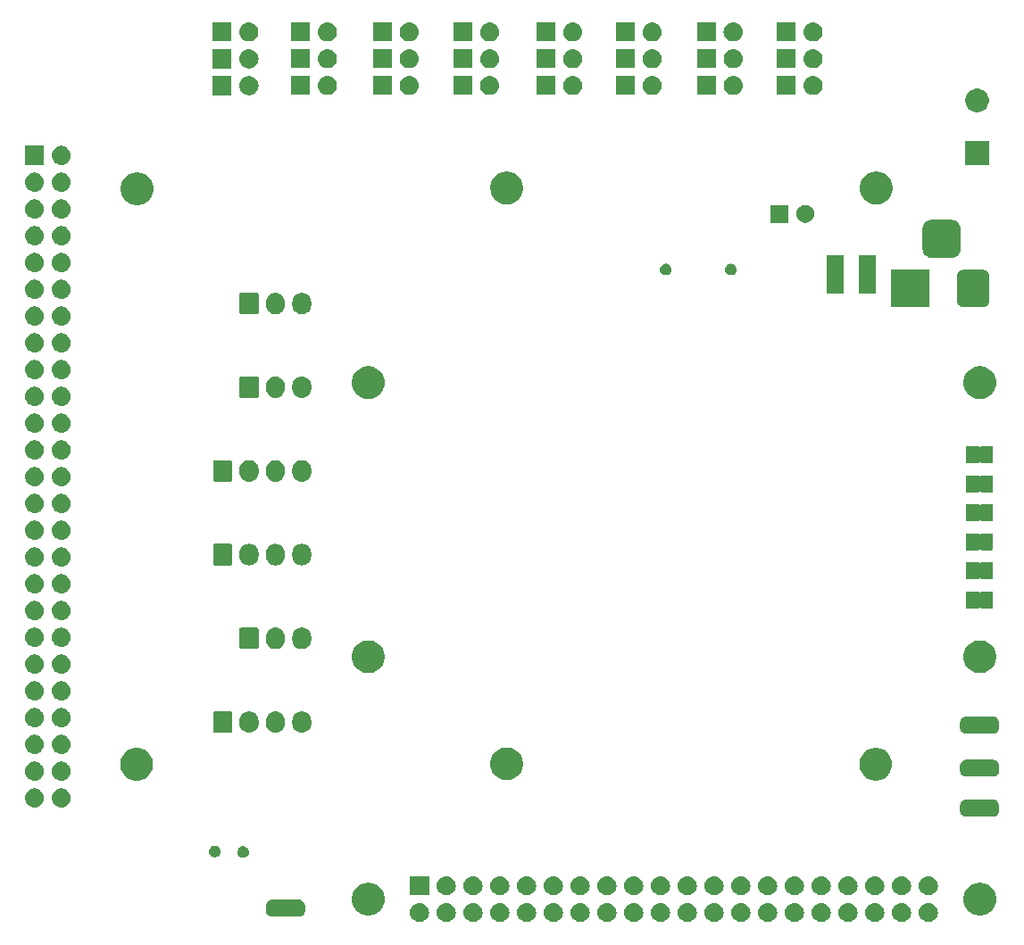
<source format=gbr>
G04 #@! TF.GenerationSoftware,KiCad,Pcbnew,(5.0.1)-3*
G04 #@! TF.CreationDate,2020-04-19T11:51:52-04:00*
G04 #@! TF.ProjectId,sailfin,7361696C66696E2E6B696361645F7063,rev?*
G04 #@! TF.SameCoordinates,Original*
G04 #@! TF.FileFunction,Soldermask,Top*
G04 #@! TF.FilePolarity,Negative*
%FSLAX46Y46*%
G04 Gerber Fmt 4.6, Leading zero omitted, Abs format (unit mm)*
G04 Created by KiCad (PCBNEW (5.0.1)-3) date 4/19/2020 11:51:52 AM*
%MOMM*%
%LPD*%
G01*
G04 APERTURE LIST*
%ADD10C,0.100000*%
G04 APERTURE END LIST*
D10*
G36*
X103690443Y-185285519D02*
X103756627Y-185292037D01*
X103869853Y-185326384D01*
X103926467Y-185343557D01*
X104065087Y-185417652D01*
X104082991Y-185427222D01*
X104090961Y-185433763D01*
X104220186Y-185539814D01*
X104303448Y-185641271D01*
X104332778Y-185677009D01*
X104332779Y-185677011D01*
X104416443Y-185833533D01*
X104416443Y-185833534D01*
X104467963Y-186003373D01*
X104485359Y-186180000D01*
X104467963Y-186356627D01*
X104443029Y-186438824D01*
X104416443Y-186526467D01*
X104342348Y-186665087D01*
X104332778Y-186682991D01*
X104303448Y-186718729D01*
X104220186Y-186820186D01*
X104118729Y-186903448D01*
X104082991Y-186932778D01*
X104082989Y-186932779D01*
X103926467Y-187016443D01*
X103869853Y-187033616D01*
X103756627Y-187067963D01*
X103690442Y-187074482D01*
X103624260Y-187081000D01*
X103535740Y-187081000D01*
X103469558Y-187074482D01*
X103403373Y-187067963D01*
X103290147Y-187033616D01*
X103233533Y-187016443D01*
X103077011Y-186932779D01*
X103077009Y-186932778D01*
X103041271Y-186903448D01*
X102939814Y-186820186D01*
X102856552Y-186718729D01*
X102827222Y-186682991D01*
X102817652Y-186665087D01*
X102743557Y-186526467D01*
X102716971Y-186438824D01*
X102692037Y-186356627D01*
X102674641Y-186180000D01*
X102692037Y-186003373D01*
X102743557Y-185833534D01*
X102743557Y-185833533D01*
X102827221Y-185677011D01*
X102827222Y-185677009D01*
X102856552Y-185641271D01*
X102939814Y-185539814D01*
X103069039Y-185433763D01*
X103077009Y-185427222D01*
X103094913Y-185417652D01*
X103233533Y-185343557D01*
X103290147Y-185326384D01*
X103403373Y-185292037D01*
X103469557Y-185285519D01*
X103535740Y-185279000D01*
X103624260Y-185279000D01*
X103690443Y-185285519D01*
X103690443Y-185285519D01*
G37*
G36*
X78290443Y-185285519D02*
X78356627Y-185292037D01*
X78469853Y-185326384D01*
X78526467Y-185343557D01*
X78665087Y-185417652D01*
X78682991Y-185427222D01*
X78690961Y-185433763D01*
X78820186Y-185539814D01*
X78903448Y-185641271D01*
X78932778Y-185677009D01*
X78932779Y-185677011D01*
X79016443Y-185833533D01*
X79016443Y-185833534D01*
X79067963Y-186003373D01*
X79085359Y-186180000D01*
X79067963Y-186356627D01*
X79043029Y-186438824D01*
X79016443Y-186526467D01*
X78942348Y-186665087D01*
X78932778Y-186682991D01*
X78903448Y-186718729D01*
X78820186Y-186820186D01*
X78718729Y-186903448D01*
X78682991Y-186932778D01*
X78682989Y-186932779D01*
X78526467Y-187016443D01*
X78469853Y-187033616D01*
X78356627Y-187067963D01*
X78290442Y-187074482D01*
X78224260Y-187081000D01*
X78135740Y-187081000D01*
X78069558Y-187074482D01*
X78003373Y-187067963D01*
X77890147Y-187033616D01*
X77833533Y-187016443D01*
X77677011Y-186932779D01*
X77677009Y-186932778D01*
X77641271Y-186903448D01*
X77539814Y-186820186D01*
X77456552Y-186718729D01*
X77427222Y-186682991D01*
X77417652Y-186665087D01*
X77343557Y-186526467D01*
X77316971Y-186438824D01*
X77292037Y-186356627D01*
X77274641Y-186180000D01*
X77292037Y-186003373D01*
X77343557Y-185833534D01*
X77343557Y-185833533D01*
X77427221Y-185677011D01*
X77427222Y-185677009D01*
X77456552Y-185641271D01*
X77539814Y-185539814D01*
X77669039Y-185433763D01*
X77677009Y-185427222D01*
X77694913Y-185417652D01*
X77833533Y-185343557D01*
X77890147Y-185326384D01*
X78003373Y-185292037D01*
X78069557Y-185285519D01*
X78135740Y-185279000D01*
X78224260Y-185279000D01*
X78290443Y-185285519D01*
X78290443Y-185285519D01*
G37*
G36*
X55430443Y-185285519D02*
X55496627Y-185292037D01*
X55609853Y-185326384D01*
X55666467Y-185343557D01*
X55805087Y-185417652D01*
X55822991Y-185427222D01*
X55830961Y-185433763D01*
X55960186Y-185539814D01*
X56043448Y-185641271D01*
X56072778Y-185677009D01*
X56072779Y-185677011D01*
X56156443Y-185833533D01*
X56156443Y-185833534D01*
X56207963Y-186003373D01*
X56225359Y-186180000D01*
X56207963Y-186356627D01*
X56183029Y-186438824D01*
X56156443Y-186526467D01*
X56082348Y-186665087D01*
X56072778Y-186682991D01*
X56043448Y-186718729D01*
X55960186Y-186820186D01*
X55858729Y-186903448D01*
X55822991Y-186932778D01*
X55822989Y-186932779D01*
X55666467Y-187016443D01*
X55609853Y-187033616D01*
X55496627Y-187067963D01*
X55430442Y-187074482D01*
X55364260Y-187081000D01*
X55275740Y-187081000D01*
X55209558Y-187074482D01*
X55143373Y-187067963D01*
X55030147Y-187033616D01*
X54973533Y-187016443D01*
X54817011Y-186932779D01*
X54817009Y-186932778D01*
X54781271Y-186903448D01*
X54679814Y-186820186D01*
X54596552Y-186718729D01*
X54567222Y-186682991D01*
X54557652Y-186665087D01*
X54483557Y-186526467D01*
X54456971Y-186438824D01*
X54432037Y-186356627D01*
X54414641Y-186180000D01*
X54432037Y-186003373D01*
X54483557Y-185833534D01*
X54483557Y-185833533D01*
X54567221Y-185677011D01*
X54567222Y-185677009D01*
X54596552Y-185641271D01*
X54679814Y-185539814D01*
X54809039Y-185433763D01*
X54817009Y-185427222D01*
X54834913Y-185417652D01*
X54973533Y-185343557D01*
X55030147Y-185326384D01*
X55143373Y-185292037D01*
X55209557Y-185285519D01*
X55275740Y-185279000D01*
X55364260Y-185279000D01*
X55430443Y-185285519D01*
X55430443Y-185285519D01*
G37*
G36*
X57970443Y-185285519D02*
X58036627Y-185292037D01*
X58149853Y-185326384D01*
X58206467Y-185343557D01*
X58345087Y-185417652D01*
X58362991Y-185427222D01*
X58370961Y-185433763D01*
X58500186Y-185539814D01*
X58583448Y-185641271D01*
X58612778Y-185677009D01*
X58612779Y-185677011D01*
X58696443Y-185833533D01*
X58696443Y-185833534D01*
X58747963Y-186003373D01*
X58765359Y-186180000D01*
X58747963Y-186356627D01*
X58723029Y-186438824D01*
X58696443Y-186526467D01*
X58622348Y-186665087D01*
X58612778Y-186682991D01*
X58583448Y-186718729D01*
X58500186Y-186820186D01*
X58398729Y-186903448D01*
X58362991Y-186932778D01*
X58362989Y-186932779D01*
X58206467Y-187016443D01*
X58149853Y-187033616D01*
X58036627Y-187067963D01*
X57970442Y-187074482D01*
X57904260Y-187081000D01*
X57815740Y-187081000D01*
X57749558Y-187074482D01*
X57683373Y-187067963D01*
X57570147Y-187033616D01*
X57513533Y-187016443D01*
X57357011Y-186932779D01*
X57357009Y-186932778D01*
X57321271Y-186903448D01*
X57219814Y-186820186D01*
X57136552Y-186718729D01*
X57107222Y-186682991D01*
X57097652Y-186665087D01*
X57023557Y-186526467D01*
X56996971Y-186438824D01*
X56972037Y-186356627D01*
X56954641Y-186180000D01*
X56972037Y-186003373D01*
X57023557Y-185833534D01*
X57023557Y-185833533D01*
X57107221Y-185677011D01*
X57107222Y-185677009D01*
X57136552Y-185641271D01*
X57219814Y-185539814D01*
X57349039Y-185433763D01*
X57357009Y-185427222D01*
X57374913Y-185417652D01*
X57513533Y-185343557D01*
X57570147Y-185326384D01*
X57683373Y-185292037D01*
X57749557Y-185285519D01*
X57815740Y-185279000D01*
X57904260Y-185279000D01*
X57970443Y-185285519D01*
X57970443Y-185285519D01*
G37*
G36*
X60510443Y-185285519D02*
X60576627Y-185292037D01*
X60689853Y-185326384D01*
X60746467Y-185343557D01*
X60885087Y-185417652D01*
X60902991Y-185427222D01*
X60910961Y-185433763D01*
X61040186Y-185539814D01*
X61123448Y-185641271D01*
X61152778Y-185677009D01*
X61152779Y-185677011D01*
X61236443Y-185833533D01*
X61236443Y-185833534D01*
X61287963Y-186003373D01*
X61305359Y-186180000D01*
X61287963Y-186356627D01*
X61263029Y-186438824D01*
X61236443Y-186526467D01*
X61162348Y-186665087D01*
X61152778Y-186682991D01*
X61123448Y-186718729D01*
X61040186Y-186820186D01*
X60938729Y-186903448D01*
X60902991Y-186932778D01*
X60902989Y-186932779D01*
X60746467Y-187016443D01*
X60689853Y-187033616D01*
X60576627Y-187067963D01*
X60510442Y-187074482D01*
X60444260Y-187081000D01*
X60355740Y-187081000D01*
X60289558Y-187074482D01*
X60223373Y-187067963D01*
X60110147Y-187033616D01*
X60053533Y-187016443D01*
X59897011Y-186932779D01*
X59897009Y-186932778D01*
X59861271Y-186903448D01*
X59759814Y-186820186D01*
X59676552Y-186718729D01*
X59647222Y-186682991D01*
X59637652Y-186665087D01*
X59563557Y-186526467D01*
X59536971Y-186438824D01*
X59512037Y-186356627D01*
X59494641Y-186180000D01*
X59512037Y-186003373D01*
X59563557Y-185833534D01*
X59563557Y-185833533D01*
X59647221Y-185677011D01*
X59647222Y-185677009D01*
X59676552Y-185641271D01*
X59759814Y-185539814D01*
X59889039Y-185433763D01*
X59897009Y-185427222D01*
X59914913Y-185417652D01*
X60053533Y-185343557D01*
X60110147Y-185326384D01*
X60223373Y-185292037D01*
X60289557Y-185285519D01*
X60355740Y-185279000D01*
X60444260Y-185279000D01*
X60510443Y-185285519D01*
X60510443Y-185285519D01*
G37*
G36*
X63050443Y-185285519D02*
X63116627Y-185292037D01*
X63229853Y-185326384D01*
X63286467Y-185343557D01*
X63425087Y-185417652D01*
X63442991Y-185427222D01*
X63450961Y-185433763D01*
X63580186Y-185539814D01*
X63663448Y-185641271D01*
X63692778Y-185677009D01*
X63692779Y-185677011D01*
X63776443Y-185833533D01*
X63776443Y-185833534D01*
X63827963Y-186003373D01*
X63845359Y-186180000D01*
X63827963Y-186356627D01*
X63803029Y-186438824D01*
X63776443Y-186526467D01*
X63702348Y-186665087D01*
X63692778Y-186682991D01*
X63663448Y-186718729D01*
X63580186Y-186820186D01*
X63478729Y-186903448D01*
X63442991Y-186932778D01*
X63442989Y-186932779D01*
X63286467Y-187016443D01*
X63229853Y-187033616D01*
X63116627Y-187067963D01*
X63050442Y-187074482D01*
X62984260Y-187081000D01*
X62895740Y-187081000D01*
X62829558Y-187074482D01*
X62763373Y-187067963D01*
X62650147Y-187033616D01*
X62593533Y-187016443D01*
X62437011Y-186932779D01*
X62437009Y-186932778D01*
X62401271Y-186903448D01*
X62299814Y-186820186D01*
X62216552Y-186718729D01*
X62187222Y-186682991D01*
X62177652Y-186665087D01*
X62103557Y-186526467D01*
X62076971Y-186438824D01*
X62052037Y-186356627D01*
X62034641Y-186180000D01*
X62052037Y-186003373D01*
X62103557Y-185833534D01*
X62103557Y-185833533D01*
X62187221Y-185677011D01*
X62187222Y-185677009D01*
X62216552Y-185641271D01*
X62299814Y-185539814D01*
X62429039Y-185433763D01*
X62437009Y-185427222D01*
X62454913Y-185417652D01*
X62593533Y-185343557D01*
X62650147Y-185326384D01*
X62763373Y-185292037D01*
X62829557Y-185285519D01*
X62895740Y-185279000D01*
X62984260Y-185279000D01*
X63050443Y-185285519D01*
X63050443Y-185285519D01*
G37*
G36*
X65590443Y-185285519D02*
X65656627Y-185292037D01*
X65769853Y-185326384D01*
X65826467Y-185343557D01*
X65965087Y-185417652D01*
X65982991Y-185427222D01*
X65990961Y-185433763D01*
X66120186Y-185539814D01*
X66203448Y-185641271D01*
X66232778Y-185677009D01*
X66232779Y-185677011D01*
X66316443Y-185833533D01*
X66316443Y-185833534D01*
X66367963Y-186003373D01*
X66385359Y-186180000D01*
X66367963Y-186356627D01*
X66343029Y-186438824D01*
X66316443Y-186526467D01*
X66242348Y-186665087D01*
X66232778Y-186682991D01*
X66203448Y-186718729D01*
X66120186Y-186820186D01*
X66018729Y-186903448D01*
X65982991Y-186932778D01*
X65982989Y-186932779D01*
X65826467Y-187016443D01*
X65769853Y-187033616D01*
X65656627Y-187067963D01*
X65590442Y-187074482D01*
X65524260Y-187081000D01*
X65435740Y-187081000D01*
X65369558Y-187074482D01*
X65303373Y-187067963D01*
X65190147Y-187033616D01*
X65133533Y-187016443D01*
X64977011Y-186932779D01*
X64977009Y-186932778D01*
X64941271Y-186903448D01*
X64839814Y-186820186D01*
X64756552Y-186718729D01*
X64727222Y-186682991D01*
X64717652Y-186665087D01*
X64643557Y-186526467D01*
X64616971Y-186438824D01*
X64592037Y-186356627D01*
X64574641Y-186180000D01*
X64592037Y-186003373D01*
X64643557Y-185833534D01*
X64643557Y-185833533D01*
X64727221Y-185677011D01*
X64727222Y-185677009D01*
X64756552Y-185641271D01*
X64839814Y-185539814D01*
X64969039Y-185433763D01*
X64977009Y-185427222D01*
X64994913Y-185417652D01*
X65133533Y-185343557D01*
X65190147Y-185326384D01*
X65303373Y-185292037D01*
X65369557Y-185285519D01*
X65435740Y-185279000D01*
X65524260Y-185279000D01*
X65590443Y-185285519D01*
X65590443Y-185285519D01*
G37*
G36*
X68130443Y-185285519D02*
X68196627Y-185292037D01*
X68309853Y-185326384D01*
X68366467Y-185343557D01*
X68505087Y-185417652D01*
X68522991Y-185427222D01*
X68530961Y-185433763D01*
X68660186Y-185539814D01*
X68743448Y-185641271D01*
X68772778Y-185677009D01*
X68772779Y-185677011D01*
X68856443Y-185833533D01*
X68856443Y-185833534D01*
X68907963Y-186003373D01*
X68925359Y-186180000D01*
X68907963Y-186356627D01*
X68883029Y-186438824D01*
X68856443Y-186526467D01*
X68782348Y-186665087D01*
X68772778Y-186682991D01*
X68743448Y-186718729D01*
X68660186Y-186820186D01*
X68558729Y-186903448D01*
X68522991Y-186932778D01*
X68522989Y-186932779D01*
X68366467Y-187016443D01*
X68309853Y-187033616D01*
X68196627Y-187067963D01*
X68130442Y-187074482D01*
X68064260Y-187081000D01*
X67975740Y-187081000D01*
X67909558Y-187074482D01*
X67843373Y-187067963D01*
X67730147Y-187033616D01*
X67673533Y-187016443D01*
X67517011Y-186932779D01*
X67517009Y-186932778D01*
X67481271Y-186903448D01*
X67379814Y-186820186D01*
X67296552Y-186718729D01*
X67267222Y-186682991D01*
X67257652Y-186665087D01*
X67183557Y-186526467D01*
X67156971Y-186438824D01*
X67132037Y-186356627D01*
X67114641Y-186180000D01*
X67132037Y-186003373D01*
X67183557Y-185833534D01*
X67183557Y-185833533D01*
X67267221Y-185677011D01*
X67267222Y-185677009D01*
X67296552Y-185641271D01*
X67379814Y-185539814D01*
X67509039Y-185433763D01*
X67517009Y-185427222D01*
X67534913Y-185417652D01*
X67673533Y-185343557D01*
X67730147Y-185326384D01*
X67843373Y-185292037D01*
X67909557Y-185285519D01*
X67975740Y-185279000D01*
X68064260Y-185279000D01*
X68130443Y-185285519D01*
X68130443Y-185285519D01*
G37*
G36*
X70670443Y-185285519D02*
X70736627Y-185292037D01*
X70849853Y-185326384D01*
X70906467Y-185343557D01*
X71045087Y-185417652D01*
X71062991Y-185427222D01*
X71070961Y-185433763D01*
X71200186Y-185539814D01*
X71283448Y-185641271D01*
X71312778Y-185677009D01*
X71312779Y-185677011D01*
X71396443Y-185833533D01*
X71396443Y-185833534D01*
X71447963Y-186003373D01*
X71465359Y-186180000D01*
X71447963Y-186356627D01*
X71423029Y-186438824D01*
X71396443Y-186526467D01*
X71322348Y-186665087D01*
X71312778Y-186682991D01*
X71283448Y-186718729D01*
X71200186Y-186820186D01*
X71098729Y-186903448D01*
X71062991Y-186932778D01*
X71062989Y-186932779D01*
X70906467Y-187016443D01*
X70849853Y-187033616D01*
X70736627Y-187067963D01*
X70670442Y-187074482D01*
X70604260Y-187081000D01*
X70515740Y-187081000D01*
X70449558Y-187074482D01*
X70383373Y-187067963D01*
X70270147Y-187033616D01*
X70213533Y-187016443D01*
X70057011Y-186932779D01*
X70057009Y-186932778D01*
X70021271Y-186903448D01*
X69919814Y-186820186D01*
X69836552Y-186718729D01*
X69807222Y-186682991D01*
X69797652Y-186665087D01*
X69723557Y-186526467D01*
X69696971Y-186438824D01*
X69672037Y-186356627D01*
X69654641Y-186180000D01*
X69672037Y-186003373D01*
X69723557Y-185833534D01*
X69723557Y-185833533D01*
X69807221Y-185677011D01*
X69807222Y-185677009D01*
X69836552Y-185641271D01*
X69919814Y-185539814D01*
X70049039Y-185433763D01*
X70057009Y-185427222D01*
X70074913Y-185417652D01*
X70213533Y-185343557D01*
X70270147Y-185326384D01*
X70383373Y-185292037D01*
X70449557Y-185285519D01*
X70515740Y-185279000D01*
X70604260Y-185279000D01*
X70670443Y-185285519D01*
X70670443Y-185285519D01*
G37*
G36*
X73210443Y-185285519D02*
X73276627Y-185292037D01*
X73389853Y-185326384D01*
X73446467Y-185343557D01*
X73585087Y-185417652D01*
X73602991Y-185427222D01*
X73610961Y-185433763D01*
X73740186Y-185539814D01*
X73823448Y-185641271D01*
X73852778Y-185677009D01*
X73852779Y-185677011D01*
X73936443Y-185833533D01*
X73936443Y-185833534D01*
X73987963Y-186003373D01*
X74005359Y-186180000D01*
X73987963Y-186356627D01*
X73963029Y-186438824D01*
X73936443Y-186526467D01*
X73862348Y-186665087D01*
X73852778Y-186682991D01*
X73823448Y-186718729D01*
X73740186Y-186820186D01*
X73638729Y-186903448D01*
X73602991Y-186932778D01*
X73602989Y-186932779D01*
X73446467Y-187016443D01*
X73389853Y-187033616D01*
X73276627Y-187067963D01*
X73210442Y-187074482D01*
X73144260Y-187081000D01*
X73055740Y-187081000D01*
X72989558Y-187074482D01*
X72923373Y-187067963D01*
X72810147Y-187033616D01*
X72753533Y-187016443D01*
X72597011Y-186932779D01*
X72597009Y-186932778D01*
X72561271Y-186903448D01*
X72459814Y-186820186D01*
X72376552Y-186718729D01*
X72347222Y-186682991D01*
X72337652Y-186665087D01*
X72263557Y-186526467D01*
X72236971Y-186438824D01*
X72212037Y-186356627D01*
X72194641Y-186180000D01*
X72212037Y-186003373D01*
X72263557Y-185833534D01*
X72263557Y-185833533D01*
X72347221Y-185677011D01*
X72347222Y-185677009D01*
X72376552Y-185641271D01*
X72459814Y-185539814D01*
X72589039Y-185433763D01*
X72597009Y-185427222D01*
X72614913Y-185417652D01*
X72753533Y-185343557D01*
X72810147Y-185326384D01*
X72923373Y-185292037D01*
X72989557Y-185285519D01*
X73055740Y-185279000D01*
X73144260Y-185279000D01*
X73210443Y-185285519D01*
X73210443Y-185285519D01*
G37*
G36*
X75750443Y-185285519D02*
X75816627Y-185292037D01*
X75929853Y-185326384D01*
X75986467Y-185343557D01*
X76125087Y-185417652D01*
X76142991Y-185427222D01*
X76150961Y-185433763D01*
X76280186Y-185539814D01*
X76363448Y-185641271D01*
X76392778Y-185677009D01*
X76392779Y-185677011D01*
X76476443Y-185833533D01*
X76476443Y-185833534D01*
X76527963Y-186003373D01*
X76545359Y-186180000D01*
X76527963Y-186356627D01*
X76503029Y-186438824D01*
X76476443Y-186526467D01*
X76402348Y-186665087D01*
X76392778Y-186682991D01*
X76363448Y-186718729D01*
X76280186Y-186820186D01*
X76178729Y-186903448D01*
X76142991Y-186932778D01*
X76142989Y-186932779D01*
X75986467Y-187016443D01*
X75929853Y-187033616D01*
X75816627Y-187067963D01*
X75750442Y-187074482D01*
X75684260Y-187081000D01*
X75595740Y-187081000D01*
X75529558Y-187074482D01*
X75463373Y-187067963D01*
X75350147Y-187033616D01*
X75293533Y-187016443D01*
X75137011Y-186932779D01*
X75137009Y-186932778D01*
X75101271Y-186903448D01*
X74999814Y-186820186D01*
X74916552Y-186718729D01*
X74887222Y-186682991D01*
X74877652Y-186665087D01*
X74803557Y-186526467D01*
X74776971Y-186438824D01*
X74752037Y-186356627D01*
X74734641Y-186180000D01*
X74752037Y-186003373D01*
X74803557Y-185833534D01*
X74803557Y-185833533D01*
X74887221Y-185677011D01*
X74887222Y-185677009D01*
X74916552Y-185641271D01*
X74999814Y-185539814D01*
X75129039Y-185433763D01*
X75137009Y-185427222D01*
X75154913Y-185417652D01*
X75293533Y-185343557D01*
X75350147Y-185326384D01*
X75463373Y-185292037D01*
X75529557Y-185285519D01*
X75595740Y-185279000D01*
X75684260Y-185279000D01*
X75750443Y-185285519D01*
X75750443Y-185285519D01*
G37*
G36*
X83370443Y-185285519D02*
X83436627Y-185292037D01*
X83549853Y-185326384D01*
X83606467Y-185343557D01*
X83745087Y-185417652D01*
X83762991Y-185427222D01*
X83770961Y-185433763D01*
X83900186Y-185539814D01*
X83983448Y-185641271D01*
X84012778Y-185677009D01*
X84012779Y-185677011D01*
X84096443Y-185833533D01*
X84096443Y-185833534D01*
X84147963Y-186003373D01*
X84165359Y-186180000D01*
X84147963Y-186356627D01*
X84123029Y-186438824D01*
X84096443Y-186526467D01*
X84022348Y-186665087D01*
X84012778Y-186682991D01*
X83983448Y-186718729D01*
X83900186Y-186820186D01*
X83798729Y-186903448D01*
X83762991Y-186932778D01*
X83762989Y-186932779D01*
X83606467Y-187016443D01*
X83549853Y-187033616D01*
X83436627Y-187067963D01*
X83370442Y-187074482D01*
X83304260Y-187081000D01*
X83215740Y-187081000D01*
X83149558Y-187074482D01*
X83083373Y-187067963D01*
X82970147Y-187033616D01*
X82913533Y-187016443D01*
X82757011Y-186932779D01*
X82757009Y-186932778D01*
X82721271Y-186903448D01*
X82619814Y-186820186D01*
X82536552Y-186718729D01*
X82507222Y-186682991D01*
X82497652Y-186665087D01*
X82423557Y-186526467D01*
X82396971Y-186438824D01*
X82372037Y-186356627D01*
X82354641Y-186180000D01*
X82372037Y-186003373D01*
X82423557Y-185833534D01*
X82423557Y-185833533D01*
X82507221Y-185677011D01*
X82507222Y-185677009D01*
X82536552Y-185641271D01*
X82619814Y-185539814D01*
X82749039Y-185433763D01*
X82757009Y-185427222D01*
X82774913Y-185417652D01*
X82913533Y-185343557D01*
X82970147Y-185326384D01*
X83083373Y-185292037D01*
X83149557Y-185285519D01*
X83215740Y-185279000D01*
X83304260Y-185279000D01*
X83370443Y-185285519D01*
X83370443Y-185285519D01*
G37*
G36*
X85910443Y-185285519D02*
X85976627Y-185292037D01*
X86089853Y-185326384D01*
X86146467Y-185343557D01*
X86285087Y-185417652D01*
X86302991Y-185427222D01*
X86310961Y-185433763D01*
X86440186Y-185539814D01*
X86523448Y-185641271D01*
X86552778Y-185677009D01*
X86552779Y-185677011D01*
X86636443Y-185833533D01*
X86636443Y-185833534D01*
X86687963Y-186003373D01*
X86705359Y-186180000D01*
X86687963Y-186356627D01*
X86663029Y-186438824D01*
X86636443Y-186526467D01*
X86562348Y-186665087D01*
X86552778Y-186682991D01*
X86523448Y-186718729D01*
X86440186Y-186820186D01*
X86338729Y-186903448D01*
X86302991Y-186932778D01*
X86302989Y-186932779D01*
X86146467Y-187016443D01*
X86089853Y-187033616D01*
X85976627Y-187067963D01*
X85910442Y-187074482D01*
X85844260Y-187081000D01*
X85755740Y-187081000D01*
X85689558Y-187074482D01*
X85623373Y-187067963D01*
X85510147Y-187033616D01*
X85453533Y-187016443D01*
X85297011Y-186932779D01*
X85297009Y-186932778D01*
X85261271Y-186903448D01*
X85159814Y-186820186D01*
X85076552Y-186718729D01*
X85047222Y-186682991D01*
X85037652Y-186665087D01*
X84963557Y-186526467D01*
X84936971Y-186438824D01*
X84912037Y-186356627D01*
X84894641Y-186180000D01*
X84912037Y-186003373D01*
X84963557Y-185833534D01*
X84963557Y-185833533D01*
X85047221Y-185677011D01*
X85047222Y-185677009D01*
X85076552Y-185641271D01*
X85159814Y-185539814D01*
X85289039Y-185433763D01*
X85297009Y-185427222D01*
X85314913Y-185417652D01*
X85453533Y-185343557D01*
X85510147Y-185326384D01*
X85623373Y-185292037D01*
X85689557Y-185285519D01*
X85755740Y-185279000D01*
X85844260Y-185279000D01*
X85910443Y-185285519D01*
X85910443Y-185285519D01*
G37*
G36*
X88450443Y-185285519D02*
X88516627Y-185292037D01*
X88629853Y-185326384D01*
X88686467Y-185343557D01*
X88825087Y-185417652D01*
X88842991Y-185427222D01*
X88850961Y-185433763D01*
X88980186Y-185539814D01*
X89063448Y-185641271D01*
X89092778Y-185677009D01*
X89092779Y-185677011D01*
X89176443Y-185833533D01*
X89176443Y-185833534D01*
X89227963Y-186003373D01*
X89245359Y-186180000D01*
X89227963Y-186356627D01*
X89203029Y-186438824D01*
X89176443Y-186526467D01*
X89102348Y-186665087D01*
X89092778Y-186682991D01*
X89063448Y-186718729D01*
X88980186Y-186820186D01*
X88878729Y-186903448D01*
X88842991Y-186932778D01*
X88842989Y-186932779D01*
X88686467Y-187016443D01*
X88629853Y-187033616D01*
X88516627Y-187067963D01*
X88450442Y-187074482D01*
X88384260Y-187081000D01*
X88295740Y-187081000D01*
X88229558Y-187074482D01*
X88163373Y-187067963D01*
X88050147Y-187033616D01*
X87993533Y-187016443D01*
X87837011Y-186932779D01*
X87837009Y-186932778D01*
X87801271Y-186903448D01*
X87699814Y-186820186D01*
X87616552Y-186718729D01*
X87587222Y-186682991D01*
X87577652Y-186665087D01*
X87503557Y-186526467D01*
X87476971Y-186438824D01*
X87452037Y-186356627D01*
X87434641Y-186180000D01*
X87452037Y-186003373D01*
X87503557Y-185833534D01*
X87503557Y-185833533D01*
X87587221Y-185677011D01*
X87587222Y-185677009D01*
X87616552Y-185641271D01*
X87699814Y-185539814D01*
X87829039Y-185433763D01*
X87837009Y-185427222D01*
X87854913Y-185417652D01*
X87993533Y-185343557D01*
X88050147Y-185326384D01*
X88163373Y-185292037D01*
X88229557Y-185285519D01*
X88295740Y-185279000D01*
X88384260Y-185279000D01*
X88450443Y-185285519D01*
X88450443Y-185285519D01*
G37*
G36*
X90990443Y-185285519D02*
X91056627Y-185292037D01*
X91169853Y-185326384D01*
X91226467Y-185343557D01*
X91365087Y-185417652D01*
X91382991Y-185427222D01*
X91390961Y-185433763D01*
X91520186Y-185539814D01*
X91603448Y-185641271D01*
X91632778Y-185677009D01*
X91632779Y-185677011D01*
X91716443Y-185833533D01*
X91716443Y-185833534D01*
X91767963Y-186003373D01*
X91785359Y-186180000D01*
X91767963Y-186356627D01*
X91743029Y-186438824D01*
X91716443Y-186526467D01*
X91642348Y-186665087D01*
X91632778Y-186682991D01*
X91603448Y-186718729D01*
X91520186Y-186820186D01*
X91418729Y-186903448D01*
X91382991Y-186932778D01*
X91382989Y-186932779D01*
X91226467Y-187016443D01*
X91169853Y-187033616D01*
X91056627Y-187067963D01*
X90990442Y-187074482D01*
X90924260Y-187081000D01*
X90835740Y-187081000D01*
X90769558Y-187074482D01*
X90703373Y-187067963D01*
X90590147Y-187033616D01*
X90533533Y-187016443D01*
X90377011Y-186932779D01*
X90377009Y-186932778D01*
X90341271Y-186903448D01*
X90239814Y-186820186D01*
X90156552Y-186718729D01*
X90127222Y-186682991D01*
X90117652Y-186665087D01*
X90043557Y-186526467D01*
X90016971Y-186438824D01*
X89992037Y-186356627D01*
X89974641Y-186180000D01*
X89992037Y-186003373D01*
X90043557Y-185833534D01*
X90043557Y-185833533D01*
X90127221Y-185677011D01*
X90127222Y-185677009D01*
X90156552Y-185641271D01*
X90239814Y-185539814D01*
X90369039Y-185433763D01*
X90377009Y-185427222D01*
X90394913Y-185417652D01*
X90533533Y-185343557D01*
X90590147Y-185326384D01*
X90703373Y-185292037D01*
X90769557Y-185285519D01*
X90835740Y-185279000D01*
X90924260Y-185279000D01*
X90990443Y-185285519D01*
X90990443Y-185285519D01*
G37*
G36*
X93530443Y-185285519D02*
X93596627Y-185292037D01*
X93709853Y-185326384D01*
X93766467Y-185343557D01*
X93905087Y-185417652D01*
X93922991Y-185427222D01*
X93930961Y-185433763D01*
X94060186Y-185539814D01*
X94143448Y-185641271D01*
X94172778Y-185677009D01*
X94172779Y-185677011D01*
X94256443Y-185833533D01*
X94256443Y-185833534D01*
X94307963Y-186003373D01*
X94325359Y-186180000D01*
X94307963Y-186356627D01*
X94283029Y-186438824D01*
X94256443Y-186526467D01*
X94182348Y-186665087D01*
X94172778Y-186682991D01*
X94143448Y-186718729D01*
X94060186Y-186820186D01*
X93958729Y-186903448D01*
X93922991Y-186932778D01*
X93922989Y-186932779D01*
X93766467Y-187016443D01*
X93709853Y-187033616D01*
X93596627Y-187067963D01*
X93530442Y-187074482D01*
X93464260Y-187081000D01*
X93375740Y-187081000D01*
X93309558Y-187074482D01*
X93243373Y-187067963D01*
X93130147Y-187033616D01*
X93073533Y-187016443D01*
X92917011Y-186932779D01*
X92917009Y-186932778D01*
X92881271Y-186903448D01*
X92779814Y-186820186D01*
X92696552Y-186718729D01*
X92667222Y-186682991D01*
X92657652Y-186665087D01*
X92583557Y-186526467D01*
X92556971Y-186438824D01*
X92532037Y-186356627D01*
X92514641Y-186180000D01*
X92532037Y-186003373D01*
X92583557Y-185833534D01*
X92583557Y-185833533D01*
X92667221Y-185677011D01*
X92667222Y-185677009D01*
X92696552Y-185641271D01*
X92779814Y-185539814D01*
X92909039Y-185433763D01*
X92917009Y-185427222D01*
X92934913Y-185417652D01*
X93073533Y-185343557D01*
X93130147Y-185326384D01*
X93243373Y-185292037D01*
X93309557Y-185285519D01*
X93375740Y-185279000D01*
X93464260Y-185279000D01*
X93530443Y-185285519D01*
X93530443Y-185285519D01*
G37*
G36*
X96070443Y-185285519D02*
X96136627Y-185292037D01*
X96249853Y-185326384D01*
X96306467Y-185343557D01*
X96445087Y-185417652D01*
X96462991Y-185427222D01*
X96470961Y-185433763D01*
X96600186Y-185539814D01*
X96683448Y-185641271D01*
X96712778Y-185677009D01*
X96712779Y-185677011D01*
X96796443Y-185833533D01*
X96796443Y-185833534D01*
X96847963Y-186003373D01*
X96865359Y-186180000D01*
X96847963Y-186356627D01*
X96823029Y-186438824D01*
X96796443Y-186526467D01*
X96722348Y-186665087D01*
X96712778Y-186682991D01*
X96683448Y-186718729D01*
X96600186Y-186820186D01*
X96498729Y-186903448D01*
X96462991Y-186932778D01*
X96462989Y-186932779D01*
X96306467Y-187016443D01*
X96249853Y-187033616D01*
X96136627Y-187067963D01*
X96070442Y-187074482D01*
X96004260Y-187081000D01*
X95915740Y-187081000D01*
X95849558Y-187074482D01*
X95783373Y-187067963D01*
X95670147Y-187033616D01*
X95613533Y-187016443D01*
X95457011Y-186932779D01*
X95457009Y-186932778D01*
X95421271Y-186903448D01*
X95319814Y-186820186D01*
X95236552Y-186718729D01*
X95207222Y-186682991D01*
X95197652Y-186665087D01*
X95123557Y-186526467D01*
X95096971Y-186438824D01*
X95072037Y-186356627D01*
X95054641Y-186180000D01*
X95072037Y-186003373D01*
X95123557Y-185833534D01*
X95123557Y-185833533D01*
X95207221Y-185677011D01*
X95207222Y-185677009D01*
X95236552Y-185641271D01*
X95319814Y-185539814D01*
X95449039Y-185433763D01*
X95457009Y-185427222D01*
X95474913Y-185417652D01*
X95613533Y-185343557D01*
X95670147Y-185326384D01*
X95783373Y-185292037D01*
X95849557Y-185285519D01*
X95915740Y-185279000D01*
X96004260Y-185279000D01*
X96070443Y-185285519D01*
X96070443Y-185285519D01*
G37*
G36*
X98610443Y-185285519D02*
X98676627Y-185292037D01*
X98789853Y-185326384D01*
X98846467Y-185343557D01*
X98985087Y-185417652D01*
X99002991Y-185427222D01*
X99010961Y-185433763D01*
X99140186Y-185539814D01*
X99223448Y-185641271D01*
X99252778Y-185677009D01*
X99252779Y-185677011D01*
X99336443Y-185833533D01*
X99336443Y-185833534D01*
X99387963Y-186003373D01*
X99405359Y-186180000D01*
X99387963Y-186356627D01*
X99363029Y-186438824D01*
X99336443Y-186526467D01*
X99262348Y-186665087D01*
X99252778Y-186682991D01*
X99223448Y-186718729D01*
X99140186Y-186820186D01*
X99038729Y-186903448D01*
X99002991Y-186932778D01*
X99002989Y-186932779D01*
X98846467Y-187016443D01*
X98789853Y-187033616D01*
X98676627Y-187067963D01*
X98610442Y-187074482D01*
X98544260Y-187081000D01*
X98455740Y-187081000D01*
X98389558Y-187074482D01*
X98323373Y-187067963D01*
X98210147Y-187033616D01*
X98153533Y-187016443D01*
X97997011Y-186932779D01*
X97997009Y-186932778D01*
X97961271Y-186903448D01*
X97859814Y-186820186D01*
X97776552Y-186718729D01*
X97747222Y-186682991D01*
X97737652Y-186665087D01*
X97663557Y-186526467D01*
X97636971Y-186438824D01*
X97612037Y-186356627D01*
X97594641Y-186180000D01*
X97612037Y-186003373D01*
X97663557Y-185833534D01*
X97663557Y-185833533D01*
X97747221Y-185677011D01*
X97747222Y-185677009D01*
X97776552Y-185641271D01*
X97859814Y-185539814D01*
X97989039Y-185433763D01*
X97997009Y-185427222D01*
X98014913Y-185417652D01*
X98153533Y-185343557D01*
X98210147Y-185326384D01*
X98323373Y-185292037D01*
X98389557Y-185285519D01*
X98455740Y-185279000D01*
X98544260Y-185279000D01*
X98610443Y-185285519D01*
X98610443Y-185285519D01*
G37*
G36*
X101150443Y-185285519D02*
X101216627Y-185292037D01*
X101329853Y-185326384D01*
X101386467Y-185343557D01*
X101525087Y-185417652D01*
X101542991Y-185427222D01*
X101550961Y-185433763D01*
X101680186Y-185539814D01*
X101763448Y-185641271D01*
X101792778Y-185677009D01*
X101792779Y-185677011D01*
X101876443Y-185833533D01*
X101876443Y-185833534D01*
X101927963Y-186003373D01*
X101945359Y-186180000D01*
X101927963Y-186356627D01*
X101903029Y-186438824D01*
X101876443Y-186526467D01*
X101802348Y-186665087D01*
X101792778Y-186682991D01*
X101763448Y-186718729D01*
X101680186Y-186820186D01*
X101578729Y-186903448D01*
X101542991Y-186932778D01*
X101542989Y-186932779D01*
X101386467Y-187016443D01*
X101329853Y-187033616D01*
X101216627Y-187067963D01*
X101150442Y-187074482D01*
X101084260Y-187081000D01*
X100995740Y-187081000D01*
X100929558Y-187074482D01*
X100863373Y-187067963D01*
X100750147Y-187033616D01*
X100693533Y-187016443D01*
X100537011Y-186932779D01*
X100537009Y-186932778D01*
X100501271Y-186903448D01*
X100399814Y-186820186D01*
X100316552Y-186718729D01*
X100287222Y-186682991D01*
X100277652Y-186665087D01*
X100203557Y-186526467D01*
X100176971Y-186438824D01*
X100152037Y-186356627D01*
X100134641Y-186180000D01*
X100152037Y-186003373D01*
X100203557Y-185833534D01*
X100203557Y-185833533D01*
X100287221Y-185677011D01*
X100287222Y-185677009D01*
X100316552Y-185641271D01*
X100399814Y-185539814D01*
X100529039Y-185433763D01*
X100537009Y-185427222D01*
X100554913Y-185417652D01*
X100693533Y-185343557D01*
X100750147Y-185326384D01*
X100863373Y-185292037D01*
X100929557Y-185285519D01*
X100995740Y-185279000D01*
X101084260Y-185279000D01*
X101150443Y-185285519D01*
X101150443Y-185285519D01*
G37*
G36*
X80830443Y-185285519D02*
X80896627Y-185292037D01*
X81009853Y-185326384D01*
X81066467Y-185343557D01*
X81205087Y-185417652D01*
X81222991Y-185427222D01*
X81230961Y-185433763D01*
X81360186Y-185539814D01*
X81443448Y-185641271D01*
X81472778Y-185677009D01*
X81472779Y-185677011D01*
X81556443Y-185833533D01*
X81556443Y-185833534D01*
X81607963Y-186003373D01*
X81625359Y-186180000D01*
X81607963Y-186356627D01*
X81583029Y-186438824D01*
X81556443Y-186526467D01*
X81482348Y-186665087D01*
X81472778Y-186682991D01*
X81443448Y-186718729D01*
X81360186Y-186820186D01*
X81258729Y-186903448D01*
X81222991Y-186932778D01*
X81222989Y-186932779D01*
X81066467Y-187016443D01*
X81009853Y-187033616D01*
X80896627Y-187067963D01*
X80830442Y-187074482D01*
X80764260Y-187081000D01*
X80675740Y-187081000D01*
X80609558Y-187074482D01*
X80543373Y-187067963D01*
X80430147Y-187033616D01*
X80373533Y-187016443D01*
X80217011Y-186932779D01*
X80217009Y-186932778D01*
X80181271Y-186903448D01*
X80079814Y-186820186D01*
X79996552Y-186718729D01*
X79967222Y-186682991D01*
X79957652Y-186665087D01*
X79883557Y-186526467D01*
X79856971Y-186438824D01*
X79832037Y-186356627D01*
X79814641Y-186180000D01*
X79832037Y-186003373D01*
X79883557Y-185833534D01*
X79883557Y-185833533D01*
X79967221Y-185677011D01*
X79967222Y-185677009D01*
X79996552Y-185641271D01*
X80079814Y-185539814D01*
X80209039Y-185433763D01*
X80217009Y-185427222D01*
X80234913Y-185417652D01*
X80373533Y-185343557D01*
X80430147Y-185326384D01*
X80543373Y-185292037D01*
X80609557Y-185285519D01*
X80675740Y-185279000D01*
X80764260Y-185279000D01*
X80830443Y-185285519D01*
X80830443Y-185285519D01*
G37*
G36*
X41869999Y-184969737D02*
X41884534Y-184974147D01*
X41897717Y-184979607D01*
X41921751Y-184984387D01*
X41946255Y-184984387D01*
X41970288Y-184979606D01*
X41992927Y-184970228D01*
X41994765Y-184969000D01*
X43226053Y-184969000D01*
X43238165Y-184975474D01*
X43261614Y-184982587D01*
X43286000Y-184984989D01*
X43310386Y-184982587D01*
X43328564Y-184976083D01*
X43328608Y-184976227D01*
X43350001Y-184969737D01*
X43366140Y-184968148D01*
X43903860Y-184968148D01*
X43922198Y-184969954D01*
X43934450Y-184970556D01*
X43952869Y-184970556D01*
X43975149Y-184972750D01*
X44059236Y-184989476D01*
X44080655Y-184995974D01*
X44159871Y-185028785D01*
X44179607Y-185039335D01*
X44250897Y-185086969D01*
X44268208Y-185101176D01*
X44328824Y-185161792D01*
X44343031Y-185179103D01*
X44390665Y-185250393D01*
X44401215Y-185270129D01*
X44434026Y-185349345D01*
X44440524Y-185370764D01*
X44457250Y-185454851D01*
X44459444Y-185477131D01*
X44459444Y-185495550D01*
X44460046Y-185507802D01*
X44461852Y-185526140D01*
X44461852Y-186013861D01*
X44460046Y-186032198D01*
X44459444Y-186044450D01*
X44459444Y-186062869D01*
X44457250Y-186085149D01*
X44440524Y-186169236D01*
X44434026Y-186190655D01*
X44401215Y-186269871D01*
X44390665Y-186289607D01*
X44343031Y-186360897D01*
X44328824Y-186378208D01*
X44268208Y-186438824D01*
X44250897Y-186453031D01*
X44179607Y-186500665D01*
X44159871Y-186511215D01*
X44080655Y-186544026D01*
X44059236Y-186550524D01*
X43975149Y-186567250D01*
X43952869Y-186569444D01*
X43934450Y-186569444D01*
X43922198Y-186570046D01*
X43903861Y-186571852D01*
X43366140Y-186571852D01*
X43350001Y-186570263D01*
X43335466Y-186565853D01*
X43322283Y-186560393D01*
X43298249Y-186555613D01*
X43273745Y-186555613D01*
X43249712Y-186560394D01*
X43227073Y-186569772D01*
X43225235Y-186571000D01*
X41993947Y-186571000D01*
X41981835Y-186564526D01*
X41958386Y-186557413D01*
X41934000Y-186555011D01*
X41909614Y-186557413D01*
X41891436Y-186563917D01*
X41891392Y-186563773D01*
X41869999Y-186570263D01*
X41853860Y-186571852D01*
X41316139Y-186571852D01*
X41297802Y-186570046D01*
X41285550Y-186569444D01*
X41267131Y-186569444D01*
X41244851Y-186567250D01*
X41160764Y-186550524D01*
X41139345Y-186544026D01*
X41060129Y-186511215D01*
X41040393Y-186500665D01*
X40969103Y-186453031D01*
X40951792Y-186438824D01*
X40891176Y-186378208D01*
X40876969Y-186360897D01*
X40829335Y-186289607D01*
X40818785Y-186269871D01*
X40785974Y-186190655D01*
X40779476Y-186169236D01*
X40762750Y-186085149D01*
X40760556Y-186062869D01*
X40760556Y-186044450D01*
X40759954Y-186032198D01*
X40758148Y-186013861D01*
X40758148Y-185526139D01*
X40759954Y-185507802D01*
X40760556Y-185495550D01*
X40760556Y-185477131D01*
X40762750Y-185454851D01*
X40779476Y-185370764D01*
X40785974Y-185349345D01*
X40818785Y-185270129D01*
X40829335Y-185250393D01*
X40876969Y-185179103D01*
X40891176Y-185161792D01*
X40951792Y-185101176D01*
X40969103Y-185086969D01*
X41040393Y-185039335D01*
X41060129Y-185028785D01*
X41139345Y-184995974D01*
X41160764Y-184989476D01*
X41244851Y-184972750D01*
X41267131Y-184970556D01*
X41285550Y-184970556D01*
X41297802Y-184969954D01*
X41316140Y-184968148D01*
X41853860Y-184968148D01*
X41869999Y-184969737D01*
X41869999Y-184969737D01*
G37*
G36*
X50810527Y-183400736D02*
X50910410Y-183420604D01*
X51192674Y-183537521D01*
X51446705Y-183707259D01*
X51662741Y-183923295D01*
X51832479Y-184177326D01*
X51921722Y-184392779D01*
X51949396Y-184459591D01*
X52009000Y-184759238D01*
X52009000Y-185064762D01*
X51989699Y-185161792D01*
X51949396Y-185364410D01*
X51832479Y-185646674D01*
X51662741Y-185900705D01*
X51446705Y-186116741D01*
X51192674Y-186286479D01*
X50910410Y-186403396D01*
X50810527Y-186423264D01*
X50610762Y-186463000D01*
X50305238Y-186463000D01*
X50105473Y-186423264D01*
X50005590Y-186403396D01*
X49723326Y-186286479D01*
X49469295Y-186116741D01*
X49253259Y-185900705D01*
X49083521Y-185646674D01*
X48966604Y-185364410D01*
X48926301Y-185161792D01*
X48907000Y-185064762D01*
X48907000Y-184759238D01*
X48966604Y-184459591D01*
X48994278Y-184392779D01*
X49083521Y-184177326D01*
X49253259Y-183923295D01*
X49469295Y-183707259D01*
X49723326Y-183537521D01*
X50005590Y-183420604D01*
X50105473Y-183400736D01*
X50305238Y-183361000D01*
X50610762Y-183361000D01*
X50810527Y-183400736D01*
X50810527Y-183400736D01*
G37*
G36*
X108810527Y-183400736D02*
X108910410Y-183420604D01*
X109192674Y-183537521D01*
X109446705Y-183707259D01*
X109662741Y-183923295D01*
X109832479Y-184177326D01*
X109921722Y-184392779D01*
X109949396Y-184459591D01*
X110009000Y-184759238D01*
X110009000Y-185064762D01*
X109989699Y-185161792D01*
X109949396Y-185364410D01*
X109832479Y-185646674D01*
X109662741Y-185900705D01*
X109446705Y-186116741D01*
X109192674Y-186286479D01*
X108910410Y-186403396D01*
X108810527Y-186423264D01*
X108610762Y-186463000D01*
X108305238Y-186463000D01*
X108105473Y-186423264D01*
X108005590Y-186403396D01*
X107723326Y-186286479D01*
X107469295Y-186116741D01*
X107253259Y-185900705D01*
X107083521Y-185646674D01*
X106966604Y-185364410D01*
X106926301Y-185161792D01*
X106907000Y-185064762D01*
X106907000Y-184759238D01*
X106966604Y-184459591D01*
X106994278Y-184392779D01*
X107083521Y-184177326D01*
X107253259Y-183923295D01*
X107469295Y-183707259D01*
X107723326Y-183537521D01*
X108005590Y-183420604D01*
X108105473Y-183400736D01*
X108305238Y-183361000D01*
X108610762Y-183361000D01*
X108810527Y-183400736D01*
X108810527Y-183400736D01*
G37*
G36*
X60510443Y-182745519D02*
X60576627Y-182752037D01*
X60689853Y-182786384D01*
X60746467Y-182803557D01*
X60885087Y-182877652D01*
X60902991Y-182887222D01*
X60938729Y-182916552D01*
X61040186Y-182999814D01*
X61123448Y-183101271D01*
X61152778Y-183137009D01*
X61152779Y-183137011D01*
X61236443Y-183293533D01*
X61236443Y-183293534D01*
X61287963Y-183463373D01*
X61305359Y-183640000D01*
X61287963Y-183816627D01*
X61255606Y-183923293D01*
X61236443Y-183986467D01*
X61162348Y-184125087D01*
X61152778Y-184142991D01*
X61124600Y-184177326D01*
X61040186Y-184280186D01*
X60938729Y-184363448D01*
X60902991Y-184392778D01*
X60902989Y-184392779D01*
X60746467Y-184476443D01*
X60689853Y-184493616D01*
X60576627Y-184527963D01*
X60510443Y-184534481D01*
X60444260Y-184541000D01*
X60355740Y-184541000D01*
X60289557Y-184534481D01*
X60223373Y-184527963D01*
X60110147Y-184493616D01*
X60053533Y-184476443D01*
X59897011Y-184392779D01*
X59897009Y-184392778D01*
X59861271Y-184363448D01*
X59759814Y-184280186D01*
X59675400Y-184177326D01*
X59647222Y-184142991D01*
X59637652Y-184125087D01*
X59563557Y-183986467D01*
X59544394Y-183923293D01*
X59512037Y-183816627D01*
X59494641Y-183640000D01*
X59512037Y-183463373D01*
X59563557Y-183293534D01*
X59563557Y-183293533D01*
X59647221Y-183137011D01*
X59647222Y-183137009D01*
X59676552Y-183101271D01*
X59759814Y-182999814D01*
X59861271Y-182916552D01*
X59897009Y-182887222D01*
X59914913Y-182877652D01*
X60053533Y-182803557D01*
X60110147Y-182786384D01*
X60223373Y-182752037D01*
X60289557Y-182745519D01*
X60355740Y-182739000D01*
X60444260Y-182739000D01*
X60510443Y-182745519D01*
X60510443Y-182745519D01*
G37*
G36*
X57970443Y-182745519D02*
X58036627Y-182752037D01*
X58149853Y-182786384D01*
X58206467Y-182803557D01*
X58345087Y-182877652D01*
X58362991Y-182887222D01*
X58398729Y-182916552D01*
X58500186Y-182999814D01*
X58583448Y-183101271D01*
X58612778Y-183137009D01*
X58612779Y-183137011D01*
X58696443Y-183293533D01*
X58696443Y-183293534D01*
X58747963Y-183463373D01*
X58765359Y-183640000D01*
X58747963Y-183816627D01*
X58715606Y-183923293D01*
X58696443Y-183986467D01*
X58622348Y-184125087D01*
X58612778Y-184142991D01*
X58584600Y-184177326D01*
X58500186Y-184280186D01*
X58398729Y-184363448D01*
X58362991Y-184392778D01*
X58362989Y-184392779D01*
X58206467Y-184476443D01*
X58149853Y-184493616D01*
X58036627Y-184527963D01*
X57970443Y-184534481D01*
X57904260Y-184541000D01*
X57815740Y-184541000D01*
X57749557Y-184534481D01*
X57683373Y-184527963D01*
X57570147Y-184493616D01*
X57513533Y-184476443D01*
X57357011Y-184392779D01*
X57357009Y-184392778D01*
X57321271Y-184363448D01*
X57219814Y-184280186D01*
X57135400Y-184177326D01*
X57107222Y-184142991D01*
X57097652Y-184125087D01*
X57023557Y-183986467D01*
X57004394Y-183923293D01*
X56972037Y-183816627D01*
X56954641Y-183640000D01*
X56972037Y-183463373D01*
X57023557Y-183293534D01*
X57023557Y-183293533D01*
X57107221Y-183137011D01*
X57107222Y-183137009D01*
X57136552Y-183101271D01*
X57219814Y-182999814D01*
X57321271Y-182916552D01*
X57357009Y-182887222D01*
X57374913Y-182877652D01*
X57513533Y-182803557D01*
X57570147Y-182786384D01*
X57683373Y-182752037D01*
X57749557Y-182745519D01*
X57815740Y-182739000D01*
X57904260Y-182739000D01*
X57970443Y-182745519D01*
X57970443Y-182745519D01*
G37*
G36*
X56221000Y-184541000D02*
X54419000Y-184541000D01*
X54419000Y-182739000D01*
X56221000Y-182739000D01*
X56221000Y-184541000D01*
X56221000Y-184541000D01*
G37*
G36*
X65590443Y-182745519D02*
X65656627Y-182752037D01*
X65769853Y-182786384D01*
X65826467Y-182803557D01*
X65965087Y-182877652D01*
X65982991Y-182887222D01*
X66018729Y-182916552D01*
X66120186Y-182999814D01*
X66203448Y-183101271D01*
X66232778Y-183137009D01*
X66232779Y-183137011D01*
X66316443Y-183293533D01*
X66316443Y-183293534D01*
X66367963Y-183463373D01*
X66385359Y-183640000D01*
X66367963Y-183816627D01*
X66335606Y-183923293D01*
X66316443Y-183986467D01*
X66242348Y-184125087D01*
X66232778Y-184142991D01*
X66204600Y-184177326D01*
X66120186Y-184280186D01*
X66018729Y-184363448D01*
X65982991Y-184392778D01*
X65982989Y-184392779D01*
X65826467Y-184476443D01*
X65769853Y-184493616D01*
X65656627Y-184527963D01*
X65590443Y-184534481D01*
X65524260Y-184541000D01*
X65435740Y-184541000D01*
X65369557Y-184534481D01*
X65303373Y-184527963D01*
X65190147Y-184493616D01*
X65133533Y-184476443D01*
X64977011Y-184392779D01*
X64977009Y-184392778D01*
X64941271Y-184363448D01*
X64839814Y-184280186D01*
X64755400Y-184177326D01*
X64727222Y-184142991D01*
X64717652Y-184125087D01*
X64643557Y-183986467D01*
X64624394Y-183923293D01*
X64592037Y-183816627D01*
X64574641Y-183640000D01*
X64592037Y-183463373D01*
X64643557Y-183293534D01*
X64643557Y-183293533D01*
X64727221Y-183137011D01*
X64727222Y-183137009D01*
X64756552Y-183101271D01*
X64839814Y-182999814D01*
X64941271Y-182916552D01*
X64977009Y-182887222D01*
X64994913Y-182877652D01*
X65133533Y-182803557D01*
X65190147Y-182786384D01*
X65303373Y-182752037D01*
X65369557Y-182745519D01*
X65435740Y-182739000D01*
X65524260Y-182739000D01*
X65590443Y-182745519D01*
X65590443Y-182745519D01*
G37*
G36*
X68130443Y-182745519D02*
X68196627Y-182752037D01*
X68309853Y-182786384D01*
X68366467Y-182803557D01*
X68505087Y-182877652D01*
X68522991Y-182887222D01*
X68558729Y-182916552D01*
X68660186Y-182999814D01*
X68743448Y-183101271D01*
X68772778Y-183137009D01*
X68772779Y-183137011D01*
X68856443Y-183293533D01*
X68856443Y-183293534D01*
X68907963Y-183463373D01*
X68925359Y-183640000D01*
X68907963Y-183816627D01*
X68875606Y-183923293D01*
X68856443Y-183986467D01*
X68782348Y-184125087D01*
X68772778Y-184142991D01*
X68744600Y-184177326D01*
X68660186Y-184280186D01*
X68558729Y-184363448D01*
X68522991Y-184392778D01*
X68522989Y-184392779D01*
X68366467Y-184476443D01*
X68309853Y-184493616D01*
X68196627Y-184527963D01*
X68130443Y-184534481D01*
X68064260Y-184541000D01*
X67975740Y-184541000D01*
X67909557Y-184534481D01*
X67843373Y-184527963D01*
X67730147Y-184493616D01*
X67673533Y-184476443D01*
X67517011Y-184392779D01*
X67517009Y-184392778D01*
X67481271Y-184363448D01*
X67379814Y-184280186D01*
X67295400Y-184177326D01*
X67267222Y-184142991D01*
X67257652Y-184125087D01*
X67183557Y-183986467D01*
X67164394Y-183923293D01*
X67132037Y-183816627D01*
X67114641Y-183640000D01*
X67132037Y-183463373D01*
X67183557Y-183293534D01*
X67183557Y-183293533D01*
X67267221Y-183137011D01*
X67267222Y-183137009D01*
X67296552Y-183101271D01*
X67379814Y-182999814D01*
X67481271Y-182916552D01*
X67517009Y-182887222D01*
X67534913Y-182877652D01*
X67673533Y-182803557D01*
X67730147Y-182786384D01*
X67843373Y-182752037D01*
X67909557Y-182745519D01*
X67975740Y-182739000D01*
X68064260Y-182739000D01*
X68130443Y-182745519D01*
X68130443Y-182745519D01*
G37*
G36*
X70670443Y-182745519D02*
X70736627Y-182752037D01*
X70849853Y-182786384D01*
X70906467Y-182803557D01*
X71045087Y-182877652D01*
X71062991Y-182887222D01*
X71098729Y-182916552D01*
X71200186Y-182999814D01*
X71283448Y-183101271D01*
X71312778Y-183137009D01*
X71312779Y-183137011D01*
X71396443Y-183293533D01*
X71396443Y-183293534D01*
X71447963Y-183463373D01*
X71465359Y-183640000D01*
X71447963Y-183816627D01*
X71415606Y-183923293D01*
X71396443Y-183986467D01*
X71322348Y-184125087D01*
X71312778Y-184142991D01*
X71284600Y-184177326D01*
X71200186Y-184280186D01*
X71098729Y-184363448D01*
X71062991Y-184392778D01*
X71062989Y-184392779D01*
X70906467Y-184476443D01*
X70849853Y-184493616D01*
X70736627Y-184527963D01*
X70670443Y-184534481D01*
X70604260Y-184541000D01*
X70515740Y-184541000D01*
X70449557Y-184534481D01*
X70383373Y-184527963D01*
X70270147Y-184493616D01*
X70213533Y-184476443D01*
X70057011Y-184392779D01*
X70057009Y-184392778D01*
X70021271Y-184363448D01*
X69919814Y-184280186D01*
X69835400Y-184177326D01*
X69807222Y-184142991D01*
X69797652Y-184125087D01*
X69723557Y-183986467D01*
X69704394Y-183923293D01*
X69672037Y-183816627D01*
X69654641Y-183640000D01*
X69672037Y-183463373D01*
X69723557Y-183293534D01*
X69723557Y-183293533D01*
X69807221Y-183137011D01*
X69807222Y-183137009D01*
X69836552Y-183101271D01*
X69919814Y-182999814D01*
X70021271Y-182916552D01*
X70057009Y-182887222D01*
X70074913Y-182877652D01*
X70213533Y-182803557D01*
X70270147Y-182786384D01*
X70383373Y-182752037D01*
X70449557Y-182745519D01*
X70515740Y-182739000D01*
X70604260Y-182739000D01*
X70670443Y-182745519D01*
X70670443Y-182745519D01*
G37*
G36*
X73210443Y-182745519D02*
X73276627Y-182752037D01*
X73389853Y-182786384D01*
X73446467Y-182803557D01*
X73585087Y-182877652D01*
X73602991Y-182887222D01*
X73638729Y-182916552D01*
X73740186Y-182999814D01*
X73823448Y-183101271D01*
X73852778Y-183137009D01*
X73852779Y-183137011D01*
X73936443Y-183293533D01*
X73936443Y-183293534D01*
X73987963Y-183463373D01*
X74005359Y-183640000D01*
X73987963Y-183816627D01*
X73955606Y-183923293D01*
X73936443Y-183986467D01*
X73862348Y-184125087D01*
X73852778Y-184142991D01*
X73824600Y-184177326D01*
X73740186Y-184280186D01*
X73638729Y-184363448D01*
X73602991Y-184392778D01*
X73602989Y-184392779D01*
X73446467Y-184476443D01*
X73389853Y-184493616D01*
X73276627Y-184527963D01*
X73210443Y-184534481D01*
X73144260Y-184541000D01*
X73055740Y-184541000D01*
X72989557Y-184534481D01*
X72923373Y-184527963D01*
X72810147Y-184493616D01*
X72753533Y-184476443D01*
X72597011Y-184392779D01*
X72597009Y-184392778D01*
X72561271Y-184363448D01*
X72459814Y-184280186D01*
X72375400Y-184177326D01*
X72347222Y-184142991D01*
X72337652Y-184125087D01*
X72263557Y-183986467D01*
X72244394Y-183923293D01*
X72212037Y-183816627D01*
X72194641Y-183640000D01*
X72212037Y-183463373D01*
X72263557Y-183293534D01*
X72263557Y-183293533D01*
X72347221Y-183137011D01*
X72347222Y-183137009D01*
X72376552Y-183101271D01*
X72459814Y-182999814D01*
X72561271Y-182916552D01*
X72597009Y-182887222D01*
X72614913Y-182877652D01*
X72753533Y-182803557D01*
X72810147Y-182786384D01*
X72923373Y-182752037D01*
X72989557Y-182745519D01*
X73055740Y-182739000D01*
X73144260Y-182739000D01*
X73210443Y-182745519D01*
X73210443Y-182745519D01*
G37*
G36*
X75750443Y-182745519D02*
X75816627Y-182752037D01*
X75929853Y-182786384D01*
X75986467Y-182803557D01*
X76125087Y-182877652D01*
X76142991Y-182887222D01*
X76178729Y-182916552D01*
X76280186Y-182999814D01*
X76363448Y-183101271D01*
X76392778Y-183137009D01*
X76392779Y-183137011D01*
X76476443Y-183293533D01*
X76476443Y-183293534D01*
X76527963Y-183463373D01*
X76545359Y-183640000D01*
X76527963Y-183816627D01*
X76495606Y-183923293D01*
X76476443Y-183986467D01*
X76402348Y-184125087D01*
X76392778Y-184142991D01*
X76364600Y-184177326D01*
X76280186Y-184280186D01*
X76178729Y-184363448D01*
X76142991Y-184392778D01*
X76142989Y-184392779D01*
X75986467Y-184476443D01*
X75929853Y-184493616D01*
X75816627Y-184527963D01*
X75750443Y-184534481D01*
X75684260Y-184541000D01*
X75595740Y-184541000D01*
X75529557Y-184534481D01*
X75463373Y-184527963D01*
X75350147Y-184493616D01*
X75293533Y-184476443D01*
X75137011Y-184392779D01*
X75137009Y-184392778D01*
X75101271Y-184363448D01*
X74999814Y-184280186D01*
X74915400Y-184177326D01*
X74887222Y-184142991D01*
X74877652Y-184125087D01*
X74803557Y-183986467D01*
X74784394Y-183923293D01*
X74752037Y-183816627D01*
X74734641Y-183640000D01*
X74752037Y-183463373D01*
X74803557Y-183293534D01*
X74803557Y-183293533D01*
X74887221Y-183137011D01*
X74887222Y-183137009D01*
X74916552Y-183101271D01*
X74999814Y-182999814D01*
X75101271Y-182916552D01*
X75137009Y-182887222D01*
X75154913Y-182877652D01*
X75293533Y-182803557D01*
X75350147Y-182786384D01*
X75463373Y-182752037D01*
X75529557Y-182745519D01*
X75595740Y-182739000D01*
X75684260Y-182739000D01*
X75750443Y-182745519D01*
X75750443Y-182745519D01*
G37*
G36*
X78290443Y-182745519D02*
X78356627Y-182752037D01*
X78469853Y-182786384D01*
X78526467Y-182803557D01*
X78665087Y-182877652D01*
X78682991Y-182887222D01*
X78718729Y-182916552D01*
X78820186Y-182999814D01*
X78903448Y-183101271D01*
X78932778Y-183137009D01*
X78932779Y-183137011D01*
X79016443Y-183293533D01*
X79016443Y-183293534D01*
X79067963Y-183463373D01*
X79085359Y-183640000D01*
X79067963Y-183816627D01*
X79035606Y-183923293D01*
X79016443Y-183986467D01*
X78942348Y-184125087D01*
X78932778Y-184142991D01*
X78904600Y-184177326D01*
X78820186Y-184280186D01*
X78718729Y-184363448D01*
X78682991Y-184392778D01*
X78682989Y-184392779D01*
X78526467Y-184476443D01*
X78469853Y-184493616D01*
X78356627Y-184527963D01*
X78290443Y-184534481D01*
X78224260Y-184541000D01*
X78135740Y-184541000D01*
X78069557Y-184534481D01*
X78003373Y-184527963D01*
X77890147Y-184493616D01*
X77833533Y-184476443D01*
X77677011Y-184392779D01*
X77677009Y-184392778D01*
X77641271Y-184363448D01*
X77539814Y-184280186D01*
X77455400Y-184177326D01*
X77427222Y-184142991D01*
X77417652Y-184125087D01*
X77343557Y-183986467D01*
X77324394Y-183923293D01*
X77292037Y-183816627D01*
X77274641Y-183640000D01*
X77292037Y-183463373D01*
X77343557Y-183293534D01*
X77343557Y-183293533D01*
X77427221Y-183137011D01*
X77427222Y-183137009D01*
X77456552Y-183101271D01*
X77539814Y-182999814D01*
X77641271Y-182916552D01*
X77677009Y-182887222D01*
X77694913Y-182877652D01*
X77833533Y-182803557D01*
X77890147Y-182786384D01*
X78003373Y-182752037D01*
X78069557Y-182745519D01*
X78135740Y-182739000D01*
X78224260Y-182739000D01*
X78290443Y-182745519D01*
X78290443Y-182745519D01*
G37*
G36*
X63050443Y-182745519D02*
X63116627Y-182752037D01*
X63229853Y-182786384D01*
X63286467Y-182803557D01*
X63425087Y-182877652D01*
X63442991Y-182887222D01*
X63478729Y-182916552D01*
X63580186Y-182999814D01*
X63663448Y-183101271D01*
X63692778Y-183137009D01*
X63692779Y-183137011D01*
X63776443Y-183293533D01*
X63776443Y-183293534D01*
X63827963Y-183463373D01*
X63845359Y-183640000D01*
X63827963Y-183816627D01*
X63795606Y-183923293D01*
X63776443Y-183986467D01*
X63702348Y-184125087D01*
X63692778Y-184142991D01*
X63664600Y-184177326D01*
X63580186Y-184280186D01*
X63478729Y-184363448D01*
X63442991Y-184392778D01*
X63442989Y-184392779D01*
X63286467Y-184476443D01*
X63229853Y-184493616D01*
X63116627Y-184527963D01*
X63050443Y-184534481D01*
X62984260Y-184541000D01*
X62895740Y-184541000D01*
X62829557Y-184534481D01*
X62763373Y-184527963D01*
X62650147Y-184493616D01*
X62593533Y-184476443D01*
X62437011Y-184392779D01*
X62437009Y-184392778D01*
X62401271Y-184363448D01*
X62299814Y-184280186D01*
X62215400Y-184177326D01*
X62187222Y-184142991D01*
X62177652Y-184125087D01*
X62103557Y-183986467D01*
X62084394Y-183923293D01*
X62052037Y-183816627D01*
X62034641Y-183640000D01*
X62052037Y-183463373D01*
X62103557Y-183293534D01*
X62103557Y-183293533D01*
X62187221Y-183137011D01*
X62187222Y-183137009D01*
X62216552Y-183101271D01*
X62299814Y-182999814D01*
X62401271Y-182916552D01*
X62437009Y-182887222D01*
X62454913Y-182877652D01*
X62593533Y-182803557D01*
X62650147Y-182786384D01*
X62763373Y-182752037D01*
X62829557Y-182745519D01*
X62895740Y-182739000D01*
X62984260Y-182739000D01*
X63050443Y-182745519D01*
X63050443Y-182745519D01*
G37*
G36*
X101150443Y-182745519D02*
X101216627Y-182752037D01*
X101329853Y-182786384D01*
X101386467Y-182803557D01*
X101525087Y-182877652D01*
X101542991Y-182887222D01*
X101578729Y-182916552D01*
X101680186Y-182999814D01*
X101763448Y-183101271D01*
X101792778Y-183137009D01*
X101792779Y-183137011D01*
X101876443Y-183293533D01*
X101876443Y-183293534D01*
X101927963Y-183463373D01*
X101945359Y-183640000D01*
X101927963Y-183816627D01*
X101895606Y-183923293D01*
X101876443Y-183986467D01*
X101802348Y-184125087D01*
X101792778Y-184142991D01*
X101764600Y-184177326D01*
X101680186Y-184280186D01*
X101578729Y-184363448D01*
X101542991Y-184392778D01*
X101542989Y-184392779D01*
X101386467Y-184476443D01*
X101329853Y-184493616D01*
X101216627Y-184527963D01*
X101150443Y-184534481D01*
X101084260Y-184541000D01*
X100995740Y-184541000D01*
X100929557Y-184534481D01*
X100863373Y-184527963D01*
X100750147Y-184493616D01*
X100693533Y-184476443D01*
X100537011Y-184392779D01*
X100537009Y-184392778D01*
X100501271Y-184363448D01*
X100399814Y-184280186D01*
X100315400Y-184177326D01*
X100287222Y-184142991D01*
X100277652Y-184125087D01*
X100203557Y-183986467D01*
X100184394Y-183923293D01*
X100152037Y-183816627D01*
X100134641Y-183640000D01*
X100152037Y-183463373D01*
X100203557Y-183293534D01*
X100203557Y-183293533D01*
X100287221Y-183137011D01*
X100287222Y-183137009D01*
X100316552Y-183101271D01*
X100399814Y-182999814D01*
X100501271Y-182916552D01*
X100537009Y-182887222D01*
X100554913Y-182877652D01*
X100693533Y-182803557D01*
X100750147Y-182786384D01*
X100863373Y-182752037D01*
X100929557Y-182745519D01*
X100995740Y-182739000D01*
X101084260Y-182739000D01*
X101150443Y-182745519D01*
X101150443Y-182745519D01*
G37*
G36*
X103690443Y-182745519D02*
X103756627Y-182752037D01*
X103869853Y-182786384D01*
X103926467Y-182803557D01*
X104065087Y-182877652D01*
X104082991Y-182887222D01*
X104118729Y-182916552D01*
X104220186Y-182999814D01*
X104303448Y-183101271D01*
X104332778Y-183137009D01*
X104332779Y-183137011D01*
X104416443Y-183293533D01*
X104416443Y-183293534D01*
X104467963Y-183463373D01*
X104485359Y-183640000D01*
X104467963Y-183816627D01*
X104435606Y-183923293D01*
X104416443Y-183986467D01*
X104342348Y-184125087D01*
X104332778Y-184142991D01*
X104304600Y-184177326D01*
X104220186Y-184280186D01*
X104118729Y-184363448D01*
X104082991Y-184392778D01*
X104082989Y-184392779D01*
X103926467Y-184476443D01*
X103869853Y-184493616D01*
X103756627Y-184527963D01*
X103690443Y-184534481D01*
X103624260Y-184541000D01*
X103535740Y-184541000D01*
X103469557Y-184534481D01*
X103403373Y-184527963D01*
X103290147Y-184493616D01*
X103233533Y-184476443D01*
X103077011Y-184392779D01*
X103077009Y-184392778D01*
X103041271Y-184363448D01*
X102939814Y-184280186D01*
X102855400Y-184177326D01*
X102827222Y-184142991D01*
X102817652Y-184125087D01*
X102743557Y-183986467D01*
X102724394Y-183923293D01*
X102692037Y-183816627D01*
X102674641Y-183640000D01*
X102692037Y-183463373D01*
X102743557Y-183293534D01*
X102743557Y-183293533D01*
X102827221Y-183137011D01*
X102827222Y-183137009D01*
X102856552Y-183101271D01*
X102939814Y-182999814D01*
X103041271Y-182916552D01*
X103077009Y-182887222D01*
X103094913Y-182877652D01*
X103233533Y-182803557D01*
X103290147Y-182786384D01*
X103403373Y-182752037D01*
X103469557Y-182745519D01*
X103535740Y-182739000D01*
X103624260Y-182739000D01*
X103690443Y-182745519D01*
X103690443Y-182745519D01*
G37*
G36*
X90990443Y-182745519D02*
X91056627Y-182752037D01*
X91169853Y-182786384D01*
X91226467Y-182803557D01*
X91365087Y-182877652D01*
X91382991Y-182887222D01*
X91418729Y-182916552D01*
X91520186Y-182999814D01*
X91603448Y-183101271D01*
X91632778Y-183137009D01*
X91632779Y-183137011D01*
X91716443Y-183293533D01*
X91716443Y-183293534D01*
X91767963Y-183463373D01*
X91785359Y-183640000D01*
X91767963Y-183816627D01*
X91735606Y-183923293D01*
X91716443Y-183986467D01*
X91642348Y-184125087D01*
X91632778Y-184142991D01*
X91604600Y-184177326D01*
X91520186Y-184280186D01*
X91418729Y-184363448D01*
X91382991Y-184392778D01*
X91382989Y-184392779D01*
X91226467Y-184476443D01*
X91169853Y-184493616D01*
X91056627Y-184527963D01*
X90990443Y-184534481D01*
X90924260Y-184541000D01*
X90835740Y-184541000D01*
X90769557Y-184534481D01*
X90703373Y-184527963D01*
X90590147Y-184493616D01*
X90533533Y-184476443D01*
X90377011Y-184392779D01*
X90377009Y-184392778D01*
X90341271Y-184363448D01*
X90239814Y-184280186D01*
X90155400Y-184177326D01*
X90127222Y-184142991D01*
X90117652Y-184125087D01*
X90043557Y-183986467D01*
X90024394Y-183923293D01*
X89992037Y-183816627D01*
X89974641Y-183640000D01*
X89992037Y-183463373D01*
X90043557Y-183293534D01*
X90043557Y-183293533D01*
X90127221Y-183137011D01*
X90127222Y-183137009D01*
X90156552Y-183101271D01*
X90239814Y-182999814D01*
X90341271Y-182916552D01*
X90377009Y-182887222D01*
X90394913Y-182877652D01*
X90533533Y-182803557D01*
X90590147Y-182786384D01*
X90703373Y-182752037D01*
X90769557Y-182745519D01*
X90835740Y-182739000D01*
X90924260Y-182739000D01*
X90990443Y-182745519D01*
X90990443Y-182745519D01*
G37*
G36*
X80830443Y-182745519D02*
X80896627Y-182752037D01*
X81009853Y-182786384D01*
X81066467Y-182803557D01*
X81205087Y-182877652D01*
X81222991Y-182887222D01*
X81258729Y-182916552D01*
X81360186Y-182999814D01*
X81443448Y-183101271D01*
X81472778Y-183137009D01*
X81472779Y-183137011D01*
X81556443Y-183293533D01*
X81556443Y-183293534D01*
X81607963Y-183463373D01*
X81625359Y-183640000D01*
X81607963Y-183816627D01*
X81575606Y-183923293D01*
X81556443Y-183986467D01*
X81482348Y-184125087D01*
X81472778Y-184142991D01*
X81444600Y-184177326D01*
X81360186Y-184280186D01*
X81258729Y-184363448D01*
X81222991Y-184392778D01*
X81222989Y-184392779D01*
X81066467Y-184476443D01*
X81009853Y-184493616D01*
X80896627Y-184527963D01*
X80830443Y-184534481D01*
X80764260Y-184541000D01*
X80675740Y-184541000D01*
X80609557Y-184534481D01*
X80543373Y-184527963D01*
X80430147Y-184493616D01*
X80373533Y-184476443D01*
X80217011Y-184392779D01*
X80217009Y-184392778D01*
X80181271Y-184363448D01*
X80079814Y-184280186D01*
X79995400Y-184177326D01*
X79967222Y-184142991D01*
X79957652Y-184125087D01*
X79883557Y-183986467D01*
X79864394Y-183923293D01*
X79832037Y-183816627D01*
X79814641Y-183640000D01*
X79832037Y-183463373D01*
X79883557Y-183293534D01*
X79883557Y-183293533D01*
X79967221Y-183137011D01*
X79967222Y-183137009D01*
X79996552Y-183101271D01*
X80079814Y-182999814D01*
X80181271Y-182916552D01*
X80217009Y-182887222D01*
X80234913Y-182877652D01*
X80373533Y-182803557D01*
X80430147Y-182786384D01*
X80543373Y-182752037D01*
X80609557Y-182745519D01*
X80675740Y-182739000D01*
X80764260Y-182739000D01*
X80830443Y-182745519D01*
X80830443Y-182745519D01*
G37*
G36*
X93530443Y-182745519D02*
X93596627Y-182752037D01*
X93709853Y-182786384D01*
X93766467Y-182803557D01*
X93905087Y-182877652D01*
X93922991Y-182887222D01*
X93958729Y-182916552D01*
X94060186Y-182999814D01*
X94143448Y-183101271D01*
X94172778Y-183137009D01*
X94172779Y-183137011D01*
X94256443Y-183293533D01*
X94256443Y-183293534D01*
X94307963Y-183463373D01*
X94325359Y-183640000D01*
X94307963Y-183816627D01*
X94275606Y-183923293D01*
X94256443Y-183986467D01*
X94182348Y-184125087D01*
X94172778Y-184142991D01*
X94144600Y-184177326D01*
X94060186Y-184280186D01*
X93958729Y-184363448D01*
X93922991Y-184392778D01*
X93922989Y-184392779D01*
X93766467Y-184476443D01*
X93709853Y-184493616D01*
X93596627Y-184527963D01*
X93530443Y-184534481D01*
X93464260Y-184541000D01*
X93375740Y-184541000D01*
X93309557Y-184534481D01*
X93243373Y-184527963D01*
X93130147Y-184493616D01*
X93073533Y-184476443D01*
X92917011Y-184392779D01*
X92917009Y-184392778D01*
X92881271Y-184363448D01*
X92779814Y-184280186D01*
X92695400Y-184177326D01*
X92667222Y-184142991D01*
X92657652Y-184125087D01*
X92583557Y-183986467D01*
X92564394Y-183923293D01*
X92532037Y-183816627D01*
X92514641Y-183640000D01*
X92532037Y-183463373D01*
X92583557Y-183293534D01*
X92583557Y-183293533D01*
X92667221Y-183137011D01*
X92667222Y-183137009D01*
X92696552Y-183101271D01*
X92779814Y-182999814D01*
X92881271Y-182916552D01*
X92917009Y-182887222D01*
X92934913Y-182877652D01*
X93073533Y-182803557D01*
X93130147Y-182786384D01*
X93243373Y-182752037D01*
X93309557Y-182745519D01*
X93375740Y-182739000D01*
X93464260Y-182739000D01*
X93530443Y-182745519D01*
X93530443Y-182745519D01*
G37*
G36*
X83370443Y-182745519D02*
X83436627Y-182752037D01*
X83549853Y-182786384D01*
X83606467Y-182803557D01*
X83745087Y-182877652D01*
X83762991Y-182887222D01*
X83798729Y-182916552D01*
X83900186Y-182999814D01*
X83983448Y-183101271D01*
X84012778Y-183137009D01*
X84012779Y-183137011D01*
X84096443Y-183293533D01*
X84096443Y-183293534D01*
X84147963Y-183463373D01*
X84165359Y-183640000D01*
X84147963Y-183816627D01*
X84115606Y-183923293D01*
X84096443Y-183986467D01*
X84022348Y-184125087D01*
X84012778Y-184142991D01*
X83984600Y-184177326D01*
X83900186Y-184280186D01*
X83798729Y-184363448D01*
X83762991Y-184392778D01*
X83762989Y-184392779D01*
X83606467Y-184476443D01*
X83549853Y-184493616D01*
X83436627Y-184527963D01*
X83370443Y-184534481D01*
X83304260Y-184541000D01*
X83215740Y-184541000D01*
X83149557Y-184534481D01*
X83083373Y-184527963D01*
X82970147Y-184493616D01*
X82913533Y-184476443D01*
X82757011Y-184392779D01*
X82757009Y-184392778D01*
X82721271Y-184363448D01*
X82619814Y-184280186D01*
X82535400Y-184177326D01*
X82507222Y-184142991D01*
X82497652Y-184125087D01*
X82423557Y-183986467D01*
X82404394Y-183923293D01*
X82372037Y-183816627D01*
X82354641Y-183640000D01*
X82372037Y-183463373D01*
X82423557Y-183293534D01*
X82423557Y-183293533D01*
X82507221Y-183137011D01*
X82507222Y-183137009D01*
X82536552Y-183101271D01*
X82619814Y-182999814D01*
X82721271Y-182916552D01*
X82757009Y-182887222D01*
X82774913Y-182877652D01*
X82913533Y-182803557D01*
X82970147Y-182786384D01*
X83083373Y-182752037D01*
X83149557Y-182745519D01*
X83215740Y-182739000D01*
X83304260Y-182739000D01*
X83370443Y-182745519D01*
X83370443Y-182745519D01*
G37*
G36*
X85910443Y-182745519D02*
X85976627Y-182752037D01*
X86089853Y-182786384D01*
X86146467Y-182803557D01*
X86285087Y-182877652D01*
X86302991Y-182887222D01*
X86338729Y-182916552D01*
X86440186Y-182999814D01*
X86523448Y-183101271D01*
X86552778Y-183137009D01*
X86552779Y-183137011D01*
X86636443Y-183293533D01*
X86636443Y-183293534D01*
X86687963Y-183463373D01*
X86705359Y-183640000D01*
X86687963Y-183816627D01*
X86655606Y-183923293D01*
X86636443Y-183986467D01*
X86562348Y-184125087D01*
X86552778Y-184142991D01*
X86524600Y-184177326D01*
X86440186Y-184280186D01*
X86338729Y-184363448D01*
X86302991Y-184392778D01*
X86302989Y-184392779D01*
X86146467Y-184476443D01*
X86089853Y-184493616D01*
X85976627Y-184527963D01*
X85910443Y-184534481D01*
X85844260Y-184541000D01*
X85755740Y-184541000D01*
X85689557Y-184534481D01*
X85623373Y-184527963D01*
X85510147Y-184493616D01*
X85453533Y-184476443D01*
X85297011Y-184392779D01*
X85297009Y-184392778D01*
X85261271Y-184363448D01*
X85159814Y-184280186D01*
X85075400Y-184177326D01*
X85047222Y-184142991D01*
X85037652Y-184125087D01*
X84963557Y-183986467D01*
X84944394Y-183923293D01*
X84912037Y-183816627D01*
X84894641Y-183640000D01*
X84912037Y-183463373D01*
X84963557Y-183293534D01*
X84963557Y-183293533D01*
X85047221Y-183137011D01*
X85047222Y-183137009D01*
X85076552Y-183101271D01*
X85159814Y-182999814D01*
X85261271Y-182916552D01*
X85297009Y-182887222D01*
X85314913Y-182877652D01*
X85453533Y-182803557D01*
X85510147Y-182786384D01*
X85623373Y-182752037D01*
X85689557Y-182745519D01*
X85755740Y-182739000D01*
X85844260Y-182739000D01*
X85910443Y-182745519D01*
X85910443Y-182745519D01*
G37*
G36*
X98610443Y-182745519D02*
X98676627Y-182752037D01*
X98789853Y-182786384D01*
X98846467Y-182803557D01*
X98985087Y-182877652D01*
X99002991Y-182887222D01*
X99038729Y-182916552D01*
X99140186Y-182999814D01*
X99223448Y-183101271D01*
X99252778Y-183137009D01*
X99252779Y-183137011D01*
X99336443Y-183293533D01*
X99336443Y-183293534D01*
X99387963Y-183463373D01*
X99405359Y-183640000D01*
X99387963Y-183816627D01*
X99355606Y-183923293D01*
X99336443Y-183986467D01*
X99262348Y-184125087D01*
X99252778Y-184142991D01*
X99224600Y-184177326D01*
X99140186Y-184280186D01*
X99038729Y-184363448D01*
X99002991Y-184392778D01*
X99002989Y-184392779D01*
X98846467Y-184476443D01*
X98789853Y-184493616D01*
X98676627Y-184527963D01*
X98610443Y-184534481D01*
X98544260Y-184541000D01*
X98455740Y-184541000D01*
X98389557Y-184534481D01*
X98323373Y-184527963D01*
X98210147Y-184493616D01*
X98153533Y-184476443D01*
X97997011Y-184392779D01*
X97997009Y-184392778D01*
X97961271Y-184363448D01*
X97859814Y-184280186D01*
X97775400Y-184177326D01*
X97747222Y-184142991D01*
X97737652Y-184125087D01*
X97663557Y-183986467D01*
X97644394Y-183923293D01*
X97612037Y-183816627D01*
X97594641Y-183640000D01*
X97612037Y-183463373D01*
X97663557Y-183293534D01*
X97663557Y-183293533D01*
X97747221Y-183137011D01*
X97747222Y-183137009D01*
X97776552Y-183101271D01*
X97859814Y-182999814D01*
X97961271Y-182916552D01*
X97997009Y-182887222D01*
X98014913Y-182877652D01*
X98153533Y-182803557D01*
X98210147Y-182786384D01*
X98323373Y-182752037D01*
X98389557Y-182745519D01*
X98455740Y-182739000D01*
X98544260Y-182739000D01*
X98610443Y-182745519D01*
X98610443Y-182745519D01*
G37*
G36*
X88450443Y-182745519D02*
X88516627Y-182752037D01*
X88629853Y-182786384D01*
X88686467Y-182803557D01*
X88825087Y-182877652D01*
X88842991Y-182887222D01*
X88878729Y-182916552D01*
X88980186Y-182999814D01*
X89063448Y-183101271D01*
X89092778Y-183137009D01*
X89092779Y-183137011D01*
X89176443Y-183293533D01*
X89176443Y-183293534D01*
X89227963Y-183463373D01*
X89245359Y-183640000D01*
X89227963Y-183816627D01*
X89195606Y-183923293D01*
X89176443Y-183986467D01*
X89102348Y-184125087D01*
X89092778Y-184142991D01*
X89064600Y-184177326D01*
X88980186Y-184280186D01*
X88878729Y-184363448D01*
X88842991Y-184392778D01*
X88842989Y-184392779D01*
X88686467Y-184476443D01*
X88629853Y-184493616D01*
X88516627Y-184527963D01*
X88450443Y-184534481D01*
X88384260Y-184541000D01*
X88295740Y-184541000D01*
X88229557Y-184534481D01*
X88163373Y-184527963D01*
X88050147Y-184493616D01*
X87993533Y-184476443D01*
X87837011Y-184392779D01*
X87837009Y-184392778D01*
X87801271Y-184363448D01*
X87699814Y-184280186D01*
X87615400Y-184177326D01*
X87587222Y-184142991D01*
X87577652Y-184125087D01*
X87503557Y-183986467D01*
X87484394Y-183923293D01*
X87452037Y-183816627D01*
X87434641Y-183640000D01*
X87452037Y-183463373D01*
X87503557Y-183293534D01*
X87503557Y-183293533D01*
X87587221Y-183137011D01*
X87587222Y-183137009D01*
X87616552Y-183101271D01*
X87699814Y-182999814D01*
X87801271Y-182916552D01*
X87837009Y-182887222D01*
X87854913Y-182877652D01*
X87993533Y-182803557D01*
X88050147Y-182786384D01*
X88163373Y-182752037D01*
X88229557Y-182745519D01*
X88295740Y-182739000D01*
X88384260Y-182739000D01*
X88450443Y-182745519D01*
X88450443Y-182745519D01*
G37*
G36*
X96070443Y-182745519D02*
X96136627Y-182752037D01*
X96249853Y-182786384D01*
X96306467Y-182803557D01*
X96445087Y-182877652D01*
X96462991Y-182887222D01*
X96498729Y-182916552D01*
X96600186Y-182999814D01*
X96683448Y-183101271D01*
X96712778Y-183137009D01*
X96712779Y-183137011D01*
X96796443Y-183293533D01*
X96796443Y-183293534D01*
X96847963Y-183463373D01*
X96865359Y-183640000D01*
X96847963Y-183816627D01*
X96815606Y-183923293D01*
X96796443Y-183986467D01*
X96722348Y-184125087D01*
X96712778Y-184142991D01*
X96684600Y-184177326D01*
X96600186Y-184280186D01*
X96498729Y-184363448D01*
X96462991Y-184392778D01*
X96462989Y-184392779D01*
X96306467Y-184476443D01*
X96249853Y-184493616D01*
X96136627Y-184527963D01*
X96070443Y-184534481D01*
X96004260Y-184541000D01*
X95915740Y-184541000D01*
X95849557Y-184534481D01*
X95783373Y-184527963D01*
X95670147Y-184493616D01*
X95613533Y-184476443D01*
X95457011Y-184392779D01*
X95457009Y-184392778D01*
X95421271Y-184363448D01*
X95319814Y-184280186D01*
X95235400Y-184177326D01*
X95207222Y-184142991D01*
X95197652Y-184125087D01*
X95123557Y-183986467D01*
X95104394Y-183923293D01*
X95072037Y-183816627D01*
X95054641Y-183640000D01*
X95072037Y-183463373D01*
X95123557Y-183293534D01*
X95123557Y-183293533D01*
X95207221Y-183137011D01*
X95207222Y-183137009D01*
X95236552Y-183101271D01*
X95319814Y-182999814D01*
X95421271Y-182916552D01*
X95457009Y-182887222D01*
X95474913Y-182877652D01*
X95613533Y-182803557D01*
X95670147Y-182786384D01*
X95783373Y-182752037D01*
X95849557Y-182745519D01*
X95915740Y-182739000D01*
X96004260Y-182739000D01*
X96070443Y-182745519D01*
X96070443Y-182745519D01*
G37*
G36*
X38750721Y-179900174D02*
X38850995Y-179941709D01*
X38941245Y-180002012D01*
X39017988Y-180078755D01*
X39078291Y-180169005D01*
X39119826Y-180269279D01*
X39141000Y-180375730D01*
X39141000Y-180484270D01*
X39119826Y-180590721D01*
X39078291Y-180690995D01*
X39017988Y-180781245D01*
X38941245Y-180857988D01*
X38850995Y-180918291D01*
X38750721Y-180959826D01*
X38644270Y-180981000D01*
X38535730Y-180981000D01*
X38429279Y-180959826D01*
X38329005Y-180918291D01*
X38238755Y-180857988D01*
X38162012Y-180781245D01*
X38101709Y-180690995D01*
X38060174Y-180590721D01*
X38039000Y-180484270D01*
X38039000Y-180375730D01*
X38060174Y-180269279D01*
X38101709Y-180169005D01*
X38162012Y-180078755D01*
X38238755Y-180002012D01*
X38329005Y-179941709D01*
X38429279Y-179900174D01*
X38535730Y-179879000D01*
X38644270Y-179879000D01*
X38750721Y-179900174D01*
X38750721Y-179900174D01*
G37*
G36*
X36060721Y-179850174D02*
X36160995Y-179891709D01*
X36251245Y-179952012D01*
X36327988Y-180028755D01*
X36388291Y-180119005D01*
X36429826Y-180219279D01*
X36451000Y-180325730D01*
X36451000Y-180434270D01*
X36429826Y-180540721D01*
X36388291Y-180640995D01*
X36327988Y-180731245D01*
X36251245Y-180807988D01*
X36160995Y-180868291D01*
X36060721Y-180909826D01*
X35954270Y-180931000D01*
X35845730Y-180931000D01*
X35739279Y-180909826D01*
X35639005Y-180868291D01*
X35548755Y-180807988D01*
X35472012Y-180731245D01*
X35411709Y-180640995D01*
X35370174Y-180540721D01*
X35349000Y-180434270D01*
X35349000Y-180325730D01*
X35370174Y-180219279D01*
X35411709Y-180119005D01*
X35472012Y-180028755D01*
X35548755Y-179952012D01*
X35639005Y-179891709D01*
X35739279Y-179850174D01*
X35845730Y-179829000D01*
X35954270Y-179829000D01*
X36060721Y-179850174D01*
X36060721Y-179850174D01*
G37*
G36*
X107687999Y-175475737D02*
X107702534Y-175480147D01*
X107715717Y-175485607D01*
X107739751Y-175490387D01*
X107764255Y-175490387D01*
X107788288Y-175485606D01*
X107810927Y-175476228D01*
X107812765Y-175475000D01*
X109044053Y-175475000D01*
X109056165Y-175481474D01*
X109079614Y-175488587D01*
X109104000Y-175490989D01*
X109128386Y-175488587D01*
X109146564Y-175482083D01*
X109146608Y-175482227D01*
X109168001Y-175475737D01*
X109184140Y-175474148D01*
X109721860Y-175474148D01*
X109740198Y-175475954D01*
X109752450Y-175476556D01*
X109770869Y-175476556D01*
X109793149Y-175478750D01*
X109877236Y-175495476D01*
X109898655Y-175501974D01*
X109977871Y-175534785D01*
X109997607Y-175545335D01*
X110068897Y-175592969D01*
X110086208Y-175607176D01*
X110146824Y-175667792D01*
X110161031Y-175685103D01*
X110208665Y-175756393D01*
X110219215Y-175776129D01*
X110252026Y-175855345D01*
X110258524Y-175876764D01*
X110275250Y-175960851D01*
X110277444Y-175983131D01*
X110277444Y-176001550D01*
X110278046Y-176013802D01*
X110279852Y-176032140D01*
X110279852Y-176519861D01*
X110278046Y-176538198D01*
X110277444Y-176550450D01*
X110277444Y-176568869D01*
X110275250Y-176591149D01*
X110258524Y-176675236D01*
X110252026Y-176696655D01*
X110219215Y-176775871D01*
X110208665Y-176795607D01*
X110161031Y-176866897D01*
X110146824Y-176884208D01*
X110086208Y-176944824D01*
X110068897Y-176959031D01*
X109997607Y-177006665D01*
X109977871Y-177017215D01*
X109898655Y-177050026D01*
X109877236Y-177056524D01*
X109793149Y-177073250D01*
X109770869Y-177075444D01*
X109752450Y-177075444D01*
X109740198Y-177076046D01*
X109721861Y-177077852D01*
X109184140Y-177077852D01*
X109168001Y-177076263D01*
X109153466Y-177071853D01*
X109140283Y-177066393D01*
X109116249Y-177061613D01*
X109091745Y-177061613D01*
X109067712Y-177066394D01*
X109045073Y-177075772D01*
X109043235Y-177077000D01*
X107811947Y-177077000D01*
X107799835Y-177070526D01*
X107776386Y-177063413D01*
X107752000Y-177061011D01*
X107727614Y-177063413D01*
X107709436Y-177069917D01*
X107709392Y-177069773D01*
X107687999Y-177076263D01*
X107671860Y-177077852D01*
X107134139Y-177077852D01*
X107115802Y-177076046D01*
X107103550Y-177075444D01*
X107085131Y-177075444D01*
X107062851Y-177073250D01*
X106978764Y-177056524D01*
X106957345Y-177050026D01*
X106878129Y-177017215D01*
X106858393Y-177006665D01*
X106787103Y-176959031D01*
X106769792Y-176944824D01*
X106709176Y-176884208D01*
X106694969Y-176866897D01*
X106647335Y-176795607D01*
X106636785Y-176775871D01*
X106603974Y-176696655D01*
X106597476Y-176675236D01*
X106580750Y-176591149D01*
X106578556Y-176568869D01*
X106578556Y-176550450D01*
X106577954Y-176538198D01*
X106576148Y-176519861D01*
X106576148Y-176032140D01*
X106577954Y-176013802D01*
X106578556Y-176001550D01*
X106578556Y-175983131D01*
X106580750Y-175960851D01*
X106597476Y-175876764D01*
X106603974Y-175855345D01*
X106636785Y-175776129D01*
X106647335Y-175756393D01*
X106694969Y-175685103D01*
X106709176Y-175667792D01*
X106769792Y-175607176D01*
X106787103Y-175592969D01*
X106858393Y-175545335D01*
X106878129Y-175534785D01*
X106957345Y-175501974D01*
X106978764Y-175495476D01*
X107062851Y-175478750D01*
X107085131Y-175476556D01*
X107103550Y-175476556D01*
X107115802Y-175475954D01*
X107134140Y-175474148D01*
X107671860Y-175474148D01*
X107687999Y-175475737D01*
X107687999Y-175475737D01*
G37*
G36*
X18910442Y-174408518D02*
X18976627Y-174415037D01*
X19089853Y-174449384D01*
X19146467Y-174466557D01*
X19285087Y-174540652D01*
X19302991Y-174550222D01*
X19338729Y-174579552D01*
X19440186Y-174662814D01*
X19523448Y-174764271D01*
X19552778Y-174800009D01*
X19552779Y-174800011D01*
X19636443Y-174956533D01*
X19636443Y-174956534D01*
X19687963Y-175126373D01*
X19705359Y-175303000D01*
X19687963Y-175479627D01*
X19653616Y-175592853D01*
X19636443Y-175649467D01*
X19579289Y-175756393D01*
X19552778Y-175805991D01*
X19523448Y-175841729D01*
X19440186Y-175943186D01*
X19369068Y-176001550D01*
X19302991Y-176055778D01*
X19302989Y-176055779D01*
X19146467Y-176139443D01*
X19089853Y-176156616D01*
X18976627Y-176190963D01*
X18910443Y-176197481D01*
X18844260Y-176204000D01*
X18755740Y-176204000D01*
X18689557Y-176197481D01*
X18623373Y-176190963D01*
X18510147Y-176156616D01*
X18453533Y-176139443D01*
X18297011Y-176055779D01*
X18297009Y-176055778D01*
X18230932Y-176001550D01*
X18159814Y-175943186D01*
X18076552Y-175841729D01*
X18047222Y-175805991D01*
X18020711Y-175756393D01*
X17963557Y-175649467D01*
X17946384Y-175592853D01*
X17912037Y-175479627D01*
X17894641Y-175303000D01*
X17912037Y-175126373D01*
X17963557Y-174956534D01*
X17963557Y-174956533D01*
X18047221Y-174800011D01*
X18047222Y-174800009D01*
X18076552Y-174764271D01*
X18159814Y-174662814D01*
X18261271Y-174579552D01*
X18297009Y-174550222D01*
X18314913Y-174540652D01*
X18453533Y-174466557D01*
X18510147Y-174449384D01*
X18623373Y-174415037D01*
X18689558Y-174408518D01*
X18755740Y-174402000D01*
X18844260Y-174402000D01*
X18910442Y-174408518D01*
X18910442Y-174408518D01*
G37*
G36*
X21450442Y-174408518D02*
X21516627Y-174415037D01*
X21629853Y-174449384D01*
X21686467Y-174466557D01*
X21825087Y-174540652D01*
X21842991Y-174550222D01*
X21878729Y-174579552D01*
X21980186Y-174662814D01*
X22063448Y-174764271D01*
X22092778Y-174800009D01*
X22092779Y-174800011D01*
X22176443Y-174956533D01*
X22176443Y-174956534D01*
X22227963Y-175126373D01*
X22245359Y-175303000D01*
X22227963Y-175479627D01*
X22193616Y-175592853D01*
X22176443Y-175649467D01*
X22119289Y-175756393D01*
X22092778Y-175805991D01*
X22063448Y-175841729D01*
X21980186Y-175943186D01*
X21909068Y-176001550D01*
X21842991Y-176055778D01*
X21842989Y-176055779D01*
X21686467Y-176139443D01*
X21629853Y-176156616D01*
X21516627Y-176190963D01*
X21450443Y-176197481D01*
X21384260Y-176204000D01*
X21295740Y-176204000D01*
X21229557Y-176197481D01*
X21163373Y-176190963D01*
X21050147Y-176156616D01*
X20993533Y-176139443D01*
X20837011Y-176055779D01*
X20837009Y-176055778D01*
X20770932Y-176001550D01*
X20699814Y-175943186D01*
X20616552Y-175841729D01*
X20587222Y-175805991D01*
X20560711Y-175756393D01*
X20503557Y-175649467D01*
X20486384Y-175592853D01*
X20452037Y-175479627D01*
X20434641Y-175303000D01*
X20452037Y-175126373D01*
X20503557Y-174956534D01*
X20503557Y-174956533D01*
X20587221Y-174800011D01*
X20587222Y-174800009D01*
X20616552Y-174764271D01*
X20699814Y-174662814D01*
X20801271Y-174579552D01*
X20837009Y-174550222D01*
X20854913Y-174540652D01*
X20993533Y-174466557D01*
X21050147Y-174449384D01*
X21163373Y-174415037D01*
X21229558Y-174408518D01*
X21295740Y-174402000D01*
X21384260Y-174402000D01*
X21450442Y-174408518D01*
X21450442Y-174408518D01*
G37*
G36*
X98930527Y-170606736D02*
X99030410Y-170626604D01*
X99312674Y-170743521D01*
X99566705Y-170913259D01*
X99782741Y-171129295D01*
X99952479Y-171383326D01*
X100069396Y-171665590D01*
X100082506Y-171731500D01*
X100128335Y-171961893D01*
X100129000Y-171965240D01*
X100129000Y-172270760D01*
X100069396Y-172570410D01*
X99952479Y-172852674D01*
X99782741Y-173106705D01*
X99566705Y-173322741D01*
X99312674Y-173492479D01*
X99030410Y-173609396D01*
X98930527Y-173629264D01*
X98730762Y-173669000D01*
X98425238Y-173669000D01*
X98225473Y-173629264D01*
X98125590Y-173609396D01*
X97843326Y-173492479D01*
X97589295Y-173322741D01*
X97373259Y-173106705D01*
X97203521Y-172852674D01*
X97086604Y-172570410D01*
X97027000Y-172270760D01*
X97027000Y-171965240D01*
X97027666Y-171961893D01*
X97073494Y-171731500D01*
X97086604Y-171665590D01*
X97203521Y-171383326D01*
X97373259Y-171129295D01*
X97589295Y-170913259D01*
X97843326Y-170743521D01*
X98125590Y-170626604D01*
X98225473Y-170606736D01*
X98425238Y-170567000D01*
X98730762Y-170567000D01*
X98930527Y-170606736D01*
X98930527Y-170606736D01*
G37*
G36*
X21450442Y-171868518D02*
X21516627Y-171875037D01*
X21629853Y-171909384D01*
X21686467Y-171926557D01*
X21779324Y-171976191D01*
X21842991Y-172010222D01*
X21878729Y-172039552D01*
X21980186Y-172122814D01*
X22057326Y-172216811D01*
X22092778Y-172260009D01*
X22098525Y-172270760D01*
X22176443Y-172416533D01*
X22176443Y-172416534D01*
X22227963Y-172586373D01*
X22245359Y-172763000D01*
X22227963Y-172939627D01*
X22210963Y-172995669D01*
X22176443Y-173109467D01*
X22154604Y-173150324D01*
X22092778Y-173265991D01*
X22078530Y-173283352D01*
X21980186Y-173403186D01*
X21881129Y-173484479D01*
X21842991Y-173515778D01*
X21842989Y-173515779D01*
X21686467Y-173599443D01*
X21629853Y-173616616D01*
X21516627Y-173650963D01*
X21450442Y-173657482D01*
X21384260Y-173664000D01*
X21295740Y-173664000D01*
X21229558Y-173657482D01*
X21163373Y-173650963D01*
X21050147Y-173616616D01*
X20993533Y-173599443D01*
X20837011Y-173515779D01*
X20837009Y-173515778D01*
X20798871Y-173484479D01*
X20699814Y-173403186D01*
X20601470Y-173283352D01*
X20587222Y-173265991D01*
X20525396Y-173150324D01*
X20503557Y-173109467D01*
X20469037Y-172995669D01*
X20452037Y-172939627D01*
X20434641Y-172763000D01*
X20452037Y-172586373D01*
X20503557Y-172416534D01*
X20503557Y-172416533D01*
X20581475Y-172270760D01*
X20587222Y-172260009D01*
X20622674Y-172216811D01*
X20699814Y-172122814D01*
X20801271Y-172039552D01*
X20837009Y-172010222D01*
X20900676Y-171976191D01*
X20993533Y-171926557D01*
X21050147Y-171909384D01*
X21163373Y-171875037D01*
X21229558Y-171868518D01*
X21295740Y-171862000D01*
X21384260Y-171862000D01*
X21450442Y-171868518D01*
X21450442Y-171868518D01*
G37*
G36*
X18910442Y-171868518D02*
X18976627Y-171875037D01*
X19089853Y-171909384D01*
X19146467Y-171926557D01*
X19239324Y-171976191D01*
X19302991Y-172010222D01*
X19338729Y-172039552D01*
X19440186Y-172122814D01*
X19517326Y-172216811D01*
X19552778Y-172260009D01*
X19558525Y-172270760D01*
X19636443Y-172416533D01*
X19636443Y-172416534D01*
X19687963Y-172586373D01*
X19705359Y-172763000D01*
X19687963Y-172939627D01*
X19670963Y-172995669D01*
X19636443Y-173109467D01*
X19614604Y-173150324D01*
X19552778Y-173265991D01*
X19538530Y-173283352D01*
X19440186Y-173403186D01*
X19341129Y-173484479D01*
X19302991Y-173515778D01*
X19302989Y-173515779D01*
X19146467Y-173599443D01*
X19089853Y-173616616D01*
X18976627Y-173650963D01*
X18910442Y-173657482D01*
X18844260Y-173664000D01*
X18755740Y-173664000D01*
X18689558Y-173657482D01*
X18623373Y-173650963D01*
X18510147Y-173616616D01*
X18453533Y-173599443D01*
X18297011Y-173515779D01*
X18297009Y-173515778D01*
X18258871Y-173484479D01*
X18159814Y-173403186D01*
X18061470Y-173283352D01*
X18047222Y-173265991D01*
X17985396Y-173150324D01*
X17963557Y-173109467D01*
X17929037Y-172995669D01*
X17912037Y-172939627D01*
X17894641Y-172763000D01*
X17912037Y-172586373D01*
X17963557Y-172416534D01*
X17963557Y-172416533D01*
X18041475Y-172270760D01*
X18047222Y-172260009D01*
X18082674Y-172216811D01*
X18159814Y-172122814D01*
X18261271Y-172039552D01*
X18297009Y-172010222D01*
X18360676Y-171976191D01*
X18453533Y-171926557D01*
X18510147Y-171909384D01*
X18623373Y-171875037D01*
X18689558Y-171868518D01*
X18755740Y-171862000D01*
X18844260Y-171862000D01*
X18910442Y-171868518D01*
X18910442Y-171868518D01*
G37*
G36*
X28832527Y-170598736D02*
X28932410Y-170618604D01*
X29214674Y-170735521D01*
X29468705Y-170905259D01*
X29684741Y-171121295D01*
X29854479Y-171375326D01*
X29971396Y-171657590D01*
X29989944Y-171750835D01*
X30031000Y-171957238D01*
X30031000Y-172262762D01*
X29991264Y-172462527D01*
X29971396Y-172562410D01*
X29854479Y-172844674D01*
X29684741Y-173098705D01*
X29468705Y-173314741D01*
X29214674Y-173484479D01*
X28932410Y-173601396D01*
X28892191Y-173609396D01*
X28632762Y-173661000D01*
X28327238Y-173661000D01*
X28067809Y-173609396D01*
X28027590Y-173601396D01*
X27745326Y-173484479D01*
X27491295Y-173314741D01*
X27275259Y-173098705D01*
X27105521Y-172844674D01*
X26988604Y-172562410D01*
X26968736Y-172462527D01*
X26929000Y-172262762D01*
X26929000Y-171957238D01*
X26970056Y-171750835D01*
X26988604Y-171657590D01*
X27105521Y-171375326D01*
X27275259Y-171121295D01*
X27491295Y-170905259D01*
X27745326Y-170735521D01*
X28027590Y-170618604D01*
X28127473Y-170598736D01*
X28327238Y-170559000D01*
X28632762Y-170559000D01*
X28832527Y-170598736D01*
X28832527Y-170598736D01*
G37*
G36*
X63922527Y-170558736D02*
X64022410Y-170578604D01*
X64304674Y-170695521D01*
X64558705Y-170865259D01*
X64774741Y-171081295D01*
X64944479Y-171335326D01*
X65061396Y-171617590D01*
X65074056Y-171681237D01*
X65121000Y-171917238D01*
X65121000Y-172222762D01*
X65111452Y-172270762D01*
X65061396Y-172522410D01*
X64944479Y-172804674D01*
X64774741Y-173058705D01*
X64558705Y-173274741D01*
X64304674Y-173444479D01*
X64022410Y-173561396D01*
X63922527Y-173581264D01*
X63722762Y-173621000D01*
X63417238Y-173621000D01*
X63217473Y-173581264D01*
X63117590Y-173561396D01*
X62835326Y-173444479D01*
X62581295Y-173274741D01*
X62365259Y-173058705D01*
X62195521Y-172804674D01*
X62078604Y-172522410D01*
X62028548Y-172270762D01*
X62019000Y-172222762D01*
X62019000Y-171917238D01*
X62065944Y-171681237D01*
X62078604Y-171617590D01*
X62195521Y-171335326D01*
X62365259Y-171081295D01*
X62581295Y-170865259D01*
X62835326Y-170695521D01*
X63117590Y-170578604D01*
X63217473Y-170558736D01*
X63417238Y-170519000D01*
X63722762Y-170519000D01*
X63922527Y-170558736D01*
X63922527Y-170558736D01*
G37*
G36*
X107687999Y-171681237D02*
X107702534Y-171685647D01*
X107715717Y-171691107D01*
X107739751Y-171695887D01*
X107764255Y-171695887D01*
X107788288Y-171691106D01*
X107810927Y-171681728D01*
X107812765Y-171680500D01*
X109044053Y-171680500D01*
X109056165Y-171686974D01*
X109079614Y-171694087D01*
X109104000Y-171696489D01*
X109128386Y-171694087D01*
X109146564Y-171687583D01*
X109146608Y-171687727D01*
X109168001Y-171681237D01*
X109184140Y-171679648D01*
X109721860Y-171679648D01*
X109740198Y-171681454D01*
X109752450Y-171682056D01*
X109770869Y-171682056D01*
X109793149Y-171684250D01*
X109877236Y-171700976D01*
X109898655Y-171707474D01*
X109977871Y-171740285D01*
X109997607Y-171750835D01*
X110068897Y-171798469D01*
X110086208Y-171812676D01*
X110146824Y-171873292D01*
X110161031Y-171890603D01*
X110208665Y-171961893D01*
X110219215Y-171981629D01*
X110252026Y-172060845D01*
X110258524Y-172082264D01*
X110275250Y-172166351D01*
X110277444Y-172188631D01*
X110277444Y-172207050D01*
X110278046Y-172219302D01*
X110279852Y-172237640D01*
X110279852Y-172725361D01*
X110278046Y-172743698D01*
X110277444Y-172755950D01*
X110277444Y-172774369D01*
X110275250Y-172796649D01*
X110258524Y-172880736D01*
X110252026Y-172902155D01*
X110219215Y-172981371D01*
X110208665Y-173001107D01*
X110161031Y-173072397D01*
X110146824Y-173089708D01*
X110086208Y-173150324D01*
X110068897Y-173164531D01*
X109997607Y-173212165D01*
X109977871Y-173222715D01*
X109898655Y-173255526D01*
X109877236Y-173262024D01*
X109793149Y-173278750D01*
X109770869Y-173280944D01*
X109752450Y-173280944D01*
X109740198Y-173281546D01*
X109721861Y-173283352D01*
X109184140Y-173283352D01*
X109168001Y-173281763D01*
X109153466Y-173277353D01*
X109140283Y-173271893D01*
X109116249Y-173267113D01*
X109091745Y-173267113D01*
X109067712Y-173271894D01*
X109045073Y-173281272D01*
X109043235Y-173282500D01*
X107811947Y-173282500D01*
X107799835Y-173276026D01*
X107776386Y-173268913D01*
X107752000Y-173266511D01*
X107727614Y-173268913D01*
X107709436Y-173275417D01*
X107709392Y-173275273D01*
X107687999Y-173281763D01*
X107671860Y-173283352D01*
X107134139Y-173283352D01*
X107115802Y-173281546D01*
X107103550Y-173280944D01*
X107085131Y-173280944D01*
X107062851Y-173278750D01*
X106978764Y-173262024D01*
X106957345Y-173255526D01*
X106878129Y-173222715D01*
X106858393Y-173212165D01*
X106787103Y-173164531D01*
X106769792Y-173150324D01*
X106709176Y-173089708D01*
X106694969Y-173072397D01*
X106647335Y-173001107D01*
X106636785Y-172981371D01*
X106603974Y-172902155D01*
X106597476Y-172880736D01*
X106580750Y-172796649D01*
X106578556Y-172774369D01*
X106578556Y-172755950D01*
X106577954Y-172743698D01*
X106576148Y-172725361D01*
X106576148Y-172237640D01*
X106577954Y-172219302D01*
X106578556Y-172207050D01*
X106578556Y-172188631D01*
X106580750Y-172166351D01*
X106597476Y-172082264D01*
X106603974Y-172060845D01*
X106636785Y-171981629D01*
X106647335Y-171961893D01*
X106694969Y-171890603D01*
X106709176Y-171873292D01*
X106769792Y-171812676D01*
X106787103Y-171798469D01*
X106858393Y-171750835D01*
X106878129Y-171740285D01*
X106957345Y-171707474D01*
X106978764Y-171700976D01*
X107062851Y-171684250D01*
X107085131Y-171682056D01*
X107103550Y-171682056D01*
X107115802Y-171681454D01*
X107134140Y-171679648D01*
X107671860Y-171679648D01*
X107687999Y-171681237D01*
X107687999Y-171681237D01*
G37*
G36*
X18910443Y-169328519D02*
X18976627Y-169335037D01*
X19089853Y-169369384D01*
X19146467Y-169386557D01*
X19285087Y-169460652D01*
X19302991Y-169470222D01*
X19338729Y-169499552D01*
X19440186Y-169582814D01*
X19523448Y-169684271D01*
X19552778Y-169720009D01*
X19552779Y-169720011D01*
X19636443Y-169876533D01*
X19636443Y-169876534D01*
X19687963Y-170046373D01*
X19705359Y-170223000D01*
X19687963Y-170399627D01*
X19653616Y-170512853D01*
X19636443Y-170569467D01*
X19631559Y-170578604D01*
X19552778Y-170725991D01*
X19538391Y-170743521D01*
X19440186Y-170863186D01*
X19338729Y-170946448D01*
X19302991Y-170975778D01*
X19302989Y-170975779D01*
X19146467Y-171059443D01*
X19089853Y-171076616D01*
X18976627Y-171110963D01*
X18910442Y-171117482D01*
X18844260Y-171124000D01*
X18755740Y-171124000D01*
X18689558Y-171117482D01*
X18623373Y-171110963D01*
X18510147Y-171076616D01*
X18453533Y-171059443D01*
X18297011Y-170975779D01*
X18297009Y-170975778D01*
X18261271Y-170946448D01*
X18159814Y-170863186D01*
X18061609Y-170743521D01*
X18047222Y-170725991D01*
X17968441Y-170578604D01*
X17963557Y-170569467D01*
X17946384Y-170512853D01*
X17912037Y-170399627D01*
X17894641Y-170223000D01*
X17912037Y-170046373D01*
X17963557Y-169876534D01*
X17963557Y-169876533D01*
X18047221Y-169720011D01*
X18047222Y-169720009D01*
X18076552Y-169684271D01*
X18159814Y-169582814D01*
X18261271Y-169499552D01*
X18297009Y-169470222D01*
X18314913Y-169460652D01*
X18453533Y-169386557D01*
X18510147Y-169369384D01*
X18623373Y-169335037D01*
X18689557Y-169328519D01*
X18755740Y-169322000D01*
X18844260Y-169322000D01*
X18910443Y-169328519D01*
X18910443Y-169328519D01*
G37*
G36*
X21450443Y-169328519D02*
X21516627Y-169335037D01*
X21629853Y-169369384D01*
X21686467Y-169386557D01*
X21825087Y-169460652D01*
X21842991Y-169470222D01*
X21878729Y-169499552D01*
X21980186Y-169582814D01*
X22063448Y-169684271D01*
X22092778Y-169720009D01*
X22092779Y-169720011D01*
X22176443Y-169876533D01*
X22176443Y-169876534D01*
X22227963Y-170046373D01*
X22245359Y-170223000D01*
X22227963Y-170399627D01*
X22193616Y-170512853D01*
X22176443Y-170569467D01*
X22171559Y-170578604D01*
X22092778Y-170725991D01*
X22078391Y-170743521D01*
X21980186Y-170863186D01*
X21878729Y-170946448D01*
X21842991Y-170975778D01*
X21842989Y-170975779D01*
X21686467Y-171059443D01*
X21629853Y-171076616D01*
X21516627Y-171110963D01*
X21450442Y-171117482D01*
X21384260Y-171124000D01*
X21295740Y-171124000D01*
X21229558Y-171117482D01*
X21163373Y-171110963D01*
X21050147Y-171076616D01*
X20993533Y-171059443D01*
X20837011Y-170975779D01*
X20837009Y-170975778D01*
X20801271Y-170946448D01*
X20699814Y-170863186D01*
X20601609Y-170743521D01*
X20587222Y-170725991D01*
X20508441Y-170578604D01*
X20503557Y-170569467D01*
X20486384Y-170512853D01*
X20452037Y-170399627D01*
X20434641Y-170223000D01*
X20452037Y-170046373D01*
X20503557Y-169876534D01*
X20503557Y-169876533D01*
X20587221Y-169720011D01*
X20587222Y-169720009D01*
X20616552Y-169684271D01*
X20699814Y-169582814D01*
X20801271Y-169499552D01*
X20837009Y-169470222D01*
X20854913Y-169460652D01*
X20993533Y-169386557D01*
X21050147Y-169369384D01*
X21163373Y-169335037D01*
X21229557Y-169328519D01*
X21295740Y-169322000D01*
X21384260Y-169322000D01*
X21450443Y-169328519D01*
X21450443Y-169328519D01*
G37*
G36*
X107687999Y-167601737D02*
X107702534Y-167606147D01*
X107715717Y-167611607D01*
X107739751Y-167616387D01*
X107764255Y-167616387D01*
X107788288Y-167611606D01*
X107810927Y-167602228D01*
X107812765Y-167601000D01*
X109044053Y-167601000D01*
X109056165Y-167607474D01*
X109079614Y-167614587D01*
X109104000Y-167616989D01*
X109128386Y-167614587D01*
X109146564Y-167608083D01*
X109146608Y-167608227D01*
X109168001Y-167601737D01*
X109184140Y-167600148D01*
X109721860Y-167600148D01*
X109740198Y-167601954D01*
X109752450Y-167602556D01*
X109770869Y-167602556D01*
X109793149Y-167604750D01*
X109877236Y-167621476D01*
X109898655Y-167627974D01*
X109977871Y-167660785D01*
X109997607Y-167671335D01*
X110068897Y-167718969D01*
X110086208Y-167733176D01*
X110146824Y-167793792D01*
X110161031Y-167811103D01*
X110208665Y-167882393D01*
X110219215Y-167902129D01*
X110252026Y-167981345D01*
X110258524Y-168002764D01*
X110275250Y-168086851D01*
X110277444Y-168109131D01*
X110277444Y-168127550D01*
X110278046Y-168139802D01*
X110279852Y-168158140D01*
X110279852Y-168645861D01*
X110278046Y-168664198D01*
X110277444Y-168676450D01*
X110277444Y-168694869D01*
X110275250Y-168717149D01*
X110258524Y-168801236D01*
X110252026Y-168822655D01*
X110219215Y-168901871D01*
X110208665Y-168921607D01*
X110161031Y-168992897D01*
X110146824Y-169010208D01*
X110086208Y-169070824D01*
X110068897Y-169085031D01*
X109997607Y-169132665D01*
X109977871Y-169143215D01*
X109898655Y-169176026D01*
X109877236Y-169182524D01*
X109793149Y-169199250D01*
X109770869Y-169201444D01*
X109752450Y-169201444D01*
X109740198Y-169202046D01*
X109721861Y-169203852D01*
X109184140Y-169203852D01*
X109168001Y-169202263D01*
X109153466Y-169197853D01*
X109140283Y-169192393D01*
X109116249Y-169187613D01*
X109091745Y-169187613D01*
X109067712Y-169192394D01*
X109045073Y-169201772D01*
X109043235Y-169203000D01*
X107811947Y-169203000D01*
X107799835Y-169196526D01*
X107776386Y-169189413D01*
X107752000Y-169187011D01*
X107727614Y-169189413D01*
X107709436Y-169195917D01*
X107709392Y-169195773D01*
X107687999Y-169202263D01*
X107671860Y-169203852D01*
X107134139Y-169203852D01*
X107115802Y-169202046D01*
X107103550Y-169201444D01*
X107085131Y-169201444D01*
X107062851Y-169199250D01*
X106978764Y-169182524D01*
X106957345Y-169176026D01*
X106878129Y-169143215D01*
X106858393Y-169132665D01*
X106787103Y-169085031D01*
X106769792Y-169070824D01*
X106709176Y-169010208D01*
X106694969Y-168992897D01*
X106647335Y-168921607D01*
X106636785Y-168901871D01*
X106603974Y-168822655D01*
X106597476Y-168801236D01*
X106580750Y-168717149D01*
X106578556Y-168694869D01*
X106578556Y-168676450D01*
X106577954Y-168664198D01*
X106576148Y-168645861D01*
X106576148Y-168158140D01*
X106577954Y-168139802D01*
X106578556Y-168127550D01*
X106578556Y-168109131D01*
X106580750Y-168086851D01*
X106597476Y-168002764D01*
X106603974Y-167981345D01*
X106636785Y-167902129D01*
X106647335Y-167882393D01*
X106694969Y-167811103D01*
X106709176Y-167793792D01*
X106769792Y-167733176D01*
X106787103Y-167718969D01*
X106858393Y-167671335D01*
X106878129Y-167660785D01*
X106957345Y-167627974D01*
X106978764Y-167621476D01*
X107062851Y-167604750D01*
X107085131Y-167602556D01*
X107103550Y-167602556D01*
X107115802Y-167601954D01*
X107134140Y-167600148D01*
X107671860Y-167600148D01*
X107687999Y-167601737D01*
X107687999Y-167601737D01*
G37*
G36*
X41826626Y-167097037D02*
X41939852Y-167131384D01*
X41996466Y-167148557D01*
X42152989Y-167232221D01*
X42290186Y-167344814D01*
X42373448Y-167446271D01*
X42402778Y-167482009D01*
X42402779Y-167482011D01*
X42486443Y-167638533D01*
X42487495Y-167642002D01*
X42537963Y-167808373D01*
X42537963Y-167808375D01*
X42551000Y-167940740D01*
X42551000Y-168279259D01*
X42544482Y-168345441D01*
X42537963Y-168411626D01*
X42486443Y-168581466D01*
X42402778Y-168737991D01*
X42373448Y-168773729D01*
X42290186Y-168875186D01*
X42195251Y-168953096D01*
X42152991Y-168987778D01*
X42152989Y-168987779D01*
X41996467Y-169071443D01*
X41985591Y-169074742D01*
X41826627Y-169122963D01*
X41650000Y-169140359D01*
X41473374Y-169122963D01*
X41314410Y-169074742D01*
X41303534Y-169071443D01*
X41147012Y-168987779D01*
X41147010Y-168987778D01*
X41009816Y-168875186D01*
X41009812Y-168875183D01*
X40897222Y-168737992D01*
X40813557Y-168581467D01*
X40794743Y-168519443D01*
X40762037Y-168411627D01*
X40749000Y-168279258D01*
X40749000Y-167940743D01*
X40762037Y-167808374D01*
X40805925Y-167663693D01*
X40813557Y-167638534D01*
X40897221Y-167482011D01*
X41009814Y-167344814D01*
X41111271Y-167261552D01*
X41147009Y-167232222D01*
X41164913Y-167222652D01*
X41303533Y-167148557D01*
X41360147Y-167131384D01*
X41473373Y-167097037D01*
X41650000Y-167079641D01*
X41826626Y-167097037D01*
X41826626Y-167097037D01*
G37*
G36*
X44326626Y-167097037D02*
X44439852Y-167131384D01*
X44496466Y-167148557D01*
X44652989Y-167232221D01*
X44790186Y-167344814D01*
X44873448Y-167446271D01*
X44902778Y-167482009D01*
X44902779Y-167482011D01*
X44986443Y-167638533D01*
X44987495Y-167642002D01*
X45037963Y-167808373D01*
X45037963Y-167808375D01*
X45051000Y-167940740D01*
X45051000Y-168279259D01*
X45044482Y-168345441D01*
X45037963Y-168411626D01*
X44986443Y-168581466D01*
X44902778Y-168737991D01*
X44873448Y-168773729D01*
X44790186Y-168875186D01*
X44695251Y-168953096D01*
X44652991Y-168987778D01*
X44652989Y-168987779D01*
X44496467Y-169071443D01*
X44485591Y-169074742D01*
X44326627Y-169122963D01*
X44150000Y-169140359D01*
X43973374Y-169122963D01*
X43814410Y-169074742D01*
X43803534Y-169071443D01*
X43647012Y-168987779D01*
X43647010Y-168987778D01*
X43509816Y-168875186D01*
X43509812Y-168875183D01*
X43397222Y-168737992D01*
X43313557Y-168581467D01*
X43294743Y-168519443D01*
X43262037Y-168411627D01*
X43249000Y-168279258D01*
X43249000Y-167940743D01*
X43262037Y-167808374D01*
X43305925Y-167663693D01*
X43313557Y-167638534D01*
X43397221Y-167482011D01*
X43509814Y-167344814D01*
X43611271Y-167261552D01*
X43647009Y-167232222D01*
X43664913Y-167222652D01*
X43803533Y-167148557D01*
X43860147Y-167131384D01*
X43973373Y-167097037D01*
X44150000Y-167079641D01*
X44326626Y-167097037D01*
X44326626Y-167097037D01*
G37*
G36*
X39326626Y-167097037D02*
X39439852Y-167131384D01*
X39496466Y-167148557D01*
X39652989Y-167232221D01*
X39790186Y-167344814D01*
X39873448Y-167446271D01*
X39902778Y-167482009D01*
X39902779Y-167482011D01*
X39986443Y-167638533D01*
X39987495Y-167642002D01*
X40037963Y-167808373D01*
X40037963Y-167808375D01*
X40051000Y-167940740D01*
X40051000Y-168279259D01*
X40044482Y-168345441D01*
X40037963Y-168411626D01*
X39986443Y-168581466D01*
X39902778Y-168737991D01*
X39873448Y-168773729D01*
X39790186Y-168875186D01*
X39695251Y-168953096D01*
X39652991Y-168987778D01*
X39652989Y-168987779D01*
X39496467Y-169071443D01*
X39485591Y-169074742D01*
X39326627Y-169122963D01*
X39150000Y-169140359D01*
X38973374Y-169122963D01*
X38814410Y-169074742D01*
X38803534Y-169071443D01*
X38647012Y-168987779D01*
X38647010Y-168987778D01*
X38509816Y-168875186D01*
X38509812Y-168875183D01*
X38397222Y-168737992D01*
X38313557Y-168581467D01*
X38294743Y-168519443D01*
X38262037Y-168411627D01*
X38249000Y-168279258D01*
X38249000Y-167940743D01*
X38262037Y-167808374D01*
X38305925Y-167663693D01*
X38313557Y-167638534D01*
X38397221Y-167482011D01*
X38509814Y-167344814D01*
X38611271Y-167261552D01*
X38647009Y-167232222D01*
X38664913Y-167222652D01*
X38803533Y-167148557D01*
X38860147Y-167131384D01*
X38973373Y-167097037D01*
X39150000Y-167079641D01*
X39326626Y-167097037D01*
X39326626Y-167097037D01*
G37*
G36*
X37408600Y-167087989D02*
X37441649Y-167098014D01*
X37472106Y-167114294D01*
X37498799Y-167136201D01*
X37520706Y-167162894D01*
X37536986Y-167193351D01*
X37547011Y-167226400D01*
X37551000Y-167266904D01*
X37551000Y-168953096D01*
X37547011Y-168993600D01*
X37536986Y-169026649D01*
X37520706Y-169057106D01*
X37498799Y-169083799D01*
X37472106Y-169105706D01*
X37441649Y-169121986D01*
X37408600Y-169132011D01*
X37368096Y-169136000D01*
X35931904Y-169136000D01*
X35891400Y-169132011D01*
X35858351Y-169121986D01*
X35827894Y-169105706D01*
X35801201Y-169083799D01*
X35779294Y-169057106D01*
X35763014Y-169026649D01*
X35752989Y-168993600D01*
X35749000Y-168953096D01*
X35749000Y-167266904D01*
X35752989Y-167226400D01*
X35763014Y-167193351D01*
X35779294Y-167162894D01*
X35801201Y-167136201D01*
X35827894Y-167114294D01*
X35858351Y-167098014D01*
X35891400Y-167087989D01*
X35931904Y-167084000D01*
X37368096Y-167084000D01*
X37408600Y-167087989D01*
X37408600Y-167087989D01*
G37*
G36*
X21450443Y-166788519D02*
X21516627Y-166795037D01*
X21629853Y-166829384D01*
X21686467Y-166846557D01*
X21825087Y-166920652D01*
X21842991Y-166930222D01*
X21878729Y-166959552D01*
X21980186Y-167042814D01*
X22063448Y-167144271D01*
X22092778Y-167180009D01*
X22102348Y-167197913D01*
X22176443Y-167336533D01*
X22176443Y-167336534D01*
X22227963Y-167506373D01*
X22245359Y-167683000D01*
X22227963Y-167859627D01*
X22215070Y-167902129D01*
X22176443Y-168029467D01*
X22137143Y-168102991D01*
X22092778Y-168185991D01*
X22063448Y-168221729D01*
X21980186Y-168323186D01*
X21878729Y-168406448D01*
X21842991Y-168435778D01*
X21842989Y-168435779D01*
X21686467Y-168519443D01*
X21629853Y-168536616D01*
X21516627Y-168570963D01*
X21450442Y-168577482D01*
X21384260Y-168584000D01*
X21295740Y-168584000D01*
X21229558Y-168577482D01*
X21163373Y-168570963D01*
X21050147Y-168536616D01*
X20993533Y-168519443D01*
X20837011Y-168435779D01*
X20837009Y-168435778D01*
X20801271Y-168406448D01*
X20699814Y-168323186D01*
X20616552Y-168221729D01*
X20587222Y-168185991D01*
X20542857Y-168102991D01*
X20503557Y-168029467D01*
X20464930Y-167902129D01*
X20452037Y-167859627D01*
X20434641Y-167683000D01*
X20452037Y-167506373D01*
X20503557Y-167336534D01*
X20503557Y-167336533D01*
X20577652Y-167197913D01*
X20587222Y-167180009D01*
X20616552Y-167144271D01*
X20699814Y-167042814D01*
X20801271Y-166959552D01*
X20837009Y-166930222D01*
X20854913Y-166920652D01*
X20993533Y-166846557D01*
X21050147Y-166829384D01*
X21163373Y-166795037D01*
X21229557Y-166788519D01*
X21295740Y-166782000D01*
X21384260Y-166782000D01*
X21450443Y-166788519D01*
X21450443Y-166788519D01*
G37*
G36*
X18910443Y-166788519D02*
X18976627Y-166795037D01*
X19089853Y-166829384D01*
X19146467Y-166846557D01*
X19285087Y-166920652D01*
X19302991Y-166930222D01*
X19338729Y-166959552D01*
X19440186Y-167042814D01*
X19523448Y-167144271D01*
X19552778Y-167180009D01*
X19562348Y-167197913D01*
X19636443Y-167336533D01*
X19636443Y-167336534D01*
X19687963Y-167506373D01*
X19705359Y-167683000D01*
X19687963Y-167859627D01*
X19675070Y-167902129D01*
X19636443Y-168029467D01*
X19597143Y-168102991D01*
X19552778Y-168185991D01*
X19523448Y-168221729D01*
X19440186Y-168323186D01*
X19338729Y-168406448D01*
X19302991Y-168435778D01*
X19302989Y-168435779D01*
X19146467Y-168519443D01*
X19089853Y-168536616D01*
X18976627Y-168570963D01*
X18910442Y-168577482D01*
X18844260Y-168584000D01*
X18755740Y-168584000D01*
X18689558Y-168577482D01*
X18623373Y-168570963D01*
X18510147Y-168536616D01*
X18453533Y-168519443D01*
X18297011Y-168435779D01*
X18297009Y-168435778D01*
X18261271Y-168406448D01*
X18159814Y-168323186D01*
X18076552Y-168221729D01*
X18047222Y-168185991D01*
X18002857Y-168102991D01*
X17963557Y-168029467D01*
X17924930Y-167902129D01*
X17912037Y-167859627D01*
X17894641Y-167683000D01*
X17912037Y-167506373D01*
X17963557Y-167336534D01*
X17963557Y-167336533D01*
X18037652Y-167197913D01*
X18047222Y-167180009D01*
X18076552Y-167144271D01*
X18159814Y-167042814D01*
X18261271Y-166959552D01*
X18297009Y-166930222D01*
X18314913Y-166920652D01*
X18453533Y-166846557D01*
X18510147Y-166829384D01*
X18623373Y-166795037D01*
X18689557Y-166788519D01*
X18755740Y-166782000D01*
X18844260Y-166782000D01*
X18910443Y-166788519D01*
X18910443Y-166788519D01*
G37*
G36*
X21450442Y-164248518D02*
X21516627Y-164255037D01*
X21629853Y-164289384D01*
X21686467Y-164306557D01*
X21825087Y-164380652D01*
X21842991Y-164390222D01*
X21878729Y-164419552D01*
X21980186Y-164502814D01*
X22063448Y-164604271D01*
X22092778Y-164640009D01*
X22092779Y-164640011D01*
X22176443Y-164796533D01*
X22176443Y-164796534D01*
X22227963Y-164966373D01*
X22245359Y-165143000D01*
X22227963Y-165319627D01*
X22193616Y-165432853D01*
X22176443Y-165489467D01*
X22102348Y-165628087D01*
X22092778Y-165645991D01*
X22063448Y-165681729D01*
X21980186Y-165783186D01*
X21878729Y-165866448D01*
X21842991Y-165895778D01*
X21842989Y-165895779D01*
X21686467Y-165979443D01*
X21629853Y-165996616D01*
X21516627Y-166030963D01*
X21450443Y-166037481D01*
X21384260Y-166044000D01*
X21295740Y-166044000D01*
X21229557Y-166037481D01*
X21163373Y-166030963D01*
X21050147Y-165996616D01*
X20993533Y-165979443D01*
X20837011Y-165895779D01*
X20837009Y-165895778D01*
X20801271Y-165866448D01*
X20699814Y-165783186D01*
X20616552Y-165681729D01*
X20587222Y-165645991D01*
X20577652Y-165628087D01*
X20503557Y-165489467D01*
X20486384Y-165432853D01*
X20452037Y-165319627D01*
X20434641Y-165143000D01*
X20452037Y-164966373D01*
X20503557Y-164796534D01*
X20503557Y-164796533D01*
X20587221Y-164640011D01*
X20587222Y-164640009D01*
X20616552Y-164604271D01*
X20699814Y-164502814D01*
X20801271Y-164419552D01*
X20837009Y-164390222D01*
X20854913Y-164380652D01*
X20993533Y-164306557D01*
X21050147Y-164289384D01*
X21163373Y-164255037D01*
X21229558Y-164248518D01*
X21295740Y-164242000D01*
X21384260Y-164242000D01*
X21450442Y-164248518D01*
X21450442Y-164248518D01*
G37*
G36*
X18910442Y-164248518D02*
X18976627Y-164255037D01*
X19089853Y-164289384D01*
X19146467Y-164306557D01*
X19285087Y-164380652D01*
X19302991Y-164390222D01*
X19338729Y-164419552D01*
X19440186Y-164502814D01*
X19523448Y-164604271D01*
X19552778Y-164640009D01*
X19552779Y-164640011D01*
X19636443Y-164796533D01*
X19636443Y-164796534D01*
X19687963Y-164966373D01*
X19705359Y-165143000D01*
X19687963Y-165319627D01*
X19653616Y-165432853D01*
X19636443Y-165489467D01*
X19562348Y-165628087D01*
X19552778Y-165645991D01*
X19523448Y-165681729D01*
X19440186Y-165783186D01*
X19338729Y-165866448D01*
X19302991Y-165895778D01*
X19302989Y-165895779D01*
X19146467Y-165979443D01*
X19089853Y-165996616D01*
X18976627Y-166030963D01*
X18910443Y-166037481D01*
X18844260Y-166044000D01*
X18755740Y-166044000D01*
X18689557Y-166037481D01*
X18623373Y-166030963D01*
X18510147Y-165996616D01*
X18453533Y-165979443D01*
X18297011Y-165895779D01*
X18297009Y-165895778D01*
X18261271Y-165866448D01*
X18159814Y-165783186D01*
X18076552Y-165681729D01*
X18047222Y-165645991D01*
X18037652Y-165628087D01*
X17963557Y-165489467D01*
X17946384Y-165432853D01*
X17912037Y-165319627D01*
X17894641Y-165143000D01*
X17912037Y-164966373D01*
X17963557Y-164796534D01*
X17963557Y-164796533D01*
X18047221Y-164640011D01*
X18047222Y-164640009D01*
X18076552Y-164604271D01*
X18159814Y-164502814D01*
X18261271Y-164419552D01*
X18297009Y-164390222D01*
X18314913Y-164380652D01*
X18453533Y-164306557D01*
X18510147Y-164289384D01*
X18623373Y-164255037D01*
X18689558Y-164248518D01*
X18755740Y-164242000D01*
X18844260Y-164242000D01*
X18910442Y-164248518D01*
X18910442Y-164248518D01*
G37*
G36*
X21450443Y-161708519D02*
X21516627Y-161715037D01*
X21629853Y-161749384D01*
X21686467Y-161766557D01*
X21825087Y-161840652D01*
X21842991Y-161850222D01*
X21878729Y-161879552D01*
X21980186Y-161962814D01*
X22063448Y-162064271D01*
X22092778Y-162100009D01*
X22092779Y-162100011D01*
X22176443Y-162256533D01*
X22176443Y-162256534D01*
X22227963Y-162426373D01*
X22245359Y-162603000D01*
X22227963Y-162779627D01*
X22193616Y-162892853D01*
X22176443Y-162949467D01*
X22102348Y-163088087D01*
X22092778Y-163105991D01*
X22063448Y-163141729D01*
X21980186Y-163243186D01*
X21878729Y-163326448D01*
X21842991Y-163355778D01*
X21842989Y-163355779D01*
X21686467Y-163439443D01*
X21629853Y-163456616D01*
X21516627Y-163490963D01*
X21450443Y-163497481D01*
X21384260Y-163504000D01*
X21295740Y-163504000D01*
X21229557Y-163497481D01*
X21163373Y-163490963D01*
X21050147Y-163456616D01*
X20993533Y-163439443D01*
X20837011Y-163355779D01*
X20837009Y-163355778D01*
X20801271Y-163326448D01*
X20699814Y-163243186D01*
X20616552Y-163141729D01*
X20587222Y-163105991D01*
X20577652Y-163088087D01*
X20503557Y-162949467D01*
X20486384Y-162892853D01*
X20452037Y-162779627D01*
X20434641Y-162603000D01*
X20452037Y-162426373D01*
X20503557Y-162256534D01*
X20503557Y-162256533D01*
X20587221Y-162100011D01*
X20587222Y-162100009D01*
X20616552Y-162064271D01*
X20699814Y-161962814D01*
X20801271Y-161879552D01*
X20837009Y-161850222D01*
X20854913Y-161840652D01*
X20993533Y-161766557D01*
X21050147Y-161749384D01*
X21163373Y-161715037D01*
X21229557Y-161708519D01*
X21295740Y-161702000D01*
X21384260Y-161702000D01*
X21450443Y-161708519D01*
X21450443Y-161708519D01*
G37*
G36*
X18910443Y-161708519D02*
X18976627Y-161715037D01*
X19089853Y-161749384D01*
X19146467Y-161766557D01*
X19285087Y-161840652D01*
X19302991Y-161850222D01*
X19338729Y-161879552D01*
X19440186Y-161962814D01*
X19523448Y-162064271D01*
X19552778Y-162100009D01*
X19552779Y-162100011D01*
X19636443Y-162256533D01*
X19636443Y-162256534D01*
X19687963Y-162426373D01*
X19705359Y-162603000D01*
X19687963Y-162779627D01*
X19653616Y-162892853D01*
X19636443Y-162949467D01*
X19562348Y-163088087D01*
X19552778Y-163105991D01*
X19523448Y-163141729D01*
X19440186Y-163243186D01*
X19338729Y-163326448D01*
X19302991Y-163355778D01*
X19302989Y-163355779D01*
X19146467Y-163439443D01*
X19089853Y-163456616D01*
X18976627Y-163490963D01*
X18910443Y-163497481D01*
X18844260Y-163504000D01*
X18755740Y-163504000D01*
X18689557Y-163497481D01*
X18623373Y-163490963D01*
X18510147Y-163456616D01*
X18453533Y-163439443D01*
X18297011Y-163355779D01*
X18297009Y-163355778D01*
X18261271Y-163326448D01*
X18159814Y-163243186D01*
X18076552Y-163141729D01*
X18047222Y-163105991D01*
X18037652Y-163088087D01*
X17963557Y-162949467D01*
X17946384Y-162892853D01*
X17912037Y-162779627D01*
X17894641Y-162603000D01*
X17912037Y-162426373D01*
X17963557Y-162256534D01*
X17963557Y-162256533D01*
X18047221Y-162100011D01*
X18047222Y-162100009D01*
X18076552Y-162064271D01*
X18159814Y-161962814D01*
X18261271Y-161879552D01*
X18297009Y-161850222D01*
X18314913Y-161840652D01*
X18453533Y-161766557D01*
X18510147Y-161749384D01*
X18623373Y-161715037D01*
X18689557Y-161708519D01*
X18755740Y-161702000D01*
X18844260Y-161702000D01*
X18910443Y-161708519D01*
X18910443Y-161708519D01*
G37*
G36*
X108810527Y-160400736D02*
X108910410Y-160420604D01*
X109192674Y-160537521D01*
X109446705Y-160707259D01*
X109662741Y-160923295D01*
X109832479Y-161177326D01*
X109949396Y-161459590D01*
X109949396Y-161459591D01*
X110000208Y-161715037D01*
X110009000Y-161759240D01*
X110009000Y-162064760D01*
X109949396Y-162364410D01*
X109832479Y-162646674D01*
X109662741Y-162900705D01*
X109446705Y-163116741D01*
X109192674Y-163286479D01*
X108910410Y-163403396D01*
X108810527Y-163423264D01*
X108610762Y-163463000D01*
X108305238Y-163463000D01*
X108105473Y-163423264D01*
X108005590Y-163403396D01*
X107723326Y-163286479D01*
X107469295Y-163116741D01*
X107253259Y-162900705D01*
X107083521Y-162646674D01*
X106966604Y-162364410D01*
X106907000Y-162064760D01*
X106907000Y-161759240D01*
X106915793Y-161715037D01*
X106966604Y-161459591D01*
X106966604Y-161459590D01*
X107083521Y-161177326D01*
X107253259Y-160923295D01*
X107469295Y-160707259D01*
X107723326Y-160537521D01*
X108005590Y-160420604D01*
X108105473Y-160400736D01*
X108305238Y-160361000D01*
X108610762Y-160361000D01*
X108810527Y-160400736D01*
X108810527Y-160400736D01*
G37*
G36*
X50810527Y-160400736D02*
X50910410Y-160420604D01*
X51192674Y-160537521D01*
X51446705Y-160707259D01*
X51662741Y-160923295D01*
X51832479Y-161177326D01*
X51949396Y-161459590D01*
X51949396Y-161459591D01*
X52000208Y-161715037D01*
X52009000Y-161759240D01*
X52009000Y-162064760D01*
X51949396Y-162364410D01*
X51832479Y-162646674D01*
X51662741Y-162900705D01*
X51446705Y-163116741D01*
X51192674Y-163286479D01*
X50910410Y-163403396D01*
X50810527Y-163423264D01*
X50610762Y-163463000D01*
X50305238Y-163463000D01*
X50105473Y-163423264D01*
X50005590Y-163403396D01*
X49723326Y-163286479D01*
X49469295Y-163116741D01*
X49253259Y-162900705D01*
X49083521Y-162646674D01*
X48966604Y-162364410D01*
X48907000Y-162064760D01*
X48907000Y-161759240D01*
X48915793Y-161715037D01*
X48966604Y-161459591D01*
X48966604Y-161459590D01*
X49083521Y-161177326D01*
X49253259Y-160923295D01*
X49469295Y-160707259D01*
X49723326Y-160537521D01*
X50005590Y-160420604D01*
X50105473Y-160400736D01*
X50305238Y-160361000D01*
X50610762Y-160361000D01*
X50810527Y-160400736D01*
X50810527Y-160400736D01*
G37*
G36*
X41826626Y-159155037D02*
X41939852Y-159189384D01*
X41996466Y-159206557D01*
X42152989Y-159290221D01*
X42290186Y-159402814D01*
X42373448Y-159504271D01*
X42402778Y-159540009D01*
X42402779Y-159540011D01*
X42486443Y-159696533D01*
X42492510Y-159716533D01*
X42537963Y-159866373D01*
X42551000Y-159998742D01*
X42551000Y-160337257D01*
X42537963Y-160469626D01*
X42486443Y-160639466D01*
X42402778Y-160795991D01*
X42402777Y-160795992D01*
X42290186Y-160933186D01*
X42195251Y-161011096D01*
X42152991Y-161045778D01*
X42152989Y-161045779D01*
X41996467Y-161129443D01*
X41955734Y-161141799D01*
X41826627Y-161180963D01*
X41650000Y-161198359D01*
X41473374Y-161180963D01*
X41344267Y-161141799D01*
X41303534Y-161129443D01*
X41147012Y-161045779D01*
X41147010Y-161045778D01*
X41047363Y-160964000D01*
X41009812Y-160933183D01*
X40897222Y-160795992D01*
X40813557Y-160639467D01*
X40791268Y-160565989D01*
X40762037Y-160469627D01*
X40749000Y-160337258D01*
X40749000Y-159998743D01*
X40762037Y-159866374D01*
X40807490Y-159716534D01*
X40813557Y-159696534D01*
X40897221Y-159540011D01*
X41009814Y-159402814D01*
X41122639Y-159310222D01*
X41147009Y-159290222D01*
X41164913Y-159280652D01*
X41303533Y-159206557D01*
X41360147Y-159189384D01*
X41473373Y-159155037D01*
X41650000Y-159137641D01*
X41826626Y-159155037D01*
X41826626Y-159155037D01*
G37*
G36*
X44326626Y-159155037D02*
X44439852Y-159189384D01*
X44496466Y-159206557D01*
X44652989Y-159290221D01*
X44790186Y-159402814D01*
X44873448Y-159504271D01*
X44902778Y-159540009D01*
X44902779Y-159540011D01*
X44986443Y-159696533D01*
X44992510Y-159716533D01*
X45037963Y-159866373D01*
X45051000Y-159998742D01*
X45051000Y-160337257D01*
X45037963Y-160469626D01*
X44986443Y-160639466D01*
X44902778Y-160795991D01*
X44902777Y-160795992D01*
X44790186Y-160933186D01*
X44695251Y-161011096D01*
X44652991Y-161045778D01*
X44652989Y-161045779D01*
X44496467Y-161129443D01*
X44455734Y-161141799D01*
X44326627Y-161180963D01*
X44150000Y-161198359D01*
X43973374Y-161180963D01*
X43844267Y-161141799D01*
X43803534Y-161129443D01*
X43647012Y-161045779D01*
X43647010Y-161045778D01*
X43547363Y-160964000D01*
X43509812Y-160933183D01*
X43397222Y-160795992D01*
X43313557Y-160639467D01*
X43291268Y-160565989D01*
X43262037Y-160469627D01*
X43249000Y-160337258D01*
X43249000Y-159998743D01*
X43262037Y-159866374D01*
X43307490Y-159716534D01*
X43313557Y-159696534D01*
X43397221Y-159540011D01*
X43509814Y-159402814D01*
X43622639Y-159310222D01*
X43647009Y-159290222D01*
X43664913Y-159280652D01*
X43803533Y-159206557D01*
X43860147Y-159189384D01*
X43973373Y-159155037D01*
X44150000Y-159137641D01*
X44326626Y-159155037D01*
X44326626Y-159155037D01*
G37*
G36*
X39908600Y-159145989D02*
X39941649Y-159156014D01*
X39972106Y-159172294D01*
X39998799Y-159194201D01*
X40020706Y-159220894D01*
X40036986Y-159251351D01*
X40047011Y-159284400D01*
X40051000Y-159324904D01*
X40051000Y-161011096D01*
X40047011Y-161051600D01*
X40036986Y-161084649D01*
X40020706Y-161115106D01*
X39998799Y-161141799D01*
X39972106Y-161163706D01*
X39941649Y-161179986D01*
X39908600Y-161190011D01*
X39868096Y-161194000D01*
X38431904Y-161194000D01*
X38391400Y-161190011D01*
X38358351Y-161179986D01*
X38327894Y-161163706D01*
X38301201Y-161141799D01*
X38279294Y-161115106D01*
X38263014Y-161084649D01*
X38252989Y-161051600D01*
X38249000Y-161011096D01*
X38249000Y-159324904D01*
X38252989Y-159284400D01*
X38263014Y-159251351D01*
X38279294Y-159220894D01*
X38301201Y-159194201D01*
X38327894Y-159172294D01*
X38358351Y-159156014D01*
X38391400Y-159145989D01*
X38431904Y-159142000D01*
X39868096Y-159142000D01*
X39908600Y-159145989D01*
X39908600Y-159145989D01*
G37*
G36*
X21450443Y-159168519D02*
X21516627Y-159175037D01*
X21620535Y-159206557D01*
X21686467Y-159226557D01*
X21794682Y-159284400D01*
X21842991Y-159310222D01*
X21860881Y-159324904D01*
X21980186Y-159422814D01*
X22063448Y-159524271D01*
X22092778Y-159560009D01*
X22092779Y-159560011D01*
X22176443Y-159716533D01*
X22176443Y-159716534D01*
X22227963Y-159886373D01*
X22245359Y-160063000D01*
X22227963Y-160239627D01*
X22198347Y-160337257D01*
X22176443Y-160409467D01*
X22170490Y-160420604D01*
X22092778Y-160565991D01*
X22063448Y-160601729D01*
X21980186Y-160703186D01*
X21878729Y-160786448D01*
X21842991Y-160815778D01*
X21842989Y-160815779D01*
X21686467Y-160899443D01*
X21629853Y-160916616D01*
X21516627Y-160950963D01*
X21450443Y-160957481D01*
X21384260Y-160964000D01*
X21295740Y-160964000D01*
X21229557Y-160957481D01*
X21163373Y-160950963D01*
X21050147Y-160916616D01*
X20993533Y-160899443D01*
X20837011Y-160815779D01*
X20837009Y-160815778D01*
X20801271Y-160786448D01*
X20699814Y-160703186D01*
X20616552Y-160601729D01*
X20587222Y-160565991D01*
X20509510Y-160420604D01*
X20503557Y-160409467D01*
X20481653Y-160337257D01*
X20452037Y-160239627D01*
X20434641Y-160063000D01*
X20452037Y-159886373D01*
X20503557Y-159716534D01*
X20503557Y-159716533D01*
X20587221Y-159560011D01*
X20587222Y-159560009D01*
X20616552Y-159524271D01*
X20699814Y-159422814D01*
X20819119Y-159324904D01*
X20837009Y-159310222D01*
X20885318Y-159284400D01*
X20993533Y-159226557D01*
X21059465Y-159206557D01*
X21163373Y-159175037D01*
X21229557Y-159168519D01*
X21295740Y-159162000D01*
X21384260Y-159162000D01*
X21450443Y-159168519D01*
X21450443Y-159168519D01*
G37*
G36*
X18910443Y-159168519D02*
X18976627Y-159175037D01*
X19080535Y-159206557D01*
X19146467Y-159226557D01*
X19254682Y-159284400D01*
X19302991Y-159310222D01*
X19320881Y-159324904D01*
X19440186Y-159422814D01*
X19523448Y-159524271D01*
X19552778Y-159560009D01*
X19552779Y-159560011D01*
X19636443Y-159716533D01*
X19636443Y-159716534D01*
X19687963Y-159886373D01*
X19705359Y-160063000D01*
X19687963Y-160239627D01*
X19658347Y-160337257D01*
X19636443Y-160409467D01*
X19630490Y-160420604D01*
X19552778Y-160565991D01*
X19523448Y-160601729D01*
X19440186Y-160703186D01*
X19338729Y-160786448D01*
X19302991Y-160815778D01*
X19302989Y-160815779D01*
X19146467Y-160899443D01*
X19089853Y-160916616D01*
X18976627Y-160950963D01*
X18910443Y-160957481D01*
X18844260Y-160964000D01*
X18755740Y-160964000D01*
X18689557Y-160957481D01*
X18623373Y-160950963D01*
X18510147Y-160916616D01*
X18453533Y-160899443D01*
X18297011Y-160815779D01*
X18297009Y-160815778D01*
X18261271Y-160786448D01*
X18159814Y-160703186D01*
X18076552Y-160601729D01*
X18047222Y-160565991D01*
X17969510Y-160420604D01*
X17963557Y-160409467D01*
X17941653Y-160337257D01*
X17912037Y-160239627D01*
X17894641Y-160063000D01*
X17912037Y-159886373D01*
X17963557Y-159716534D01*
X17963557Y-159716533D01*
X18047221Y-159560011D01*
X18047222Y-159560009D01*
X18076552Y-159524271D01*
X18159814Y-159422814D01*
X18279119Y-159324904D01*
X18297009Y-159310222D01*
X18345318Y-159284400D01*
X18453533Y-159226557D01*
X18519465Y-159206557D01*
X18623373Y-159175037D01*
X18689557Y-159168519D01*
X18755740Y-159162000D01*
X18844260Y-159162000D01*
X18910443Y-159168519D01*
X18910443Y-159168519D01*
G37*
G36*
X21450442Y-156628518D02*
X21516627Y-156635037D01*
X21629853Y-156669384D01*
X21686467Y-156686557D01*
X21825087Y-156760652D01*
X21842991Y-156770222D01*
X21878729Y-156799552D01*
X21980186Y-156882814D01*
X22063448Y-156984271D01*
X22092778Y-157020009D01*
X22092779Y-157020011D01*
X22176443Y-157176533D01*
X22176443Y-157176534D01*
X22227963Y-157346373D01*
X22245359Y-157523000D01*
X22227963Y-157699627D01*
X22193616Y-157812853D01*
X22176443Y-157869467D01*
X22102348Y-158008087D01*
X22092778Y-158025991D01*
X22063448Y-158061729D01*
X21980186Y-158163186D01*
X21878729Y-158246448D01*
X21842991Y-158275778D01*
X21842989Y-158275779D01*
X21686467Y-158359443D01*
X21629853Y-158376616D01*
X21516627Y-158410963D01*
X21450442Y-158417482D01*
X21384260Y-158424000D01*
X21295740Y-158424000D01*
X21229558Y-158417482D01*
X21163373Y-158410963D01*
X21050147Y-158376616D01*
X20993533Y-158359443D01*
X20837011Y-158275779D01*
X20837009Y-158275778D01*
X20801271Y-158246448D01*
X20699814Y-158163186D01*
X20616552Y-158061729D01*
X20587222Y-158025991D01*
X20577652Y-158008087D01*
X20503557Y-157869467D01*
X20486384Y-157812853D01*
X20452037Y-157699627D01*
X20434641Y-157523000D01*
X20452037Y-157346373D01*
X20503557Y-157176534D01*
X20503557Y-157176533D01*
X20587221Y-157020011D01*
X20587222Y-157020009D01*
X20616552Y-156984271D01*
X20699814Y-156882814D01*
X20801271Y-156799552D01*
X20837009Y-156770222D01*
X20854913Y-156760652D01*
X20993533Y-156686557D01*
X21050147Y-156669384D01*
X21163373Y-156635037D01*
X21229558Y-156628518D01*
X21295740Y-156622000D01*
X21384260Y-156622000D01*
X21450442Y-156628518D01*
X21450442Y-156628518D01*
G37*
G36*
X18910442Y-156628518D02*
X18976627Y-156635037D01*
X19089853Y-156669384D01*
X19146467Y-156686557D01*
X19285087Y-156760652D01*
X19302991Y-156770222D01*
X19338729Y-156799552D01*
X19440186Y-156882814D01*
X19523448Y-156984271D01*
X19552778Y-157020009D01*
X19552779Y-157020011D01*
X19636443Y-157176533D01*
X19636443Y-157176534D01*
X19687963Y-157346373D01*
X19705359Y-157523000D01*
X19687963Y-157699627D01*
X19653616Y-157812853D01*
X19636443Y-157869467D01*
X19562348Y-158008087D01*
X19552778Y-158025991D01*
X19523448Y-158061729D01*
X19440186Y-158163186D01*
X19338729Y-158246448D01*
X19302991Y-158275778D01*
X19302989Y-158275779D01*
X19146467Y-158359443D01*
X19089853Y-158376616D01*
X18976627Y-158410963D01*
X18910442Y-158417482D01*
X18844260Y-158424000D01*
X18755740Y-158424000D01*
X18689558Y-158417482D01*
X18623373Y-158410963D01*
X18510147Y-158376616D01*
X18453533Y-158359443D01*
X18297011Y-158275779D01*
X18297009Y-158275778D01*
X18261271Y-158246448D01*
X18159814Y-158163186D01*
X18076552Y-158061729D01*
X18047222Y-158025991D01*
X18037652Y-158008087D01*
X17963557Y-157869467D01*
X17946384Y-157812853D01*
X17912037Y-157699627D01*
X17894641Y-157523000D01*
X17912037Y-157346373D01*
X17963557Y-157176534D01*
X17963557Y-157176533D01*
X18047221Y-157020011D01*
X18047222Y-157020009D01*
X18076552Y-156984271D01*
X18159814Y-156882814D01*
X18261271Y-156799552D01*
X18297009Y-156770222D01*
X18314913Y-156760652D01*
X18453533Y-156686557D01*
X18510147Y-156669384D01*
X18623373Y-156635037D01*
X18689558Y-156628518D01*
X18755740Y-156622000D01*
X18844260Y-156622000D01*
X18910442Y-156628518D01*
X18910442Y-156628518D01*
G37*
G36*
X108355999Y-155709737D02*
X108365611Y-155712653D01*
X108374469Y-155717388D01*
X108382237Y-155723763D01*
X108392884Y-155736736D01*
X108399046Y-155745959D01*
X108416373Y-155763287D01*
X108436747Y-155776901D01*
X108459386Y-155786279D01*
X108483419Y-155791061D01*
X108507923Y-155791061D01*
X108531957Y-155786282D01*
X108554596Y-155776905D01*
X108574971Y-155763292D01*
X108592299Y-155745965D01*
X108599183Y-155736673D01*
X108609721Y-155723805D01*
X108609725Y-155723801D01*
X108617484Y-155717419D01*
X108626339Y-155712674D01*
X108635950Y-155709748D01*
X108646000Y-155708753D01*
X108646066Y-155708753D01*
X108652175Y-155708148D01*
X109639860Y-155708148D01*
X109655999Y-155709737D01*
X109665611Y-155712653D01*
X109674469Y-155717388D01*
X109682237Y-155723763D01*
X109688612Y-155731531D01*
X109693347Y-155740389D01*
X109696263Y-155750001D01*
X109697852Y-155766140D01*
X109697852Y-157253860D01*
X109696263Y-157269999D01*
X109693347Y-157279611D01*
X109688612Y-157288469D01*
X109682237Y-157296237D01*
X109674469Y-157302612D01*
X109665611Y-157307347D01*
X109655999Y-157310263D01*
X109639860Y-157311852D01*
X108652140Y-157311852D01*
X108636001Y-157310263D01*
X108626389Y-157307347D01*
X108617531Y-157302612D01*
X108609786Y-157296256D01*
X108609763Y-157296237D01*
X108603360Y-157288427D01*
X108603327Y-157288378D01*
X108595516Y-157278850D01*
X108595486Y-157278875D01*
X108584143Y-157265026D01*
X108565217Y-157249462D01*
X108543618Y-157237889D01*
X108520176Y-157230752D01*
X108495792Y-157228326D01*
X108471403Y-157230704D01*
X108447947Y-157237793D01*
X108426324Y-157249323D01*
X108407367Y-157264850D01*
X108396676Y-157279234D01*
X108396400Y-157279007D01*
X108388584Y-157288511D01*
X108388581Y-157288516D01*
X108382199Y-157296275D01*
X108382195Y-157296279D01*
X108374428Y-157302640D01*
X108366543Y-157306844D01*
X108365600Y-157307347D01*
X108365560Y-157307368D01*
X108355918Y-157310282D01*
X108339888Y-157311852D01*
X107202140Y-157311852D01*
X107186001Y-157310263D01*
X107176389Y-157307347D01*
X107167531Y-157302612D01*
X107159763Y-157296237D01*
X107153388Y-157288469D01*
X107148653Y-157279611D01*
X107145737Y-157269999D01*
X107144148Y-157253860D01*
X107144148Y-155766140D01*
X107145737Y-155750001D01*
X107148653Y-155740389D01*
X107153388Y-155731531D01*
X107159763Y-155723763D01*
X107167531Y-155717388D01*
X107176389Y-155712653D01*
X107186001Y-155709737D01*
X107202140Y-155708148D01*
X108339860Y-155708148D01*
X108355999Y-155709737D01*
X108355999Y-155709737D01*
G37*
G36*
X18910443Y-154088519D02*
X18976627Y-154095037D01*
X19089853Y-154129384D01*
X19146467Y-154146557D01*
X19285087Y-154220652D01*
X19302991Y-154230222D01*
X19338729Y-154259552D01*
X19440186Y-154342814D01*
X19523448Y-154444271D01*
X19552778Y-154480009D01*
X19552779Y-154480011D01*
X19636443Y-154636533D01*
X19636443Y-154636534D01*
X19687963Y-154806373D01*
X19705359Y-154983000D01*
X19687963Y-155159627D01*
X19653616Y-155272853D01*
X19636443Y-155329467D01*
X19562348Y-155468087D01*
X19552778Y-155485991D01*
X19523448Y-155521729D01*
X19440186Y-155623186D01*
X19338729Y-155706448D01*
X19302991Y-155735778D01*
X19301199Y-155736736D01*
X19146467Y-155819443D01*
X19089853Y-155836616D01*
X18976627Y-155870963D01*
X18910443Y-155877481D01*
X18844260Y-155884000D01*
X18755740Y-155884000D01*
X18689557Y-155877481D01*
X18623373Y-155870963D01*
X18510147Y-155836616D01*
X18453533Y-155819443D01*
X18298801Y-155736736D01*
X18297009Y-155735778D01*
X18261271Y-155706448D01*
X18159814Y-155623186D01*
X18076552Y-155521729D01*
X18047222Y-155485991D01*
X18037652Y-155468087D01*
X17963557Y-155329467D01*
X17946384Y-155272853D01*
X17912037Y-155159627D01*
X17894641Y-154983000D01*
X17912037Y-154806373D01*
X17963557Y-154636534D01*
X17963557Y-154636533D01*
X18047221Y-154480011D01*
X18047222Y-154480009D01*
X18076552Y-154444271D01*
X18159814Y-154342814D01*
X18261271Y-154259552D01*
X18297009Y-154230222D01*
X18314913Y-154220652D01*
X18453533Y-154146557D01*
X18510147Y-154129384D01*
X18623373Y-154095037D01*
X18689557Y-154088519D01*
X18755740Y-154082000D01*
X18844260Y-154082000D01*
X18910443Y-154088519D01*
X18910443Y-154088519D01*
G37*
G36*
X21450443Y-154088519D02*
X21516627Y-154095037D01*
X21629853Y-154129384D01*
X21686467Y-154146557D01*
X21825087Y-154220652D01*
X21842991Y-154230222D01*
X21878729Y-154259552D01*
X21980186Y-154342814D01*
X22063448Y-154444271D01*
X22092778Y-154480009D01*
X22092779Y-154480011D01*
X22176443Y-154636533D01*
X22176443Y-154636534D01*
X22227963Y-154806373D01*
X22245359Y-154983000D01*
X22227963Y-155159627D01*
X22193616Y-155272853D01*
X22176443Y-155329467D01*
X22102348Y-155468087D01*
X22092778Y-155485991D01*
X22063448Y-155521729D01*
X21980186Y-155623186D01*
X21878729Y-155706448D01*
X21842991Y-155735778D01*
X21841199Y-155736736D01*
X21686467Y-155819443D01*
X21629853Y-155836616D01*
X21516627Y-155870963D01*
X21450443Y-155877481D01*
X21384260Y-155884000D01*
X21295740Y-155884000D01*
X21229557Y-155877481D01*
X21163373Y-155870963D01*
X21050147Y-155836616D01*
X20993533Y-155819443D01*
X20838801Y-155736736D01*
X20837009Y-155735778D01*
X20801271Y-155706448D01*
X20699814Y-155623186D01*
X20616552Y-155521729D01*
X20587222Y-155485991D01*
X20577652Y-155468087D01*
X20503557Y-155329467D01*
X20486384Y-155272853D01*
X20452037Y-155159627D01*
X20434641Y-154983000D01*
X20452037Y-154806373D01*
X20503557Y-154636534D01*
X20503557Y-154636533D01*
X20587221Y-154480011D01*
X20587222Y-154480009D01*
X20616552Y-154444271D01*
X20699814Y-154342814D01*
X20801271Y-154259552D01*
X20837009Y-154230222D01*
X20854913Y-154220652D01*
X20993533Y-154146557D01*
X21050147Y-154129384D01*
X21163373Y-154095037D01*
X21229557Y-154088519D01*
X21295740Y-154082000D01*
X21384260Y-154082000D01*
X21450443Y-154088519D01*
X21450443Y-154088519D01*
G37*
G36*
X108355999Y-152958937D02*
X108365611Y-152961853D01*
X108374469Y-152966588D01*
X108382237Y-152972963D01*
X108392884Y-152985936D01*
X108399046Y-152995159D01*
X108416373Y-153012487D01*
X108436747Y-153026101D01*
X108459386Y-153035479D01*
X108483419Y-153040261D01*
X108507923Y-153040261D01*
X108531957Y-153035482D01*
X108554596Y-153026105D01*
X108574971Y-153012492D01*
X108592299Y-152995165D01*
X108599183Y-152985873D01*
X108609721Y-152973005D01*
X108609725Y-152973001D01*
X108617484Y-152966619D01*
X108626339Y-152961874D01*
X108635950Y-152958948D01*
X108646000Y-152957953D01*
X108646066Y-152957953D01*
X108652175Y-152957348D01*
X109639860Y-152957348D01*
X109655999Y-152958937D01*
X109665611Y-152961853D01*
X109674469Y-152966588D01*
X109682237Y-152972963D01*
X109688612Y-152980731D01*
X109693347Y-152989589D01*
X109696263Y-152999201D01*
X109697852Y-153015340D01*
X109697852Y-154503060D01*
X109696263Y-154519199D01*
X109693347Y-154528811D01*
X109688612Y-154537669D01*
X109682237Y-154545437D01*
X109674469Y-154551812D01*
X109665611Y-154556547D01*
X109655999Y-154559463D01*
X109639860Y-154561052D01*
X108652140Y-154561052D01*
X108636001Y-154559463D01*
X108626389Y-154556547D01*
X108617531Y-154551812D01*
X108609786Y-154545456D01*
X108609763Y-154545437D01*
X108603360Y-154537627D01*
X108603327Y-154537578D01*
X108595516Y-154528050D01*
X108595486Y-154528075D01*
X108584143Y-154514226D01*
X108565217Y-154498662D01*
X108543618Y-154487089D01*
X108520176Y-154479952D01*
X108495792Y-154477526D01*
X108471403Y-154479904D01*
X108447947Y-154486993D01*
X108426324Y-154498523D01*
X108407367Y-154514050D01*
X108396676Y-154528434D01*
X108396400Y-154528207D01*
X108388584Y-154537711D01*
X108388581Y-154537716D01*
X108382199Y-154545475D01*
X108382195Y-154545479D01*
X108374428Y-154551840D01*
X108366543Y-154556044D01*
X108365600Y-154556547D01*
X108365560Y-154556568D01*
X108355918Y-154559482D01*
X108339888Y-154561052D01*
X107202140Y-154561052D01*
X107186001Y-154559463D01*
X107176389Y-154556547D01*
X107167531Y-154551812D01*
X107159763Y-154545437D01*
X107153388Y-154537669D01*
X107148653Y-154528811D01*
X107145737Y-154519199D01*
X107144148Y-154503060D01*
X107144148Y-153015340D01*
X107145737Y-152999201D01*
X107148653Y-152989589D01*
X107153388Y-152980731D01*
X107159763Y-152972963D01*
X107167531Y-152966588D01*
X107176389Y-152961853D01*
X107186001Y-152958937D01*
X107202140Y-152957348D01*
X108339860Y-152957348D01*
X108355999Y-152958937D01*
X108355999Y-152958937D01*
G37*
G36*
X21450442Y-151548518D02*
X21516627Y-151555037D01*
X21629853Y-151589384D01*
X21686467Y-151606557D01*
X21825087Y-151680652D01*
X21842991Y-151690222D01*
X21878729Y-151719552D01*
X21980186Y-151802814D01*
X22063448Y-151904271D01*
X22092778Y-151940009D01*
X22092779Y-151940011D01*
X22176443Y-152096533D01*
X22176443Y-152096534D01*
X22227963Y-152266373D01*
X22245359Y-152443000D01*
X22227963Y-152619627D01*
X22193616Y-152732853D01*
X22176443Y-152789467D01*
X22141953Y-152853992D01*
X22092778Y-152945991D01*
X22075849Y-152966619D01*
X21980186Y-153083186D01*
X21878729Y-153166448D01*
X21842991Y-153195778D01*
X21842989Y-153195779D01*
X21686467Y-153279443D01*
X21629853Y-153296616D01*
X21516627Y-153330963D01*
X21450443Y-153337481D01*
X21384260Y-153344000D01*
X21295740Y-153344000D01*
X21229557Y-153337481D01*
X21163373Y-153330963D01*
X21050147Y-153296616D01*
X20993533Y-153279443D01*
X20837011Y-153195779D01*
X20837009Y-153195778D01*
X20801271Y-153166448D01*
X20699814Y-153083186D01*
X20604151Y-152966619D01*
X20587222Y-152945991D01*
X20538047Y-152853992D01*
X20503557Y-152789467D01*
X20486384Y-152732853D01*
X20452037Y-152619627D01*
X20434641Y-152443000D01*
X20452037Y-152266373D01*
X20503557Y-152096534D01*
X20503557Y-152096533D01*
X20587221Y-151940011D01*
X20587222Y-151940009D01*
X20616552Y-151904271D01*
X20699814Y-151802814D01*
X20801271Y-151719552D01*
X20837009Y-151690222D01*
X20854913Y-151680652D01*
X20993533Y-151606557D01*
X21050147Y-151589384D01*
X21163373Y-151555037D01*
X21229558Y-151548518D01*
X21295740Y-151542000D01*
X21384260Y-151542000D01*
X21450442Y-151548518D01*
X21450442Y-151548518D01*
G37*
G36*
X18910442Y-151548518D02*
X18976627Y-151555037D01*
X19089853Y-151589384D01*
X19146467Y-151606557D01*
X19285087Y-151680652D01*
X19302991Y-151690222D01*
X19338729Y-151719552D01*
X19440186Y-151802814D01*
X19523448Y-151904271D01*
X19552778Y-151940009D01*
X19552779Y-151940011D01*
X19636443Y-152096533D01*
X19636443Y-152096534D01*
X19687963Y-152266373D01*
X19705359Y-152443000D01*
X19687963Y-152619627D01*
X19653616Y-152732853D01*
X19636443Y-152789467D01*
X19601953Y-152853992D01*
X19552778Y-152945991D01*
X19535849Y-152966619D01*
X19440186Y-153083186D01*
X19338729Y-153166448D01*
X19302991Y-153195778D01*
X19302989Y-153195779D01*
X19146467Y-153279443D01*
X19089853Y-153296616D01*
X18976627Y-153330963D01*
X18910443Y-153337481D01*
X18844260Y-153344000D01*
X18755740Y-153344000D01*
X18689557Y-153337481D01*
X18623373Y-153330963D01*
X18510147Y-153296616D01*
X18453533Y-153279443D01*
X18297011Y-153195779D01*
X18297009Y-153195778D01*
X18261271Y-153166448D01*
X18159814Y-153083186D01*
X18064151Y-152966619D01*
X18047222Y-152945991D01*
X17998047Y-152853992D01*
X17963557Y-152789467D01*
X17946384Y-152732853D01*
X17912037Y-152619627D01*
X17894641Y-152443000D01*
X17912037Y-152266373D01*
X17963557Y-152096534D01*
X17963557Y-152096533D01*
X18047221Y-151940011D01*
X18047222Y-151940009D01*
X18076552Y-151904271D01*
X18159814Y-151802814D01*
X18261271Y-151719552D01*
X18297009Y-151690222D01*
X18314913Y-151680652D01*
X18453533Y-151606557D01*
X18510147Y-151589384D01*
X18623373Y-151555037D01*
X18689558Y-151548518D01*
X18755740Y-151542000D01*
X18844260Y-151542000D01*
X18910442Y-151548518D01*
X18910442Y-151548518D01*
G37*
G36*
X39326626Y-151213037D02*
X39439852Y-151247384D01*
X39496466Y-151264557D01*
X39652989Y-151348221D01*
X39790186Y-151460814D01*
X39867512Y-151555037D01*
X39902778Y-151598009D01*
X39902779Y-151598011D01*
X39986443Y-151754533D01*
X39993450Y-151777634D01*
X40037963Y-151924373D01*
X40051000Y-152056742D01*
X40051000Y-152395257D01*
X40037963Y-152527626D01*
X39986443Y-152697466D01*
X39902778Y-152853991D01*
X39902777Y-152853992D01*
X39790186Y-152991186D01*
X39695251Y-153069096D01*
X39652991Y-153103778D01*
X39652989Y-153103779D01*
X39496467Y-153187443D01*
X39468986Y-153195779D01*
X39326627Y-153238963D01*
X39150000Y-153256359D01*
X38973374Y-153238963D01*
X38831015Y-153195779D01*
X38803534Y-153187443D01*
X38647012Y-153103779D01*
X38647010Y-153103778D01*
X38539248Y-153015340D01*
X38509812Y-152991183D01*
X38397222Y-152853992D01*
X38313557Y-152697467D01*
X38289944Y-152619625D01*
X38262037Y-152527627D01*
X38249000Y-152395258D01*
X38249000Y-152056743D01*
X38262037Y-151924374D01*
X38303748Y-151786871D01*
X38313557Y-151754534D01*
X38397221Y-151598011D01*
X38509814Y-151460814D01*
X38611271Y-151377552D01*
X38647009Y-151348222D01*
X38664913Y-151338652D01*
X38803533Y-151264557D01*
X38860147Y-151247384D01*
X38973373Y-151213037D01*
X39150000Y-151195641D01*
X39326626Y-151213037D01*
X39326626Y-151213037D01*
G37*
G36*
X44326626Y-151213037D02*
X44439852Y-151247384D01*
X44496466Y-151264557D01*
X44652989Y-151348221D01*
X44790186Y-151460814D01*
X44867512Y-151555037D01*
X44902778Y-151598009D01*
X44902779Y-151598011D01*
X44986443Y-151754533D01*
X44993450Y-151777634D01*
X45037963Y-151924373D01*
X45051000Y-152056742D01*
X45051000Y-152395257D01*
X45037963Y-152527626D01*
X44986443Y-152697466D01*
X44902778Y-152853991D01*
X44902777Y-152853992D01*
X44790186Y-152991186D01*
X44695251Y-153069096D01*
X44652991Y-153103778D01*
X44652989Y-153103779D01*
X44496467Y-153187443D01*
X44468986Y-153195779D01*
X44326627Y-153238963D01*
X44150000Y-153256359D01*
X43973374Y-153238963D01*
X43831015Y-153195779D01*
X43803534Y-153187443D01*
X43647012Y-153103779D01*
X43647010Y-153103778D01*
X43539248Y-153015340D01*
X43509812Y-152991183D01*
X43397222Y-152853992D01*
X43313557Y-152697467D01*
X43289944Y-152619625D01*
X43262037Y-152527627D01*
X43249000Y-152395258D01*
X43249000Y-152056743D01*
X43262037Y-151924374D01*
X43303748Y-151786871D01*
X43313557Y-151754534D01*
X43397221Y-151598011D01*
X43509814Y-151460814D01*
X43611271Y-151377552D01*
X43647009Y-151348222D01*
X43664913Y-151338652D01*
X43803533Y-151264557D01*
X43860147Y-151247384D01*
X43973373Y-151213037D01*
X44150000Y-151195641D01*
X44326626Y-151213037D01*
X44326626Y-151213037D01*
G37*
G36*
X41826626Y-151213037D02*
X41939852Y-151247384D01*
X41996466Y-151264557D01*
X42152989Y-151348221D01*
X42290186Y-151460814D01*
X42367512Y-151555037D01*
X42402778Y-151598009D01*
X42402779Y-151598011D01*
X42486443Y-151754533D01*
X42493450Y-151777634D01*
X42537963Y-151924373D01*
X42551000Y-152056742D01*
X42551000Y-152395257D01*
X42537963Y-152527626D01*
X42486443Y-152697466D01*
X42402778Y-152853991D01*
X42402777Y-152853992D01*
X42290186Y-152991186D01*
X42195251Y-153069096D01*
X42152991Y-153103778D01*
X42152989Y-153103779D01*
X41996467Y-153187443D01*
X41968986Y-153195779D01*
X41826627Y-153238963D01*
X41650000Y-153256359D01*
X41473374Y-153238963D01*
X41331015Y-153195779D01*
X41303534Y-153187443D01*
X41147012Y-153103779D01*
X41147010Y-153103778D01*
X41039248Y-153015340D01*
X41009812Y-152991183D01*
X40897222Y-152853992D01*
X40813557Y-152697467D01*
X40789944Y-152619625D01*
X40762037Y-152527627D01*
X40749000Y-152395258D01*
X40749000Y-152056743D01*
X40762037Y-151924374D01*
X40803748Y-151786871D01*
X40813557Y-151754534D01*
X40897221Y-151598011D01*
X41009814Y-151460814D01*
X41111271Y-151377552D01*
X41147009Y-151348222D01*
X41164913Y-151338652D01*
X41303533Y-151264557D01*
X41360147Y-151247384D01*
X41473373Y-151213037D01*
X41650000Y-151195641D01*
X41826626Y-151213037D01*
X41826626Y-151213037D01*
G37*
G36*
X37408600Y-151203989D02*
X37441649Y-151214014D01*
X37472106Y-151230294D01*
X37498799Y-151252201D01*
X37520706Y-151278894D01*
X37536986Y-151309351D01*
X37547011Y-151342400D01*
X37551000Y-151382904D01*
X37551000Y-153069096D01*
X37547011Y-153109600D01*
X37536986Y-153142649D01*
X37520706Y-153173106D01*
X37498799Y-153199799D01*
X37472106Y-153221706D01*
X37441649Y-153237986D01*
X37408600Y-153248011D01*
X37368096Y-153252000D01*
X35931904Y-153252000D01*
X35891400Y-153248011D01*
X35858351Y-153237986D01*
X35827894Y-153221706D01*
X35801201Y-153199799D01*
X35779294Y-153173106D01*
X35763014Y-153142649D01*
X35752989Y-153109600D01*
X35749000Y-153069096D01*
X35749000Y-151382904D01*
X35752989Y-151342400D01*
X35763014Y-151309351D01*
X35779294Y-151278894D01*
X35801201Y-151252201D01*
X35827894Y-151230294D01*
X35858351Y-151214014D01*
X35891400Y-151203989D01*
X35931904Y-151200000D01*
X37368096Y-151200000D01*
X37408600Y-151203989D01*
X37408600Y-151203989D01*
G37*
G36*
X108315999Y-150208137D02*
X108325611Y-150211053D01*
X108334469Y-150215788D01*
X108342237Y-150222163D01*
X108352884Y-150235136D01*
X108359046Y-150244359D01*
X108376373Y-150261687D01*
X108396747Y-150275301D01*
X108419386Y-150284679D01*
X108443419Y-150289461D01*
X108467923Y-150289461D01*
X108491957Y-150284682D01*
X108514596Y-150275305D01*
X108534971Y-150261692D01*
X108552299Y-150244365D01*
X108559183Y-150235073D01*
X108569721Y-150222205D01*
X108569725Y-150222201D01*
X108577484Y-150215819D01*
X108586339Y-150211074D01*
X108595950Y-150208148D01*
X108606000Y-150207153D01*
X108606066Y-150207153D01*
X108612175Y-150206548D01*
X109599860Y-150206548D01*
X109615999Y-150208137D01*
X109625611Y-150211053D01*
X109634469Y-150215788D01*
X109642237Y-150222163D01*
X109648612Y-150229931D01*
X109653347Y-150238789D01*
X109656263Y-150248401D01*
X109657852Y-150264540D01*
X109657852Y-151752260D01*
X109656263Y-151768399D01*
X109653347Y-151778011D01*
X109648612Y-151786869D01*
X109642237Y-151794637D01*
X109634469Y-151801012D01*
X109625611Y-151805747D01*
X109615999Y-151808663D01*
X109599860Y-151810252D01*
X108612140Y-151810252D01*
X108596001Y-151808663D01*
X108586389Y-151805747D01*
X108577531Y-151801012D01*
X108569786Y-151794656D01*
X108569763Y-151794637D01*
X108563360Y-151786827D01*
X108563327Y-151786778D01*
X108555516Y-151777250D01*
X108555486Y-151777275D01*
X108544143Y-151763426D01*
X108525217Y-151747862D01*
X108503618Y-151736289D01*
X108480176Y-151729152D01*
X108455792Y-151726726D01*
X108431403Y-151729104D01*
X108407947Y-151736193D01*
X108386324Y-151747723D01*
X108367367Y-151763250D01*
X108356676Y-151777634D01*
X108356400Y-151777407D01*
X108348584Y-151786911D01*
X108348581Y-151786916D01*
X108342199Y-151794675D01*
X108342195Y-151794679D01*
X108334428Y-151801040D01*
X108326543Y-151805244D01*
X108325600Y-151805747D01*
X108325560Y-151805768D01*
X108315918Y-151808682D01*
X108299888Y-151810252D01*
X107162140Y-151810252D01*
X107146001Y-151808663D01*
X107136389Y-151805747D01*
X107127531Y-151801012D01*
X107119763Y-151794637D01*
X107113388Y-151786869D01*
X107108653Y-151778011D01*
X107105737Y-151768399D01*
X107104148Y-151752260D01*
X107104148Y-150264540D01*
X107105737Y-150248401D01*
X107108653Y-150238789D01*
X107113388Y-150229931D01*
X107119763Y-150222163D01*
X107127531Y-150215788D01*
X107136389Y-150211053D01*
X107146001Y-150208137D01*
X107162140Y-150206548D01*
X108299860Y-150206548D01*
X108315999Y-150208137D01*
X108315999Y-150208137D01*
G37*
G36*
X18901117Y-149007600D02*
X18976627Y-149015037D01*
X19089853Y-149049384D01*
X19146467Y-149066557D01*
X19285087Y-149140652D01*
X19302991Y-149150222D01*
X19338729Y-149179552D01*
X19440186Y-149262814D01*
X19523448Y-149364271D01*
X19552778Y-149400009D01*
X19552779Y-149400011D01*
X19636443Y-149556533D01*
X19636443Y-149556534D01*
X19687963Y-149726373D01*
X19705359Y-149903000D01*
X19687963Y-150079627D01*
X19653616Y-150192853D01*
X19636443Y-150249467D01*
X19617620Y-150284682D01*
X19552778Y-150405991D01*
X19523448Y-150441729D01*
X19440186Y-150543186D01*
X19338729Y-150626448D01*
X19302991Y-150655778D01*
X19302989Y-150655779D01*
X19146467Y-150739443D01*
X19089853Y-150756616D01*
X18976627Y-150790963D01*
X18910442Y-150797482D01*
X18844260Y-150804000D01*
X18755740Y-150804000D01*
X18689558Y-150797482D01*
X18623373Y-150790963D01*
X18510147Y-150756616D01*
X18453533Y-150739443D01*
X18297011Y-150655779D01*
X18297009Y-150655778D01*
X18261271Y-150626448D01*
X18159814Y-150543186D01*
X18076552Y-150441729D01*
X18047222Y-150405991D01*
X17982380Y-150284682D01*
X17963557Y-150249467D01*
X17946384Y-150192853D01*
X17912037Y-150079627D01*
X17894641Y-149903000D01*
X17912037Y-149726373D01*
X17963557Y-149556534D01*
X17963557Y-149556533D01*
X18047221Y-149400011D01*
X18047222Y-149400009D01*
X18076552Y-149364271D01*
X18159814Y-149262814D01*
X18261271Y-149179552D01*
X18297009Y-149150222D01*
X18314913Y-149140652D01*
X18453533Y-149066557D01*
X18510147Y-149049384D01*
X18623373Y-149015037D01*
X18698883Y-149007600D01*
X18755740Y-149002000D01*
X18844260Y-149002000D01*
X18901117Y-149007600D01*
X18901117Y-149007600D01*
G37*
G36*
X21441117Y-149007600D02*
X21516627Y-149015037D01*
X21629853Y-149049384D01*
X21686467Y-149066557D01*
X21825087Y-149140652D01*
X21842991Y-149150222D01*
X21878729Y-149179552D01*
X21980186Y-149262814D01*
X22063448Y-149364271D01*
X22092778Y-149400009D01*
X22092779Y-149400011D01*
X22176443Y-149556533D01*
X22176443Y-149556534D01*
X22227963Y-149726373D01*
X22245359Y-149903000D01*
X22227963Y-150079627D01*
X22193616Y-150192853D01*
X22176443Y-150249467D01*
X22157620Y-150284682D01*
X22092778Y-150405991D01*
X22063448Y-150441729D01*
X21980186Y-150543186D01*
X21878729Y-150626448D01*
X21842991Y-150655778D01*
X21842989Y-150655779D01*
X21686467Y-150739443D01*
X21629853Y-150756616D01*
X21516627Y-150790963D01*
X21450442Y-150797482D01*
X21384260Y-150804000D01*
X21295740Y-150804000D01*
X21229558Y-150797482D01*
X21163373Y-150790963D01*
X21050147Y-150756616D01*
X20993533Y-150739443D01*
X20837011Y-150655779D01*
X20837009Y-150655778D01*
X20801271Y-150626448D01*
X20699814Y-150543186D01*
X20616552Y-150441729D01*
X20587222Y-150405991D01*
X20522380Y-150284682D01*
X20503557Y-150249467D01*
X20486384Y-150192853D01*
X20452037Y-150079627D01*
X20434641Y-149903000D01*
X20452037Y-149726373D01*
X20503557Y-149556534D01*
X20503557Y-149556533D01*
X20587221Y-149400011D01*
X20587222Y-149400009D01*
X20616552Y-149364271D01*
X20699814Y-149262814D01*
X20801271Y-149179552D01*
X20837009Y-149150222D01*
X20854913Y-149140652D01*
X20993533Y-149066557D01*
X21050147Y-149049384D01*
X21163373Y-149015037D01*
X21238883Y-149007600D01*
X21295740Y-149002000D01*
X21384260Y-149002000D01*
X21441117Y-149007600D01*
X21441117Y-149007600D01*
G37*
G36*
X108335999Y-147457337D02*
X108345611Y-147460253D01*
X108354469Y-147464988D01*
X108362237Y-147471363D01*
X108372884Y-147484336D01*
X108379046Y-147493559D01*
X108396373Y-147510887D01*
X108416747Y-147524501D01*
X108439386Y-147533879D01*
X108463419Y-147538661D01*
X108487923Y-147538661D01*
X108511957Y-147533882D01*
X108534596Y-147524505D01*
X108554971Y-147510892D01*
X108572299Y-147493565D01*
X108579183Y-147484273D01*
X108589721Y-147471405D01*
X108589725Y-147471401D01*
X108597484Y-147465019D01*
X108606339Y-147460274D01*
X108615950Y-147457348D01*
X108626000Y-147456353D01*
X108626066Y-147456353D01*
X108632175Y-147455748D01*
X109619860Y-147455748D01*
X109635999Y-147457337D01*
X109645611Y-147460253D01*
X109654469Y-147464988D01*
X109662237Y-147471363D01*
X109668612Y-147479131D01*
X109673347Y-147487989D01*
X109676263Y-147497601D01*
X109677852Y-147513740D01*
X109677852Y-149001460D01*
X109676263Y-149017599D01*
X109673347Y-149027211D01*
X109668612Y-149036069D01*
X109662237Y-149043837D01*
X109654469Y-149050212D01*
X109645611Y-149054947D01*
X109635999Y-149057863D01*
X109619860Y-149059452D01*
X108632140Y-149059452D01*
X108616001Y-149057863D01*
X108606389Y-149054947D01*
X108597531Y-149050212D01*
X108589786Y-149043856D01*
X108589763Y-149043837D01*
X108583360Y-149036027D01*
X108583327Y-149035978D01*
X108575516Y-149026450D01*
X108575486Y-149026475D01*
X108564143Y-149012626D01*
X108545217Y-148997062D01*
X108523618Y-148985489D01*
X108500176Y-148978352D01*
X108475792Y-148975926D01*
X108451403Y-148978304D01*
X108427947Y-148985393D01*
X108406324Y-148996923D01*
X108387367Y-149012450D01*
X108376676Y-149026834D01*
X108376400Y-149026607D01*
X108368584Y-149036111D01*
X108368581Y-149036116D01*
X108362199Y-149043875D01*
X108362195Y-149043879D01*
X108354428Y-149050240D01*
X108346543Y-149054444D01*
X108345600Y-149054947D01*
X108345560Y-149054968D01*
X108335918Y-149057882D01*
X108319888Y-149059452D01*
X107182140Y-149059452D01*
X107166001Y-149057863D01*
X107156389Y-149054947D01*
X107147531Y-149050212D01*
X107139763Y-149043837D01*
X107133388Y-149036069D01*
X107128653Y-149027211D01*
X107125737Y-149017599D01*
X107124148Y-149001460D01*
X107124148Y-147513740D01*
X107125737Y-147497601D01*
X107128653Y-147487989D01*
X107133388Y-147479131D01*
X107139763Y-147471363D01*
X107147531Y-147464988D01*
X107156389Y-147460253D01*
X107166001Y-147457337D01*
X107182140Y-147455748D01*
X108319860Y-147455748D01*
X108335999Y-147457337D01*
X108335999Y-147457337D01*
G37*
G36*
X18910443Y-146468519D02*
X18976627Y-146475037D01*
X19089853Y-146509384D01*
X19146467Y-146526557D01*
X19285087Y-146600652D01*
X19302991Y-146610222D01*
X19338729Y-146639552D01*
X19440186Y-146722814D01*
X19523448Y-146824271D01*
X19552778Y-146860009D01*
X19552779Y-146860011D01*
X19636443Y-147016533D01*
X19636443Y-147016534D01*
X19687963Y-147186373D01*
X19705359Y-147363000D01*
X19687963Y-147539627D01*
X19653616Y-147652853D01*
X19636443Y-147709467D01*
X19562348Y-147848087D01*
X19552778Y-147865991D01*
X19523448Y-147901729D01*
X19440186Y-148003186D01*
X19338729Y-148086448D01*
X19302991Y-148115778D01*
X19302989Y-148115779D01*
X19146467Y-148199443D01*
X19089853Y-148216616D01*
X18976627Y-148250963D01*
X18910442Y-148257482D01*
X18844260Y-148264000D01*
X18755740Y-148264000D01*
X18689558Y-148257482D01*
X18623373Y-148250963D01*
X18510147Y-148216616D01*
X18453533Y-148199443D01*
X18297011Y-148115779D01*
X18297009Y-148115778D01*
X18261271Y-148086448D01*
X18159814Y-148003186D01*
X18076552Y-147901729D01*
X18047222Y-147865991D01*
X18037652Y-147848087D01*
X17963557Y-147709467D01*
X17946384Y-147652853D01*
X17912037Y-147539627D01*
X17894641Y-147363000D01*
X17912037Y-147186373D01*
X17963557Y-147016534D01*
X17963557Y-147016533D01*
X18047221Y-146860011D01*
X18047222Y-146860009D01*
X18076552Y-146824271D01*
X18159814Y-146722814D01*
X18261271Y-146639552D01*
X18297009Y-146610222D01*
X18314913Y-146600652D01*
X18453533Y-146526557D01*
X18510147Y-146509384D01*
X18623373Y-146475037D01*
X18689557Y-146468519D01*
X18755740Y-146462000D01*
X18844260Y-146462000D01*
X18910443Y-146468519D01*
X18910443Y-146468519D01*
G37*
G36*
X21450443Y-146468519D02*
X21516627Y-146475037D01*
X21629853Y-146509384D01*
X21686467Y-146526557D01*
X21825087Y-146600652D01*
X21842991Y-146610222D01*
X21878729Y-146639552D01*
X21980186Y-146722814D01*
X22063448Y-146824271D01*
X22092778Y-146860009D01*
X22092779Y-146860011D01*
X22176443Y-147016533D01*
X22176443Y-147016534D01*
X22227963Y-147186373D01*
X22245359Y-147363000D01*
X22227963Y-147539627D01*
X22193616Y-147652853D01*
X22176443Y-147709467D01*
X22102348Y-147848087D01*
X22092778Y-147865991D01*
X22063448Y-147901729D01*
X21980186Y-148003186D01*
X21878729Y-148086448D01*
X21842991Y-148115778D01*
X21842989Y-148115779D01*
X21686467Y-148199443D01*
X21629853Y-148216616D01*
X21516627Y-148250963D01*
X21450442Y-148257482D01*
X21384260Y-148264000D01*
X21295740Y-148264000D01*
X21229558Y-148257482D01*
X21163373Y-148250963D01*
X21050147Y-148216616D01*
X20993533Y-148199443D01*
X20837011Y-148115779D01*
X20837009Y-148115778D01*
X20801271Y-148086448D01*
X20699814Y-148003186D01*
X20616552Y-147901729D01*
X20587222Y-147865991D01*
X20577652Y-147848087D01*
X20503557Y-147709467D01*
X20486384Y-147652853D01*
X20452037Y-147539627D01*
X20434641Y-147363000D01*
X20452037Y-147186373D01*
X20503557Y-147016534D01*
X20503557Y-147016533D01*
X20587221Y-146860011D01*
X20587222Y-146860009D01*
X20616552Y-146824271D01*
X20699814Y-146722814D01*
X20801271Y-146639552D01*
X20837009Y-146610222D01*
X20854913Y-146600652D01*
X20993533Y-146526557D01*
X21050147Y-146509384D01*
X21163373Y-146475037D01*
X21229557Y-146468519D01*
X21295740Y-146462000D01*
X21384260Y-146462000D01*
X21450443Y-146468519D01*
X21450443Y-146468519D01*
G37*
G36*
X108335999Y-144706537D02*
X108345611Y-144709453D01*
X108354469Y-144714188D01*
X108362237Y-144720563D01*
X108372884Y-144733536D01*
X108379046Y-144742759D01*
X108396373Y-144760087D01*
X108416747Y-144773701D01*
X108439386Y-144783079D01*
X108463419Y-144787861D01*
X108487923Y-144787861D01*
X108511957Y-144783082D01*
X108534596Y-144773705D01*
X108554971Y-144760092D01*
X108572299Y-144742765D01*
X108579183Y-144733473D01*
X108589721Y-144720605D01*
X108589725Y-144720601D01*
X108597484Y-144714219D01*
X108606339Y-144709474D01*
X108615950Y-144706548D01*
X108626000Y-144705553D01*
X108626066Y-144705553D01*
X108632175Y-144704948D01*
X109619860Y-144704948D01*
X109635999Y-144706537D01*
X109645611Y-144709453D01*
X109654469Y-144714188D01*
X109662237Y-144720563D01*
X109668612Y-144728331D01*
X109673347Y-144737189D01*
X109676263Y-144746801D01*
X109677852Y-144762940D01*
X109677852Y-146250660D01*
X109676263Y-146266799D01*
X109673347Y-146276411D01*
X109668612Y-146285269D01*
X109662237Y-146293037D01*
X109654469Y-146299412D01*
X109645611Y-146304147D01*
X109635999Y-146307063D01*
X109619860Y-146308652D01*
X108632140Y-146308652D01*
X108616001Y-146307063D01*
X108606389Y-146304147D01*
X108597531Y-146299412D01*
X108589786Y-146293056D01*
X108589763Y-146293037D01*
X108583360Y-146285227D01*
X108583327Y-146285178D01*
X108575516Y-146275650D01*
X108575486Y-146275675D01*
X108564143Y-146261826D01*
X108545217Y-146246262D01*
X108523618Y-146234689D01*
X108500176Y-146227552D01*
X108475792Y-146225126D01*
X108451403Y-146227504D01*
X108427947Y-146234593D01*
X108406324Y-146246123D01*
X108387367Y-146261650D01*
X108376676Y-146276034D01*
X108376400Y-146275807D01*
X108368584Y-146285311D01*
X108368581Y-146285316D01*
X108362199Y-146293075D01*
X108362195Y-146293079D01*
X108354428Y-146299440D01*
X108346543Y-146303644D01*
X108345600Y-146304147D01*
X108345560Y-146304168D01*
X108335918Y-146307082D01*
X108319888Y-146308652D01*
X107182140Y-146308652D01*
X107166001Y-146307063D01*
X107156389Y-146304147D01*
X107147531Y-146299412D01*
X107139763Y-146293037D01*
X107133388Y-146285269D01*
X107128653Y-146276411D01*
X107125737Y-146266799D01*
X107124148Y-146250660D01*
X107124148Y-144762940D01*
X107125737Y-144746801D01*
X107128653Y-144737189D01*
X107133388Y-144728331D01*
X107139763Y-144720563D01*
X107147531Y-144714188D01*
X107156389Y-144709453D01*
X107166001Y-144706537D01*
X107182140Y-144704948D01*
X108319860Y-144704948D01*
X108335999Y-144706537D01*
X108335999Y-144706537D01*
G37*
G36*
X21450443Y-143928519D02*
X21516627Y-143935037D01*
X21629853Y-143969384D01*
X21686467Y-143986557D01*
X21825087Y-144060652D01*
X21842991Y-144070222D01*
X21878729Y-144099552D01*
X21980186Y-144182814D01*
X22063448Y-144284271D01*
X22092778Y-144320009D01*
X22092779Y-144320011D01*
X22176443Y-144476533D01*
X22176443Y-144476534D01*
X22227963Y-144646373D01*
X22245359Y-144823000D01*
X22227963Y-144999627D01*
X22193616Y-145112853D01*
X22176443Y-145169467D01*
X22117518Y-145279706D01*
X22092778Y-145325991D01*
X22063448Y-145361729D01*
X21980186Y-145463186D01*
X21892402Y-145535227D01*
X21842991Y-145575778D01*
X21842989Y-145575779D01*
X21686467Y-145659443D01*
X21629853Y-145676616D01*
X21516627Y-145710963D01*
X21450443Y-145717481D01*
X21384260Y-145724000D01*
X21295740Y-145724000D01*
X21229557Y-145717481D01*
X21163373Y-145710963D01*
X21050147Y-145676616D01*
X20993533Y-145659443D01*
X20837011Y-145575779D01*
X20837009Y-145575778D01*
X20787598Y-145535227D01*
X20699814Y-145463186D01*
X20616552Y-145361729D01*
X20587222Y-145325991D01*
X20562482Y-145279706D01*
X20503557Y-145169467D01*
X20486384Y-145112853D01*
X20452037Y-144999627D01*
X20434641Y-144823000D01*
X20452037Y-144646373D01*
X20503557Y-144476534D01*
X20503557Y-144476533D01*
X20587221Y-144320011D01*
X20587222Y-144320009D01*
X20616552Y-144284271D01*
X20699814Y-144182814D01*
X20801271Y-144099552D01*
X20837009Y-144070222D01*
X20854913Y-144060652D01*
X20993533Y-143986557D01*
X21050147Y-143969384D01*
X21163373Y-143935037D01*
X21229557Y-143928519D01*
X21295740Y-143922000D01*
X21384260Y-143922000D01*
X21450443Y-143928519D01*
X21450443Y-143928519D01*
G37*
G36*
X18910443Y-143928519D02*
X18976627Y-143935037D01*
X19089853Y-143969384D01*
X19146467Y-143986557D01*
X19285087Y-144060652D01*
X19302991Y-144070222D01*
X19338729Y-144099552D01*
X19440186Y-144182814D01*
X19523448Y-144284271D01*
X19552778Y-144320009D01*
X19552779Y-144320011D01*
X19636443Y-144476533D01*
X19636443Y-144476534D01*
X19687963Y-144646373D01*
X19705359Y-144823000D01*
X19687963Y-144999627D01*
X19653616Y-145112853D01*
X19636443Y-145169467D01*
X19577518Y-145279706D01*
X19552778Y-145325991D01*
X19523448Y-145361729D01*
X19440186Y-145463186D01*
X19352402Y-145535227D01*
X19302991Y-145575778D01*
X19302989Y-145575779D01*
X19146467Y-145659443D01*
X19089853Y-145676616D01*
X18976627Y-145710963D01*
X18910443Y-145717481D01*
X18844260Y-145724000D01*
X18755740Y-145724000D01*
X18689557Y-145717481D01*
X18623373Y-145710963D01*
X18510147Y-145676616D01*
X18453533Y-145659443D01*
X18297011Y-145575779D01*
X18297009Y-145575778D01*
X18247598Y-145535227D01*
X18159814Y-145463186D01*
X18076552Y-145361729D01*
X18047222Y-145325991D01*
X18022482Y-145279706D01*
X17963557Y-145169467D01*
X17946384Y-145112853D01*
X17912037Y-144999627D01*
X17894641Y-144823000D01*
X17912037Y-144646373D01*
X17963557Y-144476534D01*
X17963557Y-144476533D01*
X18047221Y-144320011D01*
X18047222Y-144320009D01*
X18076552Y-144284271D01*
X18159814Y-144182814D01*
X18261271Y-144099552D01*
X18297009Y-144070222D01*
X18314913Y-144060652D01*
X18453533Y-143986557D01*
X18510147Y-143969384D01*
X18623373Y-143935037D01*
X18689557Y-143928519D01*
X18755740Y-143922000D01*
X18844260Y-143922000D01*
X18910443Y-143928519D01*
X18910443Y-143928519D01*
G37*
G36*
X44326626Y-143271037D02*
X44439852Y-143305384D01*
X44496466Y-143322557D01*
X44652989Y-143406221D01*
X44790186Y-143518814D01*
X44873448Y-143620271D01*
X44902778Y-143656009D01*
X44902779Y-143656011D01*
X44986443Y-143812533D01*
X45003616Y-143869147D01*
X45037963Y-143982373D01*
X45037963Y-143982375D01*
X45051000Y-144114740D01*
X45051000Y-144453259D01*
X45044481Y-144519442D01*
X45037963Y-144585626D01*
X44986443Y-144755466D01*
X44902778Y-144911991D01*
X44902777Y-144911992D01*
X44790186Y-145049186D01*
X44695251Y-145127096D01*
X44652991Y-145161778D01*
X44652989Y-145161779D01*
X44496467Y-145245443D01*
X44455734Y-145257799D01*
X44326627Y-145296963D01*
X44150000Y-145314359D01*
X43973374Y-145296963D01*
X43844267Y-145257799D01*
X43803534Y-145245443D01*
X43647012Y-145161779D01*
X43647010Y-145161778D01*
X43509816Y-145049186D01*
X43509812Y-145049183D01*
X43397222Y-144911992D01*
X43313557Y-144755467D01*
X43280464Y-144646373D01*
X43262037Y-144585627D01*
X43249000Y-144453258D01*
X43249000Y-144114743D01*
X43262037Y-143982374D01*
X43313557Y-143812535D01*
X43313557Y-143812534D01*
X43397221Y-143656011D01*
X43509814Y-143518814D01*
X43611271Y-143435552D01*
X43647009Y-143406222D01*
X43664913Y-143396652D01*
X43803533Y-143322557D01*
X43860147Y-143305384D01*
X43973373Y-143271037D01*
X44150000Y-143253641D01*
X44326626Y-143271037D01*
X44326626Y-143271037D01*
G37*
G36*
X39326626Y-143271037D02*
X39439852Y-143305384D01*
X39496466Y-143322557D01*
X39652989Y-143406221D01*
X39790186Y-143518814D01*
X39873448Y-143620271D01*
X39902778Y-143656009D01*
X39902779Y-143656011D01*
X39986443Y-143812533D01*
X40003616Y-143869147D01*
X40037963Y-143982373D01*
X40037963Y-143982375D01*
X40051000Y-144114740D01*
X40051000Y-144453259D01*
X40044481Y-144519442D01*
X40037963Y-144585626D01*
X39986443Y-144755466D01*
X39902778Y-144911991D01*
X39902777Y-144911992D01*
X39790186Y-145049186D01*
X39695251Y-145127096D01*
X39652991Y-145161778D01*
X39652989Y-145161779D01*
X39496467Y-145245443D01*
X39455734Y-145257799D01*
X39326627Y-145296963D01*
X39150000Y-145314359D01*
X38973374Y-145296963D01*
X38844267Y-145257799D01*
X38803534Y-145245443D01*
X38647012Y-145161779D01*
X38647010Y-145161778D01*
X38509816Y-145049186D01*
X38509812Y-145049183D01*
X38397222Y-144911992D01*
X38313557Y-144755467D01*
X38280464Y-144646373D01*
X38262037Y-144585627D01*
X38249000Y-144453258D01*
X38249000Y-144114743D01*
X38262037Y-143982374D01*
X38313557Y-143812535D01*
X38313557Y-143812534D01*
X38397221Y-143656011D01*
X38509814Y-143518814D01*
X38611271Y-143435552D01*
X38647009Y-143406222D01*
X38664913Y-143396652D01*
X38803533Y-143322557D01*
X38860147Y-143305384D01*
X38973373Y-143271037D01*
X39150000Y-143253641D01*
X39326626Y-143271037D01*
X39326626Y-143271037D01*
G37*
G36*
X41826626Y-143271037D02*
X41939852Y-143305384D01*
X41996466Y-143322557D01*
X42152989Y-143406221D01*
X42290186Y-143518814D01*
X42373448Y-143620271D01*
X42402778Y-143656009D01*
X42402779Y-143656011D01*
X42486443Y-143812533D01*
X42503616Y-143869147D01*
X42537963Y-143982373D01*
X42537963Y-143982375D01*
X42551000Y-144114740D01*
X42551000Y-144453259D01*
X42544481Y-144519442D01*
X42537963Y-144585626D01*
X42486443Y-144755466D01*
X42402778Y-144911991D01*
X42402777Y-144911992D01*
X42290186Y-145049186D01*
X42195251Y-145127096D01*
X42152991Y-145161778D01*
X42152989Y-145161779D01*
X41996467Y-145245443D01*
X41955734Y-145257799D01*
X41826627Y-145296963D01*
X41650000Y-145314359D01*
X41473374Y-145296963D01*
X41344267Y-145257799D01*
X41303534Y-145245443D01*
X41147012Y-145161779D01*
X41147010Y-145161778D01*
X41009816Y-145049186D01*
X41009812Y-145049183D01*
X40897222Y-144911992D01*
X40813557Y-144755467D01*
X40780464Y-144646373D01*
X40762037Y-144585627D01*
X40749000Y-144453258D01*
X40749000Y-144114743D01*
X40762037Y-143982374D01*
X40813557Y-143812535D01*
X40813557Y-143812534D01*
X40897221Y-143656011D01*
X41009814Y-143518814D01*
X41111271Y-143435552D01*
X41147009Y-143406222D01*
X41164913Y-143396652D01*
X41303533Y-143322557D01*
X41360147Y-143305384D01*
X41473373Y-143271037D01*
X41650000Y-143253641D01*
X41826626Y-143271037D01*
X41826626Y-143271037D01*
G37*
G36*
X37408600Y-143261989D02*
X37441649Y-143272014D01*
X37472106Y-143288294D01*
X37498799Y-143310201D01*
X37520706Y-143336894D01*
X37536986Y-143367351D01*
X37547011Y-143400400D01*
X37551000Y-143440904D01*
X37551000Y-145127096D01*
X37547011Y-145167600D01*
X37536986Y-145200649D01*
X37520706Y-145231106D01*
X37498799Y-145257799D01*
X37472106Y-145279706D01*
X37441649Y-145295986D01*
X37408600Y-145306011D01*
X37368096Y-145310000D01*
X35931904Y-145310000D01*
X35891400Y-145306011D01*
X35858351Y-145295986D01*
X35827894Y-145279706D01*
X35801201Y-145257799D01*
X35779294Y-145231106D01*
X35763014Y-145200649D01*
X35752989Y-145167600D01*
X35749000Y-145127096D01*
X35749000Y-143440904D01*
X35752989Y-143400400D01*
X35763014Y-143367351D01*
X35779294Y-143336894D01*
X35801201Y-143310201D01*
X35827894Y-143288294D01*
X35858351Y-143272014D01*
X35891400Y-143261989D01*
X35931904Y-143258000D01*
X37368096Y-143258000D01*
X37408600Y-143261989D01*
X37408600Y-143261989D01*
G37*
G36*
X108355999Y-141955737D02*
X108365611Y-141958653D01*
X108374469Y-141963388D01*
X108382237Y-141969763D01*
X108392884Y-141982736D01*
X108399046Y-141991959D01*
X108416373Y-142009287D01*
X108436747Y-142022901D01*
X108459386Y-142032279D01*
X108483419Y-142037061D01*
X108507923Y-142037061D01*
X108531957Y-142032282D01*
X108554596Y-142022905D01*
X108574971Y-142009292D01*
X108592299Y-141991965D01*
X108599183Y-141982673D01*
X108609721Y-141969805D01*
X108609725Y-141969801D01*
X108617484Y-141963419D01*
X108626339Y-141958674D01*
X108635950Y-141955748D01*
X108646000Y-141954753D01*
X108646066Y-141954753D01*
X108652175Y-141954148D01*
X109639860Y-141954148D01*
X109655999Y-141955737D01*
X109665611Y-141958653D01*
X109674469Y-141963388D01*
X109682237Y-141969763D01*
X109688612Y-141977531D01*
X109693347Y-141986389D01*
X109696263Y-141996001D01*
X109697852Y-142012140D01*
X109697852Y-143499860D01*
X109696263Y-143515999D01*
X109693347Y-143525611D01*
X109688612Y-143534469D01*
X109682237Y-143542237D01*
X109674469Y-143548612D01*
X109665611Y-143553347D01*
X109655999Y-143556263D01*
X109639860Y-143557852D01*
X108652140Y-143557852D01*
X108636001Y-143556263D01*
X108626389Y-143553347D01*
X108617531Y-143548612D01*
X108609786Y-143542256D01*
X108609763Y-143542237D01*
X108603360Y-143534427D01*
X108603327Y-143534378D01*
X108595516Y-143524850D01*
X108595486Y-143524875D01*
X108584143Y-143511026D01*
X108565217Y-143495462D01*
X108543618Y-143483889D01*
X108520176Y-143476752D01*
X108495792Y-143474326D01*
X108471403Y-143476704D01*
X108447947Y-143483793D01*
X108426324Y-143495323D01*
X108407367Y-143510850D01*
X108396676Y-143525234D01*
X108396400Y-143525007D01*
X108388584Y-143534511D01*
X108388581Y-143534516D01*
X108382199Y-143542275D01*
X108382195Y-143542279D01*
X108374428Y-143548640D01*
X108366543Y-143552844D01*
X108365600Y-143553347D01*
X108365560Y-143553368D01*
X108355918Y-143556282D01*
X108339888Y-143557852D01*
X107202140Y-143557852D01*
X107186001Y-143556263D01*
X107176389Y-143553347D01*
X107167531Y-143548612D01*
X107159763Y-143542237D01*
X107153388Y-143534469D01*
X107148653Y-143525611D01*
X107145737Y-143515999D01*
X107144148Y-143499860D01*
X107144148Y-142012140D01*
X107145737Y-141996001D01*
X107148653Y-141986389D01*
X107153388Y-141977531D01*
X107159763Y-141969763D01*
X107167531Y-141963388D01*
X107176389Y-141958653D01*
X107186001Y-141955737D01*
X107202140Y-141954148D01*
X108339860Y-141954148D01*
X108355999Y-141955737D01*
X108355999Y-141955737D01*
G37*
G36*
X21450442Y-141388518D02*
X21516627Y-141395037D01*
X21629853Y-141429384D01*
X21686467Y-141446557D01*
X21825087Y-141520652D01*
X21842991Y-141530222D01*
X21878729Y-141559552D01*
X21980186Y-141642814D01*
X22063448Y-141744271D01*
X22092778Y-141780009D01*
X22092779Y-141780011D01*
X22176443Y-141936533D01*
X22186536Y-141969805D01*
X22227963Y-142106373D01*
X22245359Y-142283000D01*
X22227963Y-142459627D01*
X22193616Y-142572853D01*
X22176443Y-142629467D01*
X22124003Y-142727573D01*
X22092778Y-142785991D01*
X22063448Y-142821729D01*
X21980186Y-142923186D01*
X21878729Y-143006448D01*
X21842991Y-143035778D01*
X21842989Y-143035779D01*
X21686467Y-143119443D01*
X21629853Y-143136616D01*
X21516627Y-143170963D01*
X21450443Y-143177481D01*
X21384260Y-143184000D01*
X21295740Y-143184000D01*
X21229557Y-143177481D01*
X21163373Y-143170963D01*
X21050147Y-143136616D01*
X20993533Y-143119443D01*
X20837011Y-143035779D01*
X20837009Y-143035778D01*
X20801271Y-143006448D01*
X20699814Y-142923186D01*
X20616552Y-142821729D01*
X20587222Y-142785991D01*
X20555997Y-142727573D01*
X20503557Y-142629467D01*
X20486384Y-142572853D01*
X20452037Y-142459627D01*
X20434641Y-142283000D01*
X20452037Y-142106373D01*
X20493464Y-141969805D01*
X20503557Y-141936533D01*
X20587221Y-141780011D01*
X20587222Y-141780009D01*
X20616552Y-141744271D01*
X20699814Y-141642814D01*
X20801271Y-141559552D01*
X20837009Y-141530222D01*
X20854913Y-141520652D01*
X20993533Y-141446557D01*
X21050147Y-141429384D01*
X21163373Y-141395037D01*
X21229558Y-141388518D01*
X21295740Y-141382000D01*
X21384260Y-141382000D01*
X21450442Y-141388518D01*
X21450442Y-141388518D01*
G37*
G36*
X18910442Y-141388518D02*
X18976627Y-141395037D01*
X19089853Y-141429384D01*
X19146467Y-141446557D01*
X19285087Y-141520652D01*
X19302991Y-141530222D01*
X19338729Y-141559552D01*
X19440186Y-141642814D01*
X19523448Y-141744271D01*
X19552778Y-141780009D01*
X19552779Y-141780011D01*
X19636443Y-141936533D01*
X19646536Y-141969805D01*
X19687963Y-142106373D01*
X19705359Y-142283000D01*
X19687963Y-142459627D01*
X19653616Y-142572853D01*
X19636443Y-142629467D01*
X19584003Y-142727573D01*
X19552778Y-142785991D01*
X19523448Y-142821729D01*
X19440186Y-142923186D01*
X19338729Y-143006448D01*
X19302991Y-143035778D01*
X19302989Y-143035779D01*
X19146467Y-143119443D01*
X19089853Y-143136616D01*
X18976627Y-143170963D01*
X18910443Y-143177481D01*
X18844260Y-143184000D01*
X18755740Y-143184000D01*
X18689557Y-143177481D01*
X18623373Y-143170963D01*
X18510147Y-143136616D01*
X18453533Y-143119443D01*
X18297011Y-143035779D01*
X18297009Y-143035778D01*
X18261271Y-143006448D01*
X18159814Y-142923186D01*
X18076552Y-142821729D01*
X18047222Y-142785991D01*
X18015997Y-142727573D01*
X17963557Y-142629467D01*
X17946384Y-142572853D01*
X17912037Y-142459627D01*
X17894641Y-142283000D01*
X17912037Y-142106373D01*
X17953464Y-141969805D01*
X17963557Y-141936533D01*
X18047221Y-141780011D01*
X18047222Y-141780009D01*
X18076552Y-141744271D01*
X18159814Y-141642814D01*
X18261271Y-141559552D01*
X18297009Y-141530222D01*
X18314913Y-141520652D01*
X18453533Y-141446557D01*
X18510147Y-141429384D01*
X18623373Y-141395037D01*
X18689558Y-141388518D01*
X18755740Y-141382000D01*
X18844260Y-141382000D01*
X18910442Y-141388518D01*
X18910442Y-141388518D01*
G37*
G36*
X21450443Y-138848519D02*
X21516627Y-138855037D01*
X21629853Y-138889384D01*
X21686467Y-138906557D01*
X21825087Y-138980652D01*
X21842991Y-138990222D01*
X21878729Y-139019552D01*
X21980186Y-139102814D01*
X22063448Y-139204271D01*
X22092778Y-139240009D01*
X22092779Y-139240011D01*
X22176443Y-139396533D01*
X22176443Y-139396534D01*
X22227963Y-139566373D01*
X22245359Y-139743000D01*
X22227963Y-139919627D01*
X22193616Y-140032853D01*
X22176443Y-140089467D01*
X22102348Y-140228087D01*
X22092778Y-140245991D01*
X22063448Y-140281729D01*
X21980186Y-140383186D01*
X21878729Y-140466448D01*
X21842991Y-140495778D01*
X21842989Y-140495779D01*
X21686467Y-140579443D01*
X21629853Y-140596616D01*
X21516627Y-140630963D01*
X21450443Y-140637481D01*
X21384260Y-140644000D01*
X21295740Y-140644000D01*
X21229557Y-140637481D01*
X21163373Y-140630963D01*
X21050147Y-140596616D01*
X20993533Y-140579443D01*
X20837011Y-140495779D01*
X20837009Y-140495778D01*
X20801271Y-140466448D01*
X20699814Y-140383186D01*
X20616552Y-140281729D01*
X20587222Y-140245991D01*
X20577652Y-140228087D01*
X20503557Y-140089467D01*
X20486384Y-140032853D01*
X20452037Y-139919627D01*
X20434641Y-139743000D01*
X20452037Y-139566373D01*
X20503557Y-139396534D01*
X20503557Y-139396533D01*
X20587221Y-139240011D01*
X20587222Y-139240009D01*
X20616552Y-139204271D01*
X20699814Y-139102814D01*
X20801271Y-139019552D01*
X20837009Y-138990222D01*
X20854913Y-138980652D01*
X20993533Y-138906557D01*
X21050147Y-138889384D01*
X21163373Y-138855037D01*
X21229557Y-138848519D01*
X21295740Y-138842000D01*
X21384260Y-138842000D01*
X21450443Y-138848519D01*
X21450443Y-138848519D01*
G37*
G36*
X18910443Y-138848519D02*
X18976627Y-138855037D01*
X19089853Y-138889384D01*
X19146467Y-138906557D01*
X19285087Y-138980652D01*
X19302991Y-138990222D01*
X19338729Y-139019552D01*
X19440186Y-139102814D01*
X19523448Y-139204271D01*
X19552778Y-139240009D01*
X19552779Y-139240011D01*
X19636443Y-139396533D01*
X19636443Y-139396534D01*
X19687963Y-139566373D01*
X19705359Y-139743000D01*
X19687963Y-139919627D01*
X19653616Y-140032853D01*
X19636443Y-140089467D01*
X19562348Y-140228087D01*
X19552778Y-140245991D01*
X19523448Y-140281729D01*
X19440186Y-140383186D01*
X19338729Y-140466448D01*
X19302991Y-140495778D01*
X19302989Y-140495779D01*
X19146467Y-140579443D01*
X19089853Y-140596616D01*
X18976627Y-140630963D01*
X18910443Y-140637481D01*
X18844260Y-140644000D01*
X18755740Y-140644000D01*
X18689557Y-140637481D01*
X18623373Y-140630963D01*
X18510147Y-140596616D01*
X18453533Y-140579443D01*
X18297011Y-140495779D01*
X18297009Y-140495778D01*
X18261271Y-140466448D01*
X18159814Y-140383186D01*
X18076552Y-140281729D01*
X18047222Y-140245991D01*
X18037652Y-140228087D01*
X17963557Y-140089467D01*
X17946384Y-140032853D01*
X17912037Y-139919627D01*
X17894641Y-139743000D01*
X17912037Y-139566373D01*
X17963557Y-139396534D01*
X17963557Y-139396533D01*
X18047221Y-139240011D01*
X18047222Y-139240009D01*
X18076552Y-139204271D01*
X18159814Y-139102814D01*
X18261271Y-139019552D01*
X18297009Y-138990222D01*
X18314913Y-138980652D01*
X18453533Y-138906557D01*
X18510147Y-138889384D01*
X18623373Y-138855037D01*
X18689557Y-138848519D01*
X18755740Y-138842000D01*
X18844260Y-138842000D01*
X18910443Y-138848519D01*
X18910443Y-138848519D01*
G37*
G36*
X21450442Y-136308518D02*
X21516627Y-136315037D01*
X21629853Y-136349384D01*
X21686467Y-136366557D01*
X21825087Y-136440652D01*
X21842991Y-136450222D01*
X21878729Y-136479552D01*
X21980186Y-136562814D01*
X22049005Y-136646672D01*
X22092778Y-136700009D01*
X22092779Y-136700011D01*
X22176443Y-136856533D01*
X22176443Y-136856534D01*
X22227963Y-137026373D01*
X22245359Y-137203000D01*
X22227963Y-137379627D01*
X22202672Y-137463000D01*
X22176443Y-137549467D01*
X22102348Y-137688087D01*
X22092778Y-137705991D01*
X22063448Y-137741729D01*
X21980186Y-137843186D01*
X21878729Y-137926448D01*
X21842991Y-137955778D01*
X21842989Y-137955779D01*
X21686467Y-138039443D01*
X21629853Y-138056616D01*
X21516627Y-138090963D01*
X21450442Y-138097482D01*
X21384260Y-138104000D01*
X21295740Y-138104000D01*
X21229558Y-138097482D01*
X21163373Y-138090963D01*
X21050147Y-138056616D01*
X20993533Y-138039443D01*
X20837011Y-137955779D01*
X20837009Y-137955778D01*
X20801271Y-137926448D01*
X20699814Y-137843186D01*
X20616552Y-137741729D01*
X20587222Y-137705991D01*
X20577652Y-137688087D01*
X20503557Y-137549467D01*
X20477328Y-137463000D01*
X20452037Y-137379627D01*
X20434641Y-137203000D01*
X20452037Y-137026373D01*
X20503557Y-136856534D01*
X20503557Y-136856533D01*
X20587221Y-136700011D01*
X20587222Y-136700009D01*
X20630995Y-136646672D01*
X20699814Y-136562814D01*
X20801271Y-136479552D01*
X20837009Y-136450222D01*
X20854913Y-136440652D01*
X20993533Y-136366557D01*
X21050147Y-136349384D01*
X21163373Y-136315037D01*
X21229558Y-136308518D01*
X21295740Y-136302000D01*
X21384260Y-136302000D01*
X21450442Y-136308518D01*
X21450442Y-136308518D01*
G37*
G36*
X18910442Y-136308518D02*
X18976627Y-136315037D01*
X19089853Y-136349384D01*
X19146467Y-136366557D01*
X19285087Y-136440652D01*
X19302991Y-136450222D01*
X19338729Y-136479552D01*
X19440186Y-136562814D01*
X19509005Y-136646672D01*
X19552778Y-136700009D01*
X19552779Y-136700011D01*
X19636443Y-136856533D01*
X19636443Y-136856534D01*
X19687963Y-137026373D01*
X19705359Y-137203000D01*
X19687963Y-137379627D01*
X19662672Y-137463000D01*
X19636443Y-137549467D01*
X19562348Y-137688087D01*
X19552778Y-137705991D01*
X19523448Y-137741729D01*
X19440186Y-137843186D01*
X19338729Y-137926448D01*
X19302991Y-137955778D01*
X19302989Y-137955779D01*
X19146467Y-138039443D01*
X19089853Y-138056616D01*
X18976627Y-138090963D01*
X18910442Y-138097482D01*
X18844260Y-138104000D01*
X18755740Y-138104000D01*
X18689558Y-138097482D01*
X18623373Y-138090963D01*
X18510147Y-138056616D01*
X18453533Y-138039443D01*
X18297011Y-137955779D01*
X18297009Y-137955778D01*
X18261271Y-137926448D01*
X18159814Y-137843186D01*
X18076552Y-137741729D01*
X18047222Y-137705991D01*
X18037652Y-137688087D01*
X17963557Y-137549467D01*
X17937328Y-137463000D01*
X17912037Y-137379627D01*
X17894641Y-137203000D01*
X17912037Y-137026373D01*
X17963557Y-136856534D01*
X17963557Y-136856533D01*
X18047221Y-136700011D01*
X18047222Y-136700009D01*
X18090995Y-136646672D01*
X18159814Y-136562814D01*
X18261271Y-136479552D01*
X18297009Y-136450222D01*
X18314913Y-136440652D01*
X18453533Y-136366557D01*
X18510147Y-136349384D01*
X18623373Y-136315037D01*
X18689558Y-136308518D01*
X18755740Y-136302000D01*
X18844260Y-136302000D01*
X18910442Y-136308518D01*
X18910442Y-136308518D01*
G37*
G36*
X108810527Y-134400736D02*
X108910410Y-134420604D01*
X109192674Y-134537521D01*
X109446705Y-134707259D01*
X109662741Y-134923295D01*
X109832479Y-135177326D01*
X109948903Y-135458400D01*
X109949396Y-135459591D01*
X110009000Y-135759238D01*
X110009000Y-136064762D01*
X109987521Y-136172741D01*
X109949396Y-136364410D01*
X109832479Y-136646674D01*
X109662741Y-136900705D01*
X109446705Y-137116741D01*
X109192674Y-137286479D01*
X108910410Y-137403396D01*
X108810527Y-137423264D01*
X108610762Y-137463000D01*
X108305238Y-137463000D01*
X108105473Y-137423264D01*
X108005590Y-137403396D01*
X107723326Y-137286479D01*
X107469295Y-137116741D01*
X107253259Y-136900705D01*
X107083521Y-136646674D01*
X106966604Y-136364410D01*
X106928479Y-136172741D01*
X106907000Y-136064762D01*
X106907000Y-135759238D01*
X106966604Y-135459591D01*
X106967097Y-135458400D01*
X107083521Y-135177326D01*
X107253259Y-134923295D01*
X107469295Y-134707259D01*
X107723326Y-134537521D01*
X108005590Y-134420604D01*
X108105473Y-134400736D01*
X108305238Y-134361000D01*
X108610762Y-134361000D01*
X108810527Y-134400736D01*
X108810527Y-134400736D01*
G37*
G36*
X50810527Y-134400736D02*
X50910410Y-134420604D01*
X51192674Y-134537521D01*
X51446705Y-134707259D01*
X51662741Y-134923295D01*
X51832479Y-135177326D01*
X51948903Y-135458400D01*
X51949396Y-135459591D01*
X52009000Y-135759238D01*
X52009000Y-136064762D01*
X51987521Y-136172741D01*
X51949396Y-136364410D01*
X51832479Y-136646674D01*
X51662741Y-136900705D01*
X51446705Y-137116741D01*
X51192674Y-137286479D01*
X50910410Y-137403396D01*
X50810527Y-137423264D01*
X50610762Y-137463000D01*
X50305238Y-137463000D01*
X50105473Y-137423264D01*
X50005590Y-137403396D01*
X49723326Y-137286479D01*
X49469295Y-137116741D01*
X49253259Y-136900705D01*
X49083521Y-136646674D01*
X48966604Y-136364410D01*
X48928479Y-136172741D01*
X48907000Y-136064762D01*
X48907000Y-135759238D01*
X48966604Y-135459591D01*
X48967097Y-135458400D01*
X49083521Y-135177326D01*
X49253259Y-134923295D01*
X49469295Y-134707259D01*
X49723326Y-134537521D01*
X50005590Y-134420604D01*
X50105473Y-134400736D01*
X50305238Y-134361000D01*
X50610762Y-134361000D01*
X50810527Y-134400736D01*
X50810527Y-134400736D01*
G37*
G36*
X41826626Y-135329037D02*
X41939852Y-135363384D01*
X41996466Y-135380557D01*
X42152989Y-135464221D01*
X42290186Y-135576814D01*
X42373448Y-135678271D01*
X42402778Y-135714009D01*
X42402779Y-135714011D01*
X42486443Y-135870533D01*
X42503616Y-135927147D01*
X42537963Y-136040373D01*
X42551000Y-136172742D01*
X42551000Y-136511257D01*
X42537963Y-136643626D01*
X42486443Y-136813466D01*
X42402778Y-136969991D01*
X42402777Y-136969992D01*
X42290186Y-137107186D01*
X42195251Y-137185096D01*
X42152991Y-137219778D01*
X42152989Y-137219779D01*
X41996467Y-137303443D01*
X41955734Y-137315799D01*
X41826627Y-137354963D01*
X41650000Y-137372359D01*
X41473374Y-137354963D01*
X41344267Y-137315799D01*
X41303534Y-137303443D01*
X41147012Y-137219779D01*
X41147010Y-137219778D01*
X41009816Y-137107186D01*
X41009812Y-137107183D01*
X40897222Y-136969992D01*
X40813557Y-136813467D01*
X40779141Y-136700011D01*
X40762037Y-136643627D01*
X40749000Y-136511258D01*
X40749000Y-136172743D01*
X40762037Y-136040374D01*
X40813557Y-135870535D01*
X40813557Y-135870534D01*
X40897221Y-135714011D01*
X41009814Y-135576814D01*
X41111271Y-135493552D01*
X41147009Y-135464222D01*
X41164913Y-135454652D01*
X41303533Y-135380557D01*
X41360147Y-135363384D01*
X41473373Y-135329037D01*
X41650000Y-135311641D01*
X41826626Y-135329037D01*
X41826626Y-135329037D01*
G37*
G36*
X44326626Y-135329037D02*
X44439852Y-135363384D01*
X44496466Y-135380557D01*
X44652989Y-135464221D01*
X44790186Y-135576814D01*
X44873448Y-135678271D01*
X44902778Y-135714009D01*
X44902779Y-135714011D01*
X44986443Y-135870533D01*
X45003616Y-135927147D01*
X45037963Y-136040373D01*
X45051000Y-136172742D01*
X45051000Y-136511257D01*
X45037963Y-136643626D01*
X44986443Y-136813466D01*
X44902778Y-136969991D01*
X44902777Y-136969992D01*
X44790186Y-137107186D01*
X44695251Y-137185096D01*
X44652991Y-137219778D01*
X44652989Y-137219779D01*
X44496467Y-137303443D01*
X44455734Y-137315799D01*
X44326627Y-137354963D01*
X44150000Y-137372359D01*
X43973374Y-137354963D01*
X43844267Y-137315799D01*
X43803534Y-137303443D01*
X43647012Y-137219779D01*
X43647010Y-137219778D01*
X43509816Y-137107186D01*
X43509812Y-137107183D01*
X43397222Y-136969992D01*
X43313557Y-136813467D01*
X43279141Y-136700011D01*
X43262037Y-136643627D01*
X43249000Y-136511258D01*
X43249000Y-136172743D01*
X43262037Y-136040374D01*
X43313557Y-135870535D01*
X43313557Y-135870534D01*
X43397221Y-135714011D01*
X43509814Y-135576814D01*
X43611271Y-135493552D01*
X43647009Y-135464222D01*
X43664913Y-135454652D01*
X43803533Y-135380557D01*
X43860147Y-135363384D01*
X43973373Y-135329037D01*
X44150000Y-135311641D01*
X44326626Y-135329037D01*
X44326626Y-135329037D01*
G37*
G36*
X39908600Y-135319989D02*
X39941649Y-135330014D01*
X39972106Y-135346294D01*
X39998799Y-135368201D01*
X40020706Y-135394894D01*
X40036986Y-135425351D01*
X40047011Y-135458400D01*
X40051000Y-135498904D01*
X40051000Y-137185096D01*
X40047011Y-137225600D01*
X40036986Y-137258649D01*
X40020706Y-137289106D01*
X39998799Y-137315799D01*
X39972106Y-137337706D01*
X39941649Y-137353986D01*
X39908600Y-137364011D01*
X39868096Y-137368000D01*
X38431904Y-137368000D01*
X38391400Y-137364011D01*
X38358351Y-137353986D01*
X38327894Y-137337706D01*
X38301201Y-137315799D01*
X38279294Y-137289106D01*
X38263014Y-137258649D01*
X38252989Y-137225600D01*
X38249000Y-137185096D01*
X38249000Y-135498904D01*
X38252989Y-135458400D01*
X38263014Y-135425351D01*
X38279294Y-135394894D01*
X38301201Y-135368201D01*
X38327894Y-135346294D01*
X38358351Y-135330014D01*
X38391400Y-135319989D01*
X38431904Y-135316000D01*
X39868096Y-135316000D01*
X39908600Y-135319989D01*
X39908600Y-135319989D01*
G37*
G36*
X21450443Y-133768519D02*
X21516627Y-133775037D01*
X21629853Y-133809384D01*
X21686467Y-133826557D01*
X21825087Y-133900652D01*
X21842991Y-133910222D01*
X21878729Y-133939552D01*
X21980186Y-134022814D01*
X22063448Y-134124271D01*
X22092778Y-134160009D01*
X22092779Y-134160011D01*
X22176443Y-134316533D01*
X22176443Y-134316534D01*
X22227963Y-134486373D01*
X22245359Y-134663000D01*
X22227963Y-134839627D01*
X22193616Y-134952853D01*
X22176443Y-135009467D01*
X22102348Y-135148087D01*
X22092778Y-135165991D01*
X22063448Y-135201729D01*
X21980186Y-135303186D01*
X21885908Y-135380557D01*
X21842991Y-135415778D01*
X21842989Y-135415779D01*
X21686467Y-135499443D01*
X21629853Y-135516616D01*
X21516627Y-135550963D01*
X21450442Y-135557482D01*
X21384260Y-135564000D01*
X21295740Y-135564000D01*
X21229558Y-135557482D01*
X21163373Y-135550963D01*
X21050147Y-135516616D01*
X20993533Y-135499443D01*
X20837011Y-135415779D01*
X20837009Y-135415778D01*
X20794092Y-135380557D01*
X20699814Y-135303186D01*
X20616552Y-135201729D01*
X20587222Y-135165991D01*
X20577652Y-135148087D01*
X20503557Y-135009467D01*
X20486384Y-134952853D01*
X20452037Y-134839627D01*
X20434641Y-134663000D01*
X20452037Y-134486373D01*
X20503557Y-134316534D01*
X20503557Y-134316533D01*
X20587221Y-134160011D01*
X20587222Y-134160009D01*
X20616552Y-134124271D01*
X20699814Y-134022814D01*
X20801271Y-133939552D01*
X20837009Y-133910222D01*
X20854913Y-133900652D01*
X20993533Y-133826557D01*
X21050147Y-133809384D01*
X21163373Y-133775037D01*
X21229557Y-133768519D01*
X21295740Y-133762000D01*
X21384260Y-133762000D01*
X21450443Y-133768519D01*
X21450443Y-133768519D01*
G37*
G36*
X18910443Y-133768519D02*
X18976627Y-133775037D01*
X19089853Y-133809384D01*
X19146467Y-133826557D01*
X19285087Y-133900652D01*
X19302991Y-133910222D01*
X19338729Y-133939552D01*
X19440186Y-134022814D01*
X19523448Y-134124271D01*
X19552778Y-134160009D01*
X19552779Y-134160011D01*
X19636443Y-134316533D01*
X19636443Y-134316534D01*
X19687963Y-134486373D01*
X19705359Y-134663000D01*
X19687963Y-134839627D01*
X19653616Y-134952853D01*
X19636443Y-135009467D01*
X19562348Y-135148087D01*
X19552778Y-135165991D01*
X19523448Y-135201729D01*
X19440186Y-135303186D01*
X19345908Y-135380557D01*
X19302991Y-135415778D01*
X19302989Y-135415779D01*
X19146467Y-135499443D01*
X19089853Y-135516616D01*
X18976627Y-135550963D01*
X18910442Y-135557482D01*
X18844260Y-135564000D01*
X18755740Y-135564000D01*
X18689558Y-135557482D01*
X18623373Y-135550963D01*
X18510147Y-135516616D01*
X18453533Y-135499443D01*
X18297011Y-135415779D01*
X18297009Y-135415778D01*
X18254092Y-135380557D01*
X18159814Y-135303186D01*
X18076552Y-135201729D01*
X18047222Y-135165991D01*
X18037652Y-135148087D01*
X17963557Y-135009467D01*
X17946384Y-134952853D01*
X17912037Y-134839627D01*
X17894641Y-134663000D01*
X17912037Y-134486373D01*
X17963557Y-134316534D01*
X17963557Y-134316533D01*
X18047221Y-134160011D01*
X18047222Y-134160009D01*
X18076552Y-134124271D01*
X18159814Y-134022814D01*
X18261271Y-133939552D01*
X18297009Y-133910222D01*
X18314913Y-133900652D01*
X18453533Y-133826557D01*
X18510147Y-133809384D01*
X18623373Y-133775037D01*
X18689557Y-133768519D01*
X18755740Y-133762000D01*
X18844260Y-133762000D01*
X18910443Y-133768519D01*
X18910443Y-133768519D01*
G37*
G36*
X18910442Y-131228518D02*
X18976627Y-131235037D01*
X19089853Y-131269384D01*
X19146467Y-131286557D01*
X19285087Y-131360652D01*
X19302991Y-131370222D01*
X19338729Y-131399552D01*
X19440186Y-131482814D01*
X19523448Y-131584271D01*
X19552778Y-131620009D01*
X19552779Y-131620011D01*
X19636443Y-131776533D01*
X19636443Y-131776534D01*
X19687963Y-131946373D01*
X19705359Y-132123000D01*
X19687963Y-132299627D01*
X19653616Y-132412853D01*
X19636443Y-132469467D01*
X19562348Y-132608087D01*
X19552778Y-132625991D01*
X19523448Y-132661729D01*
X19440186Y-132763186D01*
X19338729Y-132846448D01*
X19302991Y-132875778D01*
X19302989Y-132875779D01*
X19146467Y-132959443D01*
X19089853Y-132976616D01*
X18976627Y-133010963D01*
X18910443Y-133017481D01*
X18844260Y-133024000D01*
X18755740Y-133024000D01*
X18689557Y-133017481D01*
X18623373Y-133010963D01*
X18510147Y-132976616D01*
X18453533Y-132959443D01*
X18297011Y-132875779D01*
X18297009Y-132875778D01*
X18261271Y-132846448D01*
X18159814Y-132763186D01*
X18076552Y-132661729D01*
X18047222Y-132625991D01*
X18037652Y-132608087D01*
X17963557Y-132469467D01*
X17946384Y-132412853D01*
X17912037Y-132299627D01*
X17894641Y-132123000D01*
X17912037Y-131946373D01*
X17963557Y-131776534D01*
X17963557Y-131776533D01*
X18047221Y-131620011D01*
X18047222Y-131620009D01*
X18076552Y-131584271D01*
X18159814Y-131482814D01*
X18261271Y-131399552D01*
X18297009Y-131370222D01*
X18314913Y-131360652D01*
X18453533Y-131286557D01*
X18510147Y-131269384D01*
X18623373Y-131235037D01*
X18689558Y-131228518D01*
X18755740Y-131222000D01*
X18844260Y-131222000D01*
X18910442Y-131228518D01*
X18910442Y-131228518D01*
G37*
G36*
X21450442Y-131228518D02*
X21516627Y-131235037D01*
X21629853Y-131269384D01*
X21686467Y-131286557D01*
X21825087Y-131360652D01*
X21842991Y-131370222D01*
X21878729Y-131399552D01*
X21980186Y-131482814D01*
X22063448Y-131584271D01*
X22092778Y-131620009D01*
X22092779Y-131620011D01*
X22176443Y-131776533D01*
X22176443Y-131776534D01*
X22227963Y-131946373D01*
X22245359Y-132123000D01*
X22227963Y-132299627D01*
X22193616Y-132412853D01*
X22176443Y-132469467D01*
X22102348Y-132608087D01*
X22092778Y-132625991D01*
X22063448Y-132661729D01*
X21980186Y-132763186D01*
X21878729Y-132846448D01*
X21842991Y-132875778D01*
X21842989Y-132875779D01*
X21686467Y-132959443D01*
X21629853Y-132976616D01*
X21516627Y-133010963D01*
X21450443Y-133017481D01*
X21384260Y-133024000D01*
X21295740Y-133024000D01*
X21229557Y-133017481D01*
X21163373Y-133010963D01*
X21050147Y-132976616D01*
X20993533Y-132959443D01*
X20837011Y-132875779D01*
X20837009Y-132875778D01*
X20801271Y-132846448D01*
X20699814Y-132763186D01*
X20616552Y-132661729D01*
X20587222Y-132625991D01*
X20577652Y-132608087D01*
X20503557Y-132469467D01*
X20486384Y-132412853D01*
X20452037Y-132299627D01*
X20434641Y-132123000D01*
X20452037Y-131946373D01*
X20503557Y-131776534D01*
X20503557Y-131776533D01*
X20587221Y-131620011D01*
X20587222Y-131620009D01*
X20616552Y-131584271D01*
X20699814Y-131482814D01*
X20801271Y-131399552D01*
X20837009Y-131370222D01*
X20854913Y-131360652D01*
X20993533Y-131286557D01*
X21050147Y-131269384D01*
X21163373Y-131235037D01*
X21229558Y-131228518D01*
X21295740Y-131222000D01*
X21384260Y-131222000D01*
X21450442Y-131228518D01*
X21450442Y-131228518D01*
G37*
G36*
X18910442Y-128688518D02*
X18976627Y-128695037D01*
X19089853Y-128729384D01*
X19146467Y-128746557D01*
X19285087Y-128820652D01*
X19302991Y-128830222D01*
X19338729Y-128859552D01*
X19440186Y-128942814D01*
X19523448Y-129044271D01*
X19552778Y-129080009D01*
X19552779Y-129080011D01*
X19636443Y-129236533D01*
X19636443Y-129236534D01*
X19687963Y-129406373D01*
X19705359Y-129583000D01*
X19687963Y-129759627D01*
X19653616Y-129872853D01*
X19636443Y-129929467D01*
X19562348Y-130068087D01*
X19552778Y-130085991D01*
X19523448Y-130121729D01*
X19440186Y-130223186D01*
X19338729Y-130306448D01*
X19302991Y-130335778D01*
X19302989Y-130335779D01*
X19146467Y-130419443D01*
X19089853Y-130436616D01*
X18976627Y-130470963D01*
X18910442Y-130477482D01*
X18844260Y-130484000D01*
X18755740Y-130484000D01*
X18689558Y-130477482D01*
X18623373Y-130470963D01*
X18510147Y-130436616D01*
X18453533Y-130419443D01*
X18297011Y-130335779D01*
X18297009Y-130335778D01*
X18261271Y-130306448D01*
X18159814Y-130223186D01*
X18076552Y-130121729D01*
X18047222Y-130085991D01*
X18037652Y-130068087D01*
X17963557Y-129929467D01*
X17946384Y-129872853D01*
X17912037Y-129759627D01*
X17894641Y-129583000D01*
X17912037Y-129406373D01*
X17963557Y-129236534D01*
X17963557Y-129236533D01*
X18047221Y-129080011D01*
X18047222Y-129080009D01*
X18076552Y-129044271D01*
X18159814Y-128942814D01*
X18261271Y-128859552D01*
X18297009Y-128830222D01*
X18314913Y-128820652D01*
X18453533Y-128746557D01*
X18510147Y-128729384D01*
X18623373Y-128695037D01*
X18689558Y-128688518D01*
X18755740Y-128682000D01*
X18844260Y-128682000D01*
X18910442Y-128688518D01*
X18910442Y-128688518D01*
G37*
G36*
X21450442Y-128688518D02*
X21516627Y-128695037D01*
X21629853Y-128729384D01*
X21686467Y-128746557D01*
X21825087Y-128820652D01*
X21842991Y-128830222D01*
X21878729Y-128859552D01*
X21980186Y-128942814D01*
X22063448Y-129044271D01*
X22092778Y-129080009D01*
X22092779Y-129080011D01*
X22176443Y-129236533D01*
X22176443Y-129236534D01*
X22227963Y-129406373D01*
X22245359Y-129583000D01*
X22227963Y-129759627D01*
X22193616Y-129872853D01*
X22176443Y-129929467D01*
X22102348Y-130068087D01*
X22092778Y-130085991D01*
X22063448Y-130121729D01*
X21980186Y-130223186D01*
X21878729Y-130306448D01*
X21842991Y-130335778D01*
X21842989Y-130335779D01*
X21686467Y-130419443D01*
X21629853Y-130436616D01*
X21516627Y-130470963D01*
X21450442Y-130477482D01*
X21384260Y-130484000D01*
X21295740Y-130484000D01*
X21229558Y-130477482D01*
X21163373Y-130470963D01*
X21050147Y-130436616D01*
X20993533Y-130419443D01*
X20837011Y-130335779D01*
X20837009Y-130335778D01*
X20801271Y-130306448D01*
X20699814Y-130223186D01*
X20616552Y-130121729D01*
X20587222Y-130085991D01*
X20577652Y-130068087D01*
X20503557Y-129929467D01*
X20486384Y-129872853D01*
X20452037Y-129759627D01*
X20434641Y-129583000D01*
X20452037Y-129406373D01*
X20503557Y-129236534D01*
X20503557Y-129236533D01*
X20587221Y-129080011D01*
X20587222Y-129080009D01*
X20616552Y-129044271D01*
X20699814Y-128942814D01*
X20801271Y-128859552D01*
X20837009Y-128830222D01*
X20854913Y-128820652D01*
X20993533Y-128746557D01*
X21050147Y-128729384D01*
X21163373Y-128695037D01*
X21229558Y-128688518D01*
X21295740Y-128682000D01*
X21384260Y-128682000D01*
X21450442Y-128688518D01*
X21450442Y-128688518D01*
G37*
G36*
X41826626Y-127387037D02*
X41939852Y-127421384D01*
X41996466Y-127438557D01*
X42152989Y-127522221D01*
X42290186Y-127634814D01*
X42373448Y-127736271D01*
X42402778Y-127772009D01*
X42402779Y-127772011D01*
X42486443Y-127928533D01*
X42487180Y-127930963D01*
X42537963Y-128098373D01*
X42551000Y-128230742D01*
X42551000Y-128569257D01*
X42537963Y-128701626D01*
X42486443Y-128871466D01*
X42402778Y-129027991D01*
X42402777Y-129027992D01*
X42290186Y-129165186D01*
X42203248Y-129236533D01*
X42152991Y-129277778D01*
X42152989Y-129277779D01*
X41996467Y-129361443D01*
X41955734Y-129373799D01*
X41826627Y-129412963D01*
X41650000Y-129430359D01*
X41473374Y-129412963D01*
X41344267Y-129373799D01*
X41303534Y-129361443D01*
X41147012Y-129277779D01*
X41147010Y-129277778D01*
X41009816Y-129165186D01*
X41009812Y-129165183D01*
X40897222Y-129027992D01*
X40813557Y-128871467D01*
X40783081Y-128771000D01*
X40762037Y-128701627D01*
X40749000Y-128569258D01*
X40749000Y-128230743D01*
X40752326Y-128196978D01*
X40762037Y-128098376D01*
X40762037Y-128098374D01*
X40813557Y-127928535D01*
X40813557Y-127928534D01*
X40897221Y-127772011D01*
X41009814Y-127634814D01*
X41118049Y-127545989D01*
X41147009Y-127522222D01*
X41186712Y-127501000D01*
X41303533Y-127438557D01*
X41360147Y-127421384D01*
X41473373Y-127387037D01*
X41650000Y-127369641D01*
X41826626Y-127387037D01*
X41826626Y-127387037D01*
G37*
G36*
X44326626Y-127387037D02*
X44439852Y-127421384D01*
X44496466Y-127438557D01*
X44652989Y-127522221D01*
X44790186Y-127634814D01*
X44873448Y-127736271D01*
X44902778Y-127772009D01*
X44902779Y-127772011D01*
X44986443Y-127928533D01*
X44987180Y-127930963D01*
X45037963Y-128098373D01*
X45051000Y-128230742D01*
X45051000Y-128569257D01*
X45037963Y-128701626D01*
X44986443Y-128871466D01*
X44902778Y-129027991D01*
X44902777Y-129027992D01*
X44790186Y-129165186D01*
X44703248Y-129236533D01*
X44652991Y-129277778D01*
X44652989Y-129277779D01*
X44496467Y-129361443D01*
X44455734Y-129373799D01*
X44326627Y-129412963D01*
X44150000Y-129430359D01*
X43973374Y-129412963D01*
X43844267Y-129373799D01*
X43803534Y-129361443D01*
X43647012Y-129277779D01*
X43647010Y-129277778D01*
X43509816Y-129165186D01*
X43509812Y-129165183D01*
X43397222Y-129027992D01*
X43313557Y-128871467D01*
X43283081Y-128771000D01*
X43262037Y-128701627D01*
X43249000Y-128569258D01*
X43249000Y-128230743D01*
X43252326Y-128196978D01*
X43262037Y-128098376D01*
X43262037Y-128098374D01*
X43313557Y-127928535D01*
X43313557Y-127928534D01*
X43397221Y-127772011D01*
X43509814Y-127634814D01*
X43618049Y-127545989D01*
X43647009Y-127522222D01*
X43686712Y-127501000D01*
X43803533Y-127438557D01*
X43860147Y-127421384D01*
X43973373Y-127387037D01*
X44150000Y-127369641D01*
X44326626Y-127387037D01*
X44326626Y-127387037D01*
G37*
G36*
X39908600Y-127377989D02*
X39941649Y-127388014D01*
X39972106Y-127404294D01*
X39998799Y-127426201D01*
X40020706Y-127452894D01*
X40036986Y-127483351D01*
X40047011Y-127516400D01*
X40051000Y-127556904D01*
X40051000Y-129243096D01*
X40047011Y-129283600D01*
X40036986Y-129316649D01*
X40020706Y-129347106D01*
X39998799Y-129373799D01*
X39972106Y-129395706D01*
X39941649Y-129411986D01*
X39908600Y-129422011D01*
X39868096Y-129426000D01*
X38431904Y-129426000D01*
X38391400Y-129422011D01*
X38358351Y-129411986D01*
X38327894Y-129395706D01*
X38301201Y-129373799D01*
X38279294Y-129347106D01*
X38263014Y-129316649D01*
X38252989Y-129283600D01*
X38249000Y-129243096D01*
X38249000Y-127556904D01*
X38252989Y-127516400D01*
X38263014Y-127483351D01*
X38279294Y-127452894D01*
X38301201Y-127426201D01*
X38327894Y-127404294D01*
X38358351Y-127388014D01*
X38391400Y-127377989D01*
X38431904Y-127374000D01*
X39868096Y-127374000D01*
X39908600Y-127377989D01*
X39908600Y-127377989D01*
G37*
G36*
X103631000Y-128771000D02*
X100029000Y-128771000D01*
X100029000Y-125169000D01*
X103631000Y-125169000D01*
X103631000Y-128771000D01*
X103631000Y-128771000D01*
G37*
G36*
X108806978Y-125183293D02*
X108940627Y-125223835D01*
X109063782Y-125289662D01*
X109171739Y-125378261D01*
X109260338Y-125486218D01*
X109326165Y-125609373D01*
X109366707Y-125743022D01*
X109381000Y-125888140D01*
X109381000Y-128051860D01*
X109366707Y-128196978D01*
X109326165Y-128330627D01*
X109260338Y-128453782D01*
X109171739Y-128561739D01*
X109063782Y-128650338D01*
X108940627Y-128716165D01*
X108806978Y-128756707D01*
X108661860Y-128771000D01*
X106998140Y-128771000D01*
X106853022Y-128756707D01*
X106719373Y-128716165D01*
X106596218Y-128650338D01*
X106488261Y-128561739D01*
X106399662Y-128453782D01*
X106333835Y-128330627D01*
X106293293Y-128196978D01*
X106279000Y-128051860D01*
X106279000Y-125888140D01*
X106293293Y-125743022D01*
X106333835Y-125609373D01*
X106399662Y-125486218D01*
X106488261Y-125378261D01*
X106596218Y-125289662D01*
X106719373Y-125223835D01*
X106853022Y-125183293D01*
X106998140Y-125169000D01*
X108661860Y-125169000D01*
X108806978Y-125183293D01*
X108806978Y-125183293D01*
G37*
G36*
X18910443Y-126148519D02*
X18976627Y-126155037D01*
X19089853Y-126189384D01*
X19146467Y-126206557D01*
X19285087Y-126280652D01*
X19302991Y-126290222D01*
X19338729Y-126319552D01*
X19440186Y-126402814D01*
X19523448Y-126504271D01*
X19552778Y-126540009D01*
X19552779Y-126540011D01*
X19636443Y-126696533D01*
X19636443Y-126696534D01*
X19687963Y-126866373D01*
X19705359Y-127043000D01*
X19687963Y-127219627D01*
X19653616Y-127332853D01*
X19636443Y-127389467D01*
X19602540Y-127452894D01*
X19552778Y-127545991D01*
X19523448Y-127581729D01*
X19440186Y-127683186D01*
X19338729Y-127766448D01*
X19302991Y-127795778D01*
X19302989Y-127795779D01*
X19146467Y-127879443D01*
X19089853Y-127896616D01*
X18976627Y-127930963D01*
X18910442Y-127937482D01*
X18844260Y-127944000D01*
X18755740Y-127944000D01*
X18689558Y-127937482D01*
X18623373Y-127930963D01*
X18510147Y-127896616D01*
X18453533Y-127879443D01*
X18297011Y-127795779D01*
X18297009Y-127795778D01*
X18261271Y-127766448D01*
X18159814Y-127683186D01*
X18076552Y-127581729D01*
X18047222Y-127545991D01*
X17997460Y-127452894D01*
X17963557Y-127389467D01*
X17946384Y-127332853D01*
X17912037Y-127219627D01*
X17894641Y-127043000D01*
X17912037Y-1
... [70202 chars truncated]
</source>
